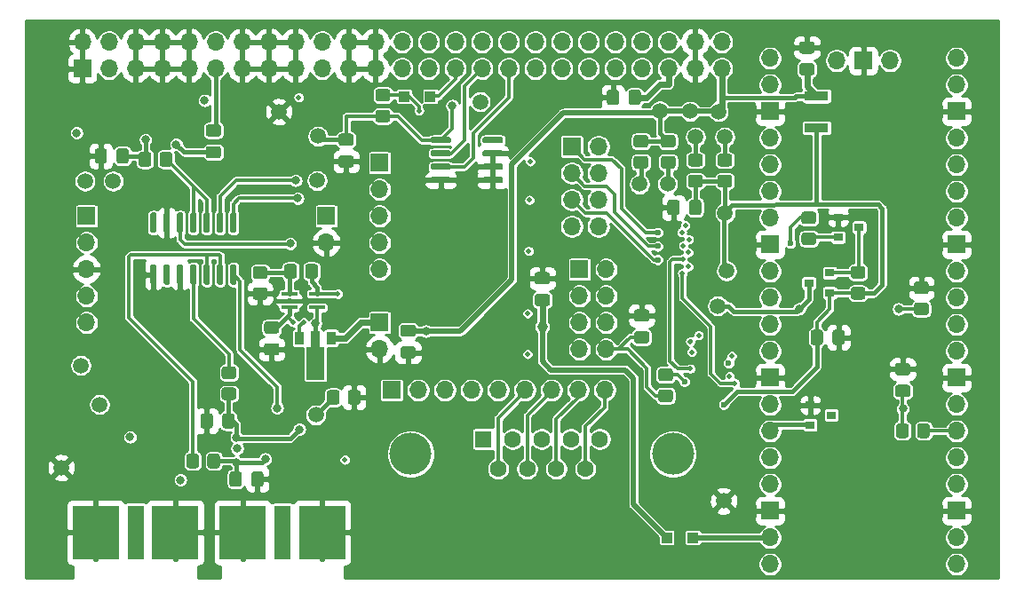
<source format=gbl>
%TF.GenerationSoftware,KiCad,Pcbnew,5.1.12-84ad8e8a86~92~ubuntu20.04.1*%
%TF.CreationDate,2022-05-15T08:31:46-04:00*%
%TF.ProjectId,HL2IOBoard,484c3249-4f42-46f6-9172-642e6b696361,D*%
%TF.SameCoordinates,Original*%
%TF.FileFunction,Copper,L4,Bot*%
%TF.FilePolarity,Positive*%
%FSLAX46Y46*%
G04 Gerber Fmt 4.6, Leading zero omitted, Abs format (unit mm)*
G04 Created by KiCad (PCBNEW 5.1.12-84ad8e8a86~92~ubuntu20.04.1) date 2022-05-15 08:31:46*
%MOMM*%
%LPD*%
G01*
G04 APERTURE LIST*
%TA.AperFunction,ComponentPad*%
%ADD10R,1.600000X5.200000*%
%TD*%
%TA.AperFunction,ComponentPad*%
%ADD11R,4.400000X5.200000*%
%TD*%
%TA.AperFunction,ComponentPad*%
%ADD12O,1.700000X1.700000*%
%TD*%
%TA.AperFunction,ComponentPad*%
%ADD13R,1.700000X1.700000*%
%TD*%
%TA.AperFunction,SMDPad,CuDef*%
%ADD14R,0.900000X0.800000*%
%TD*%
%TA.AperFunction,ComponentPad*%
%ADD15R,1.600000X1.600000*%
%TD*%
%TA.AperFunction,ComponentPad*%
%ADD16C,1.600000*%
%TD*%
%TA.AperFunction,ComponentPad*%
%ADD17C,4.000000*%
%TD*%
%TA.AperFunction,SMDPad,CuDef*%
%ADD18R,2.300000X0.900000*%
%TD*%
%TA.AperFunction,SMDPad,CuDef*%
%ADD19C,0.100000*%
%TD*%
%TA.AperFunction,SMDPad,CuDef*%
%ADD20R,1.000000X1.000000*%
%TD*%
%TA.AperFunction,SMDPad,CuDef*%
%ADD21R,1.500000X0.400000*%
%TD*%
%TA.AperFunction,SMDPad,CuDef*%
%ADD22R,0.900000X1.300000*%
%TD*%
%TA.AperFunction,ComponentPad*%
%ADD23C,1.500000*%
%TD*%
%TA.AperFunction,ViaPad*%
%ADD24C,0.800000*%
%TD*%
%TA.AperFunction,ViaPad*%
%ADD25C,0.500000*%
%TD*%
%TA.AperFunction,ViaPad*%
%ADD26C,1.000000*%
%TD*%
%TA.AperFunction,ViaPad*%
%ADD27C,0.600000*%
%TD*%
%TA.AperFunction,Conductor*%
%ADD28C,0.300000*%
%TD*%
%TA.AperFunction,Conductor*%
%ADD29C,0.500000*%
%TD*%
%TA.AperFunction,Conductor*%
%ADD30C,0.400000*%
%TD*%
%TA.AperFunction,Conductor*%
%ADD31C,0.600000*%
%TD*%
%TA.AperFunction,Conductor*%
%ADD32C,0.350000*%
%TD*%
%TA.AperFunction,Conductor*%
%ADD33C,0.254000*%
%TD*%
%TA.AperFunction,Conductor*%
%ADD34C,0.100000*%
%TD*%
G04 APERTURE END LIST*
%TO.P,B2,1*%
%TO.N,Net-(B2-Pad1)*%
%TA.AperFunction,SMDPad,CuDef*%
G36*
G01*
X119565000Y-91582500D02*
X120515000Y-91582500D01*
G75*
G02*
X120765000Y-91832500I0J-250000D01*
G01*
X120765000Y-92507500D01*
G75*
G02*
X120515000Y-92757500I-250000J0D01*
G01*
X119565000Y-92757500D01*
G75*
G02*
X119315000Y-92507500I0J250000D01*
G01*
X119315000Y-91832500D01*
G75*
G02*
X119565000Y-91582500I250000J0D01*
G01*
G37*
%TD.AperFunction*%
%TO.P,B2,2*%
%TO.N,Net-(B2-Pad2)*%
%TA.AperFunction,SMDPad,CuDef*%
G36*
G01*
X119565000Y-93657500D02*
X120515000Y-93657500D01*
G75*
G02*
X120765000Y-93907500I0J-250000D01*
G01*
X120765000Y-94582500D01*
G75*
G02*
X120515000Y-94832500I-250000J0D01*
G01*
X119565000Y-94832500D01*
G75*
G02*
X119315000Y-94582500I0J250000D01*
G01*
X119315000Y-93907500D01*
G75*
G02*
X119565000Y-93657500I250000J0D01*
G01*
G37*
%TD.AperFunction*%
%TD*%
%TO.P,R8,1*%
%TO.N,Net-(C5-Pad1)*%
%TA.AperFunction,SMDPad,CuDef*%
G36*
G01*
X163600001Y-118075000D02*
X162699999Y-118075000D01*
G75*
G02*
X162450000Y-117825001I0J249999D01*
G01*
X162450000Y-117124999D01*
G75*
G02*
X162699999Y-116875000I249999J0D01*
G01*
X163600001Y-116875000D01*
G75*
G02*
X163850000Y-117124999I0J-249999D01*
G01*
X163850000Y-117825001D01*
G75*
G02*
X163600001Y-118075000I-249999J0D01*
G01*
G37*
%TD.AperFunction*%
%TO.P,R8,2*%
%TO.N,Net-(R8-Pad2)*%
%TA.AperFunction,SMDPad,CuDef*%
G36*
G01*
X163600001Y-116075000D02*
X162699999Y-116075000D01*
G75*
G02*
X162450000Y-115825001I0J249999D01*
G01*
X162450000Y-115124999D01*
G75*
G02*
X162699999Y-114875000I249999J0D01*
G01*
X163600001Y-114875000D01*
G75*
G02*
X163850000Y-115124999I0J-249999D01*
G01*
X163850000Y-115825001D01*
G75*
G02*
X163600001Y-116075000I-249999J0D01*
G01*
G37*
%TD.AperFunction*%
%TD*%
%TO.P,C5,1*%
%TO.N,Net-(C5-Pad1)*%
%TA.AperFunction,SMDPad,CuDef*%
G36*
G01*
X161350000Y-112475000D02*
X160400000Y-112475000D01*
G75*
G02*
X160150000Y-112225000I0J250000D01*
G01*
X160150000Y-111550000D01*
G75*
G02*
X160400000Y-111300000I250000J0D01*
G01*
X161350000Y-111300000D01*
G75*
G02*
X161600000Y-111550000I0J-250000D01*
G01*
X161600000Y-112225000D01*
G75*
G02*
X161350000Y-112475000I-250000J0D01*
G01*
G37*
%TD.AperFunction*%
%TO.P,C5,2*%
%TO.N,GND*%
%TA.AperFunction,SMDPad,CuDef*%
G36*
G01*
X161350000Y-110400000D02*
X160400000Y-110400000D01*
G75*
G02*
X160150000Y-110150000I0J250000D01*
G01*
X160150000Y-109475000D01*
G75*
G02*
X160400000Y-109225000I250000J0D01*
G01*
X161350000Y-109225000D01*
G75*
G02*
X161600000Y-109475000I0J-250000D01*
G01*
X161600000Y-110150000D01*
G75*
G02*
X161350000Y-110400000I-250000J0D01*
G01*
G37*
%TD.AperFunction*%
%TD*%
D10*
%TO.P,J9,1*%
%TO.N,Net-(B5-Pad1)*%
X126620000Y-130510000D03*
D11*
%TO.P,J9,2*%
%TO.N,GND*%
X122820000Y-130510000D03*
X130420000Y-130510000D03*
%TD*%
D10*
%TO.P,J10,1*%
%TO.N,Net-(J10-Pad1)*%
X112620000Y-130510000D03*
D11*
%TO.P,J10,2*%
%TO.N,GND*%
X108820000Y-130510000D03*
X116420000Y-130510000D03*
%TD*%
%TO.P,C4,1*%
%TO.N,GND*%
%TA.AperFunction,SMDPad,CuDef*%
G36*
G01*
X176150000Y-83675000D02*
X177100000Y-83675000D01*
G75*
G02*
X177350000Y-83925000I0J-250000D01*
G01*
X177350000Y-84600000D01*
G75*
G02*
X177100000Y-84850000I-250000J0D01*
G01*
X176150000Y-84850000D01*
G75*
G02*
X175900000Y-84600000I0J250000D01*
G01*
X175900000Y-83925000D01*
G75*
G02*
X176150000Y-83675000I250000J0D01*
G01*
G37*
%TD.AperFunction*%
%TO.P,C4,2*%
%TO.N,VSUP*%
%TA.AperFunction,SMDPad,CuDef*%
G36*
G01*
X176150000Y-85750000D02*
X177100000Y-85750000D01*
G75*
G02*
X177350000Y-86000000I0J-250000D01*
G01*
X177350000Y-86675000D01*
G75*
G02*
X177100000Y-86925000I-250000J0D01*
G01*
X176150000Y-86925000D01*
G75*
G02*
X175900000Y-86675000I0J250000D01*
G01*
X175900000Y-86000000D01*
G75*
G02*
X176150000Y-85750000I250000J0D01*
G01*
G37*
%TD.AperFunction*%
%TD*%
%TO.P,B9,2*%
%TO.N,+5V*%
%TA.AperFunction,SMDPad,CuDef*%
G36*
G01*
X178150000Y-111425000D02*
X178150000Y-112375000D01*
G75*
G02*
X177900000Y-112625000I-250000J0D01*
G01*
X177225000Y-112625000D01*
G75*
G02*
X176975000Y-112375000I0J250000D01*
G01*
X176975000Y-111425000D01*
G75*
G02*
X177225000Y-111175000I250000J0D01*
G01*
X177900000Y-111175000D01*
G75*
G02*
X178150000Y-111425000I0J-250000D01*
G01*
G37*
%TD.AperFunction*%
%TO.P,B9,1*%
%TO.N,GND*%
%TA.AperFunction,SMDPad,CuDef*%
G36*
G01*
X180225000Y-111425000D02*
X180225000Y-112375000D01*
G75*
G02*
X179975000Y-112625000I-250000J0D01*
G01*
X179300000Y-112625000D01*
G75*
G02*
X179050000Y-112375000I0J250000D01*
G01*
X179050000Y-111425000D01*
G75*
G02*
X179300000Y-111175000I250000J0D01*
G01*
X179975000Y-111175000D01*
G75*
G02*
X180225000Y-111425000I0J-250000D01*
G01*
G37*
%TD.AperFunction*%
%TD*%
D12*
%TO.P,J3,2*%
%TO.N,GND*%
X135890000Y-113030000D03*
D13*
%TO.P,J3,1*%
%TO.N,Net-(J3-Pad1)*%
X135890000Y-110490000D03*
%TD*%
D14*
%TO.P,U9,1*%
%TO.N,Net-(U1-Pad35)*%
X176940000Y-120260000D03*
%TO.P,U9,2*%
%TO.N,GND*%
X176940000Y-118360000D03*
%TO.P,U9,3*%
%TO.N,N/C*%
X178940000Y-119310000D03*
%TD*%
%TO.P,B1,1*%
%TO.N,GND*%
%TA.AperFunction,SMDPad,CuDef*%
G36*
G01*
X133165000Y-95715000D02*
X132215000Y-95715000D01*
G75*
G02*
X131965000Y-95465000I0J250000D01*
G01*
X131965000Y-94790000D01*
G75*
G02*
X132215000Y-94540000I250000J0D01*
G01*
X133165000Y-94540000D01*
G75*
G02*
X133415000Y-94790000I0J-250000D01*
G01*
X133415000Y-95465000D01*
G75*
G02*
X133165000Y-95715000I-250000J0D01*
G01*
G37*
%TD.AperFunction*%
%TO.P,B1,2*%
%TO.N,+3V3*%
%TA.AperFunction,SMDPad,CuDef*%
G36*
G01*
X133165000Y-93640000D02*
X132215000Y-93640000D01*
G75*
G02*
X131965000Y-93390000I0J250000D01*
G01*
X131965000Y-92715000D01*
G75*
G02*
X132215000Y-92465000I250000J0D01*
G01*
X133165000Y-92465000D01*
G75*
G02*
X133415000Y-92715000I0J-250000D01*
G01*
X133415000Y-93390000D01*
G75*
G02*
X133165000Y-93640000I-250000J0D01*
G01*
G37*
%TD.AperFunction*%
%TD*%
%TO.P,B10,1*%
%TO.N,+3V3*%
%TA.AperFunction,SMDPad,CuDef*%
G36*
G01*
X160795000Y-88535000D02*
X160795000Y-89485000D01*
G75*
G02*
X160545000Y-89735000I-250000J0D01*
G01*
X159870000Y-89735000D01*
G75*
G02*
X159620000Y-89485000I0J250000D01*
G01*
X159620000Y-88535000D01*
G75*
G02*
X159870000Y-88285000I250000J0D01*
G01*
X160545000Y-88285000D01*
G75*
G02*
X160795000Y-88535000I0J-250000D01*
G01*
G37*
%TD.AperFunction*%
%TO.P,B10,2*%
%TO.N,GND*%
%TA.AperFunction,SMDPad,CuDef*%
G36*
G01*
X158720000Y-88535000D02*
X158720000Y-89485000D01*
G75*
G02*
X158470000Y-89735000I-250000J0D01*
G01*
X157795000Y-89735000D01*
G75*
G02*
X157545000Y-89485000I0J250000D01*
G01*
X157545000Y-88535000D01*
G75*
G02*
X157795000Y-88285000I250000J0D01*
G01*
X158470000Y-88285000D01*
G75*
G02*
X158720000Y-88535000I0J-250000D01*
G01*
G37*
%TD.AperFunction*%
%TD*%
%TO.P,B15,2*%
%TO.N,VSUP*%
%TA.AperFunction,SMDPad,CuDef*%
G36*
G01*
X139075000Y-111850000D02*
X138125000Y-111850000D01*
G75*
G02*
X137875000Y-111600000I0J250000D01*
G01*
X137875000Y-110925000D01*
G75*
G02*
X138125000Y-110675000I250000J0D01*
G01*
X139075000Y-110675000D01*
G75*
G02*
X139325000Y-110925000I0J-250000D01*
G01*
X139325000Y-111600000D01*
G75*
G02*
X139075000Y-111850000I-250000J0D01*
G01*
G37*
%TD.AperFunction*%
%TO.P,B15,1*%
%TO.N,GND*%
%TA.AperFunction,SMDPad,CuDef*%
G36*
G01*
X139075000Y-113925000D02*
X138125000Y-113925000D01*
G75*
G02*
X137875000Y-113675000I0J250000D01*
G01*
X137875000Y-113000000D01*
G75*
G02*
X138125000Y-112750000I250000J0D01*
G01*
X139075000Y-112750000D01*
G75*
G02*
X139325000Y-113000000I0J-250000D01*
G01*
X139325000Y-113675000D01*
G75*
G02*
X139075000Y-113925000I-250000J0D01*
G01*
G37*
%TD.AperFunction*%
%TD*%
%TO.P,R17,2*%
%TO.N,VSUP*%
%TA.AperFunction,SMDPad,CuDef*%
G36*
G01*
X161250001Y-93800000D02*
X160349999Y-93800000D01*
G75*
G02*
X160100000Y-93550001I0J249999D01*
G01*
X160100000Y-92849999D01*
G75*
G02*
X160349999Y-92600000I249999J0D01*
G01*
X161250001Y-92600000D01*
G75*
G02*
X161500000Y-92849999I0J-249999D01*
G01*
X161500000Y-93550001D01*
G75*
G02*
X161250001Y-93800000I-249999J0D01*
G01*
G37*
%TD.AperFunction*%
%TO.P,R17,1*%
%TO.N,Net-(P2-Pad1)*%
%TA.AperFunction,SMDPad,CuDef*%
G36*
G01*
X161250001Y-95800000D02*
X160349999Y-95800000D01*
G75*
G02*
X160100000Y-95550001I0J249999D01*
G01*
X160100000Y-94849999D01*
G75*
G02*
X160349999Y-94600000I249999J0D01*
G01*
X161250001Y-94600000D01*
G75*
G02*
X161500000Y-94849999I0J-249999D01*
G01*
X161500000Y-95550001D01*
G75*
G02*
X161250001Y-95800000I-249999J0D01*
G01*
G37*
%TD.AperFunction*%
%TD*%
%TO.P,R18,1*%
%TO.N,Net-(P1-Pad1)*%
%TA.AperFunction,SMDPad,CuDef*%
G36*
G01*
X163850001Y-95800000D02*
X162949999Y-95800000D01*
G75*
G02*
X162700000Y-95550001I0J249999D01*
G01*
X162700000Y-94849999D01*
G75*
G02*
X162949999Y-94600000I249999J0D01*
G01*
X163850001Y-94600000D01*
G75*
G02*
X164100000Y-94849999I0J-249999D01*
G01*
X164100000Y-95550001D01*
G75*
G02*
X163850001Y-95800000I-249999J0D01*
G01*
G37*
%TD.AperFunction*%
%TO.P,R18,2*%
%TO.N,VSUP*%
%TA.AperFunction,SMDPad,CuDef*%
G36*
G01*
X163850001Y-93800000D02*
X162949999Y-93800000D01*
G75*
G02*
X162700000Y-93550001I0J249999D01*
G01*
X162700000Y-92849999D01*
G75*
G02*
X162949999Y-92600000I249999J0D01*
G01*
X163850001Y-92600000D01*
G75*
G02*
X164100000Y-92849999I0J-249999D01*
G01*
X164100000Y-93550001D01*
G75*
G02*
X163850001Y-93800000I-249999J0D01*
G01*
G37*
%TD.AperFunction*%
%TD*%
D15*
%TO.P,J5,1*%
%TO.N,Net-(J5-Pad1)*%
X145800000Y-121600000D03*
D16*
%TO.P,J5,2*%
%TO.N,Net-(J5-Pad2)*%
X148570000Y-121600000D03*
%TO.P,J5,3*%
%TO.N,Net-(J5-Pad3)*%
X151340000Y-121600000D03*
%TO.P,J5,4*%
%TO.N,Net-(J5-Pad4)*%
X154110000Y-121600000D03*
%TO.P,J5,5*%
%TO.N,Net-(J5-Pad5)*%
X156880000Y-121600000D03*
%TO.P,J5,6*%
%TO.N,Net-(J5-Pad6)*%
X147185000Y-124440000D03*
%TO.P,J5,7*%
%TO.N,Net-(J5-Pad7)*%
X149955000Y-124440000D03*
%TO.P,J5,8*%
%TO.N,Net-(J5-Pad8)*%
X152725000Y-124440000D03*
%TO.P,J5,9*%
%TO.N,Net-(J5-Pad9)*%
X155495000Y-124440000D03*
D17*
%TO.P,J5,0*%
%TO.N,N/C*%
X138840000Y-123020000D03*
X163840000Y-123020000D03*
%TD*%
D18*
%TO.P,U5,1*%
%TO.N,+5V*%
X177550000Y-91900000D03*
%TO.P,U5,3*%
%TO.N,VSUP*%
X177550000Y-88900000D03*
%TA.AperFunction,SMDPad,CuDef*%
D19*
%TO.P,U5,2*%
%TO.N,GND*%
G36*
X183000000Y-91266500D02*
G01*
X178875000Y-91266500D01*
X178875000Y-90850000D01*
X176400000Y-90850000D01*
X176400000Y-89950000D01*
X178875000Y-89950000D01*
X178875000Y-89533500D01*
X183000000Y-89533500D01*
X183000000Y-91266500D01*
G37*
%TD.AperFunction*%
%TD*%
%TO.P,R7,1*%
%TO.N,GPIO13*%
%TA.AperFunction,SMDPad,CuDef*%
G36*
G01*
X135749999Y-88200000D02*
X136650001Y-88200000D01*
G75*
G02*
X136900000Y-88449999I0J-249999D01*
G01*
X136900000Y-89150001D01*
G75*
G02*
X136650001Y-89400000I-249999J0D01*
G01*
X135749999Y-89400000D01*
G75*
G02*
X135500000Y-89150001I0J249999D01*
G01*
X135500000Y-88449999D01*
G75*
G02*
X135749999Y-88200000I249999J0D01*
G01*
G37*
%TD.AperFunction*%
%TO.P,R7,2*%
%TO.N,+3V3*%
%TA.AperFunction,SMDPad,CuDef*%
G36*
G01*
X135749999Y-90200000D02*
X136650001Y-90200000D01*
G75*
G02*
X136900000Y-90449999I0J-249999D01*
G01*
X136900000Y-91150001D01*
G75*
G02*
X136650001Y-91400000I-249999J0D01*
G01*
X135749999Y-91400000D01*
G75*
G02*
X135500000Y-91150001I0J249999D01*
G01*
X135500000Y-90449999D01*
G75*
G02*
X135749999Y-90200000I249999J0D01*
G01*
G37*
%TD.AperFunction*%
%TD*%
D14*
%TO.P,Q3,3*%
%TO.N,Net-(Q3-Pad3)*%
X176800000Y-106700000D03*
%TO.P,Q3,2*%
%TO.N,+5V*%
X178800000Y-107650000D03*
%TO.P,Q3,1*%
%TO.N,Net-(Q3-Pad1)*%
X178800000Y-105750000D03*
%TD*%
%TO.P,Q5,1*%
%TO.N,Net-(Q5-Pad1)*%
X179600000Y-102350000D03*
%TO.P,Q5,2*%
%TO.N,GND*%
X179600000Y-100450000D03*
%TO.P,Q5,3*%
%TO.N,Net-(Q3-Pad1)*%
X181600000Y-101400000D03*
%TD*%
%TO.P,R9,1*%
%TO.N,Net-(Q5-Pad1)*%
%TA.AperFunction,SMDPad,CuDef*%
G36*
G01*
X177250001Y-103100000D02*
X176349999Y-103100000D01*
G75*
G02*
X176100000Y-102850001I0J249999D01*
G01*
X176100000Y-102149999D01*
G75*
G02*
X176349999Y-101900000I249999J0D01*
G01*
X177250001Y-101900000D01*
G75*
G02*
X177500000Y-102149999I0J-249999D01*
G01*
X177500000Y-102850001D01*
G75*
G02*
X177250001Y-103100000I-249999J0D01*
G01*
G37*
%TD.AperFunction*%
%TO.P,R9,2*%
%TO.N,GPIO12*%
%TA.AperFunction,SMDPad,CuDef*%
G36*
G01*
X177250001Y-101100000D02*
X176349999Y-101100000D01*
G75*
G02*
X176100000Y-100850001I0J249999D01*
G01*
X176100000Y-100149999D01*
G75*
G02*
X176349999Y-99900000I249999J0D01*
G01*
X177250001Y-99900000D01*
G75*
G02*
X177500000Y-100149999I0J-249999D01*
G01*
X177500000Y-100850001D01*
G75*
G02*
X177250001Y-101100000I-249999J0D01*
G01*
G37*
%TD.AperFunction*%
%TD*%
%TO.P,R11,2*%
%TO.N,Net-(Q3-Pad1)*%
%TA.AperFunction,SMDPad,CuDef*%
G36*
G01*
X181950001Y-106300000D02*
X181049999Y-106300000D01*
G75*
G02*
X180800000Y-106050001I0J249999D01*
G01*
X180800000Y-105349999D01*
G75*
G02*
X181049999Y-105100000I249999J0D01*
G01*
X181950001Y-105100000D01*
G75*
G02*
X182200000Y-105349999I0J-249999D01*
G01*
X182200000Y-106050001D01*
G75*
G02*
X181950001Y-106300000I-249999J0D01*
G01*
G37*
%TD.AperFunction*%
%TO.P,R11,1*%
%TO.N,+5V*%
%TA.AperFunction,SMDPad,CuDef*%
G36*
G01*
X181950001Y-108300000D02*
X181049999Y-108300000D01*
G75*
G02*
X180800000Y-108050001I0J249999D01*
G01*
X180800000Y-107349999D01*
G75*
G02*
X181049999Y-107100000I249999J0D01*
G01*
X181950001Y-107100000D01*
G75*
G02*
X182200000Y-107349999I0J-249999D01*
G01*
X182200000Y-108050001D01*
G75*
G02*
X181950001Y-108300000I-249999J0D01*
G01*
G37*
%TD.AperFunction*%
%TD*%
D13*
%TO.P,J4,1*%
%TO.N,Net-(J4-Pad1)*%
X154940000Y-105410000D03*
D12*
%TO.P,J4,2*%
%TO.N,Net-(J4-Pad2)*%
X157480000Y-105410000D03*
%TO.P,J4,3*%
%TO.N,Net-(J4-Pad3)*%
X154940000Y-107950000D03*
%TO.P,J4,4*%
%TO.N,Net-(J4-Pad4)*%
X157480000Y-107950000D03*
%TO.P,J4,5*%
%TO.N,Net-(J4-Pad5)*%
X154940000Y-110490000D03*
%TO.P,J4,6*%
%TO.N,Net-(J4-Pad6)*%
X157480000Y-110490000D03*
%TO.P,J4,7*%
%TO.N,Net-(J4-Pad7)*%
X154940000Y-113030000D03*
%TO.P,J4,8*%
%TO.N,Net-(C5-Pad1)*%
X157480000Y-113030000D03*
%TD*%
D13*
%TO.P,J6,1*%
%TO.N,Net-(J6-Pad1)*%
X154200000Y-93700000D03*
D12*
%TO.P,J6,2*%
%TO.N,Net-(J6-Pad2)*%
X156740000Y-93700000D03*
%TO.P,J6,3*%
%TO.N,Net-(J6-Pad3)*%
X154200000Y-96240000D03*
%TO.P,J6,4*%
%TO.N,Net-(J6-Pad4)*%
X156740000Y-96240000D03*
%TO.P,J6,5*%
%TO.N,Net-(J6-Pad5)*%
X154200000Y-98780000D03*
%TO.P,J6,6*%
%TO.N,Net-(J6-Pad6)*%
X156740000Y-98780000D03*
%TO.P,J6,7*%
%TO.N,Net-(J6-Pad7)*%
X154200000Y-101320000D03*
%TO.P,J6,8*%
%TO.N,Net-(J6-Pad8)*%
X156740000Y-101320000D03*
%TD*%
D20*
%TO.P,D6,1*%
%TO.N,Net-(D6-Pad1)*%
X165750000Y-131000000D03*
%TO.P,D6,2*%
%TO.N,+3V3*%
X163250000Y-131000000D03*
%TD*%
D13*
%TO.P,J8,1*%
%TO.N,Net-(J8-Pad1)*%
X135890000Y-95250000D03*
D12*
%TO.P,J8,2*%
%TO.N,Net-(J8-Pad2)*%
X135890000Y-97790000D03*
%TO.P,J8,3*%
%TO.N,Net-(J8-Pad3)*%
X135890000Y-100330000D03*
%TO.P,J8,4*%
%TO.N,Net-(J8-Pad4)*%
X135890000Y-102870000D03*
%TO.P,J8,5*%
%TO.N,Net-(J8-Pad5)*%
X135890000Y-105410000D03*
%TD*%
%TO.P,B12,1*%
%TO.N,GND*%
%TA.AperFunction,SMDPad,CuDef*%
G36*
G01*
X150925000Y-105675000D02*
X151875000Y-105675000D01*
G75*
G02*
X152125000Y-105925000I0J-250000D01*
G01*
X152125000Y-106600000D01*
G75*
G02*
X151875000Y-106850000I-250000J0D01*
G01*
X150925000Y-106850000D01*
G75*
G02*
X150675000Y-106600000I0J250000D01*
G01*
X150675000Y-105925000D01*
G75*
G02*
X150925000Y-105675000I250000J0D01*
G01*
G37*
%TD.AperFunction*%
%TO.P,B12,2*%
%TO.N,+3V3*%
%TA.AperFunction,SMDPad,CuDef*%
G36*
G01*
X150925000Y-107750000D02*
X151875000Y-107750000D01*
G75*
G02*
X152125000Y-108000000I0J-250000D01*
G01*
X152125000Y-108675000D01*
G75*
G02*
X151875000Y-108925000I-250000J0D01*
G01*
X150925000Y-108925000D01*
G75*
G02*
X150675000Y-108675000I0J250000D01*
G01*
X150675000Y-108000000D01*
G75*
G02*
X150925000Y-107750000I250000J0D01*
G01*
G37*
%TD.AperFunction*%
%TD*%
%TO.P,R30,1*%
%TO.N,Net-(P3-Pad1)*%
%TA.AperFunction,SMDPad,CuDef*%
G36*
G01*
X165549999Y-94400000D02*
X166450001Y-94400000D01*
G75*
G02*
X166700000Y-94649999I0J-249999D01*
G01*
X166700000Y-95350001D01*
G75*
G02*
X166450001Y-95600000I-249999J0D01*
G01*
X165549999Y-95600000D01*
G75*
G02*
X165300000Y-95350001I0J249999D01*
G01*
X165300000Y-94649999D01*
G75*
G02*
X165549999Y-94400000I249999J0D01*
G01*
G37*
%TD.AperFunction*%
%TO.P,R30,2*%
%TO.N,+5V*%
%TA.AperFunction,SMDPad,CuDef*%
G36*
G01*
X165549999Y-96400000D02*
X166450001Y-96400000D01*
G75*
G02*
X166700000Y-96649999I0J-249999D01*
G01*
X166700000Y-97350001D01*
G75*
G02*
X166450001Y-97600000I-249999J0D01*
G01*
X165549999Y-97600000D01*
G75*
G02*
X165300000Y-97350001I0J249999D01*
G01*
X165300000Y-96649999D01*
G75*
G02*
X165549999Y-96400000I249999J0D01*
G01*
G37*
%TD.AperFunction*%
%TD*%
%TO.P,R31,2*%
%TO.N,+5V*%
%TA.AperFunction,SMDPad,CuDef*%
G36*
G01*
X168349999Y-96400000D02*
X169250001Y-96400000D01*
G75*
G02*
X169500000Y-96649999I0J-249999D01*
G01*
X169500000Y-97350001D01*
G75*
G02*
X169250001Y-97600000I-249999J0D01*
G01*
X168349999Y-97600000D01*
G75*
G02*
X168100000Y-97350001I0J249999D01*
G01*
X168100000Y-96649999D01*
G75*
G02*
X168349999Y-96400000I249999J0D01*
G01*
G37*
%TD.AperFunction*%
%TO.P,R31,1*%
%TO.N,Net-(P4-Pad1)*%
%TA.AperFunction,SMDPad,CuDef*%
G36*
G01*
X168349999Y-94400000D02*
X169250001Y-94400000D01*
G75*
G02*
X169500000Y-94649999I0J-249999D01*
G01*
X169500000Y-95350001D01*
G75*
G02*
X169250001Y-95600000I-249999J0D01*
G01*
X168349999Y-95600000D01*
G75*
G02*
X168100000Y-95350001I0J249999D01*
G01*
X168100000Y-94649999D01*
G75*
G02*
X168349999Y-94400000I249999J0D01*
G01*
G37*
%TD.AperFunction*%
%TD*%
%TO.P,U11,1*%
%TO.N,Net-(U11-Pad1)*%
%TA.AperFunction,SMDPad,CuDef*%
G36*
G01*
X147650000Y-92945000D02*
X147650000Y-93245000D01*
G75*
G02*
X147500000Y-93395000I-150000J0D01*
G01*
X145850000Y-93395000D01*
G75*
G02*
X145700000Y-93245000I0J150000D01*
G01*
X145700000Y-92945000D01*
G75*
G02*
X145850000Y-92795000I150000J0D01*
G01*
X147500000Y-92795000D01*
G75*
G02*
X147650000Y-92945000I0J-150000D01*
G01*
G37*
%TD.AperFunction*%
%TO.P,U11,2*%
%TO.N,GND*%
%TA.AperFunction,SMDPad,CuDef*%
G36*
G01*
X147650000Y-94215000D02*
X147650000Y-94515000D01*
G75*
G02*
X147500000Y-94665000I-150000J0D01*
G01*
X145850000Y-94665000D01*
G75*
G02*
X145700000Y-94515000I0J150000D01*
G01*
X145700000Y-94215000D01*
G75*
G02*
X145850000Y-94065000I150000J0D01*
G01*
X147500000Y-94065000D01*
G75*
G02*
X147650000Y-94215000I0J-150000D01*
G01*
G37*
%TD.AperFunction*%
%TO.P,U11,3*%
%TA.AperFunction,SMDPad,CuDef*%
G36*
G01*
X147650000Y-95485000D02*
X147650000Y-95785000D01*
G75*
G02*
X147500000Y-95935000I-150000J0D01*
G01*
X145850000Y-95935000D01*
G75*
G02*
X145700000Y-95785000I0J150000D01*
G01*
X145700000Y-95485000D01*
G75*
G02*
X145850000Y-95335000I150000J0D01*
G01*
X147500000Y-95335000D01*
G75*
G02*
X147650000Y-95485000I0J-150000D01*
G01*
G37*
%TD.AperFunction*%
%TO.P,U11,4*%
%TA.AperFunction,SMDPad,CuDef*%
G36*
G01*
X147650000Y-96755000D02*
X147650000Y-97055000D01*
G75*
G02*
X147500000Y-97205000I-150000J0D01*
G01*
X145850000Y-97205000D01*
G75*
G02*
X145700000Y-97055000I0J150000D01*
G01*
X145700000Y-96755000D01*
G75*
G02*
X145850000Y-96605000I150000J0D01*
G01*
X147500000Y-96605000D01*
G75*
G02*
X147650000Y-96755000I0J-150000D01*
G01*
G37*
%TD.AperFunction*%
%TO.P,U11,5*%
%TA.AperFunction,SMDPad,CuDef*%
G36*
G01*
X142700000Y-96755000D02*
X142700000Y-97055000D01*
G75*
G02*
X142550000Y-97205000I-150000J0D01*
G01*
X140900000Y-97205000D01*
G75*
G02*
X140750000Y-97055000I0J150000D01*
G01*
X140750000Y-96755000D01*
G75*
G02*
X140900000Y-96605000I150000J0D01*
G01*
X142550000Y-96605000D01*
G75*
G02*
X142700000Y-96755000I0J-150000D01*
G01*
G37*
%TD.AperFunction*%
%TO.P,U11,6*%
%TO.N,SCL*%
%TA.AperFunction,SMDPad,CuDef*%
G36*
G01*
X142700000Y-95485000D02*
X142700000Y-95785000D01*
G75*
G02*
X142550000Y-95935000I-150000J0D01*
G01*
X140900000Y-95935000D01*
G75*
G02*
X140750000Y-95785000I0J150000D01*
G01*
X140750000Y-95485000D01*
G75*
G02*
X140900000Y-95335000I150000J0D01*
G01*
X142550000Y-95335000D01*
G75*
G02*
X142700000Y-95485000I0J-150000D01*
G01*
G37*
%TD.AperFunction*%
%TO.P,U11,7*%
%TO.N,SDA*%
%TA.AperFunction,SMDPad,CuDef*%
G36*
G01*
X142700000Y-94215000D02*
X142700000Y-94515000D01*
G75*
G02*
X142550000Y-94665000I-150000J0D01*
G01*
X140900000Y-94665000D01*
G75*
G02*
X140750000Y-94515000I0J150000D01*
G01*
X140750000Y-94215000D01*
G75*
G02*
X140900000Y-94065000I150000J0D01*
G01*
X142550000Y-94065000D01*
G75*
G02*
X142700000Y-94215000I0J-150000D01*
G01*
G37*
%TD.AperFunction*%
%TO.P,U11,8*%
%TO.N,+3V3*%
%TA.AperFunction,SMDPad,CuDef*%
G36*
G01*
X142700000Y-92945000D02*
X142700000Y-93245000D01*
G75*
G02*
X142550000Y-93395000I-150000J0D01*
G01*
X140900000Y-93395000D01*
G75*
G02*
X140750000Y-93245000I0J150000D01*
G01*
X140750000Y-92945000D01*
G75*
G02*
X140900000Y-92795000I150000J0D01*
G01*
X142550000Y-92795000D01*
G75*
G02*
X142700000Y-92945000I0J-150000D01*
G01*
G37*
%TD.AperFunction*%
%TD*%
%TO.P,J12,2*%
%TO.N,GND*%
X130810000Y-102870000D03*
D13*
%TO.P,J12,1*%
%TO.N,Net-(J12-Pad1)*%
X130810000Y-100330000D03*
%TD*%
D12*
%TO.P,U1,43*%
%TO.N,Net-(U1-Pad43)*%
X179460000Y-85500000D03*
D13*
%TO.P,U1,42*%
%TO.N,GND*%
X182000000Y-85500000D03*
D12*
%TO.P,U1,41*%
%TO.N,Net-(U1-Pad41)*%
X184540000Y-85500000D03*
%TO.P,U1,40*%
%TO.N,Net-(U1-Pad40)*%
X173110000Y-133530000D03*
%TO.P,U1,39*%
%TO.N,Net-(D6-Pad1)*%
X173110000Y-130990000D03*
D13*
%TO.P,U1,38*%
%TO.N,GND*%
X173110000Y-128450000D03*
D12*
%TO.P,U1,37*%
%TO.N,Net-(U1-Pad37)*%
X173110000Y-125910000D03*
%TO.P,U1,36*%
%TO.N,Net-(U1-Pad36)*%
X173110000Y-123370000D03*
%TO.P,U1,35*%
%TO.N,Net-(U1-Pad35)*%
X173110000Y-120830000D03*
%TO.P,U1,34*%
%TO.N,Net-(U1-Pad34)*%
X173110000Y-118290000D03*
D13*
%TO.P,U1,33*%
%TO.N,GND*%
X173110000Y-115750000D03*
D12*
%TO.P,U1,32*%
%TO.N,Net-(U1-Pad32)*%
X173110000Y-113210000D03*
%TO.P,U1,31*%
%TO.N,Net-(U1-Pad31)*%
X173110000Y-110670000D03*
%TO.P,U1,30*%
%TO.N,Net-(U1-Pad30)*%
X173110000Y-108130000D03*
%TO.P,U1,29*%
%TO.N,Out6*%
X173110000Y-105590000D03*
D13*
%TO.P,U1,28*%
%TO.N,GND*%
X173110000Y-103050000D03*
D12*
%TO.P,U1,27*%
%TO.N,In3*%
X173110000Y-100510000D03*
%TO.P,U1,26*%
%TO.N,Out3*%
X173110000Y-97970000D03*
%TO.P,U1,25*%
%TO.N,Out2*%
X173110000Y-95430000D03*
%TO.P,U1,24*%
%TO.N,In2*%
X173110000Y-92890000D03*
D13*
%TO.P,U1,23*%
%TO.N,GND*%
X173110000Y-90350000D03*
D12*
%TO.P,U1,22*%
%TO.N,In1*%
X173110000Y-87810000D03*
%TO.P,U1,21*%
%TO.N,Out1*%
X173110000Y-85270000D03*
%TO.P,U1,20*%
%TO.N,SCL*%
X190890000Y-85270000D03*
%TO.P,U1,19*%
%TO.N,SDA*%
X190890000Y-87810000D03*
D13*
%TO.P,U1,18*%
%TO.N,GND*%
X190890000Y-90350000D03*
D12*
%TO.P,U1,17*%
%TO.N,GPIO13*%
X190890000Y-92890000D03*
%TO.P,U1,16*%
%TO.N,GPIO12*%
X190890000Y-95430000D03*
%TO.P,U1,15*%
%TO.N,Out4*%
X190890000Y-97970000D03*
%TO.P,U1,14*%
%TO.N,Out5*%
X190890000Y-100510000D03*
D13*
%TO.P,U1,13*%
%TO.N,GND*%
X190890000Y-103050000D03*
D12*
%TO.P,U1,12*%
%TO.N,Out7*%
X190890000Y-105590000D03*
%TO.P,U1,11*%
%TO.N,Out8*%
X190890000Y-108130000D03*
%TO.P,U1,10*%
%TO.N,In4*%
X190890000Y-110670000D03*
%TO.P,U1,9*%
%TO.N,In5*%
X190890000Y-113210000D03*
D13*
%TO.P,U1,8*%
%TO.N,GND*%
X190890000Y-115750000D03*
D12*
%TO.P,U1,7*%
%TO.N,Net-(U1-Pad7)*%
X190890000Y-118290000D03*
%TO.P,U1,6*%
%TO.N,GPIO4*%
X190890000Y-120830000D03*
%TO.P,U1,5*%
%TO.N,GPIO3*%
X190890000Y-123370000D03*
%TO.P,U1,4*%
%TO.N,RF3*%
X190890000Y-125910000D03*
D13*
%TO.P,U1,3*%
%TO.N,GND*%
X190890000Y-128450000D03*
D12*
%TO.P,U1,2*%
%TO.N,GPIO1*%
X190890000Y-130990000D03*
%TO.P,U1,1*%
%TO.N,HPF*%
X190890000Y-133530000D03*
%TD*%
D13*
%TO.P,J1,1*%
%TO.N,GND*%
X107540000Y-86260000D03*
D12*
%TO.P,J1,2*%
X107540000Y-83720000D03*
%TO.P,J1,3*%
%TO.N,Net-(J1-Pad3)*%
X110080000Y-86260000D03*
%TO.P,J1,4*%
X110080000Y-83720000D03*
%TO.P,J1,5*%
%TO.N,GND*%
X112620000Y-86260000D03*
%TO.P,J1,6*%
X112620000Y-83720000D03*
%TO.P,J1,7*%
X115160000Y-86260000D03*
%TO.P,J1,8*%
X115160000Y-83720000D03*
%TO.P,J1,9*%
X117700000Y-86260000D03*
%TO.P,J1,10*%
X117700000Y-83720000D03*
%TO.P,J1,11*%
%TO.N,Net-(B2-Pad1)*%
X120240000Y-86260000D03*
%TO.P,J1,12*%
X120240000Y-83720000D03*
%TO.P,J1,13*%
%TO.N,GND*%
X122780000Y-86260000D03*
%TO.P,J1,14*%
X122780000Y-83720000D03*
%TO.P,J1,15*%
X125320000Y-86260000D03*
%TO.P,J1,16*%
X125320000Y-83720000D03*
%TO.P,J1,17*%
X127860000Y-86260000D03*
%TO.P,J1,18*%
X127860000Y-83720000D03*
%TO.P,J1,19*%
%TO.N,Net-(J1-Pad19)*%
X130400000Y-86260000D03*
%TO.P,J1,20*%
X130400000Y-83720000D03*
%TO.P,J1,21*%
%TO.N,GND*%
X132940000Y-86260000D03*
%TO.P,J1,22*%
X132940000Y-83720000D03*
%TO.P,J1,23*%
X135480000Y-86260000D03*
%TO.P,J1,24*%
X135480000Y-83720000D03*
%TO.P,J1,25*%
%TO.N,Net-(J1-Pad25)*%
X138020000Y-86260000D03*
%TO.P,J1,26*%
X138020000Y-83720000D03*
%TO.P,J1,27*%
%TO.N,Net-(J1-Pad27)*%
X140560000Y-86260000D03*
%TO.P,J1,28*%
X140560000Y-83720000D03*
%TO.P,J1,29*%
%TO.N,Net-(D1-Pad1)*%
X143100000Y-86260000D03*
%TO.P,J1,30*%
X143100000Y-83720000D03*
%TO.P,J1,31*%
%TO.N,SDA*%
X145640000Y-86260000D03*
%TO.P,J1,32*%
X145640000Y-83720000D03*
%TO.P,J1,33*%
%TO.N,SCL*%
X148180000Y-86260000D03*
%TO.P,J1,34*%
X148180000Y-83720000D03*
%TO.P,J1,35*%
%TO.N,Net-(J1-Pad35)*%
X150720000Y-86260000D03*
%TO.P,J1,36*%
X150720000Y-83720000D03*
%TO.P,J1,37*%
%TO.N,Net-(J1-Pad37)*%
X153260000Y-86260000D03*
%TO.P,J1,38*%
X153260000Y-83720000D03*
%TO.P,J1,39*%
%TO.N,Net-(J1-Pad39)*%
X155800000Y-86260000D03*
%TO.P,J1,40*%
X155800000Y-83720000D03*
%TO.P,J1,41*%
%TO.N,Net-(J1-Pad41)*%
X158340000Y-86260000D03*
%TO.P,J1,42*%
%TO.N,Net-(J1-Pad42)*%
X158340000Y-83720000D03*
%TO.P,J1,43*%
%TO.N,Net-(J1-Pad43)*%
X160880000Y-86260000D03*
%TO.P,J1,44*%
%TO.N,Net-(J1-Pad44)*%
X160880000Y-83720000D03*
%TO.P,J1,45*%
%TO.N,+3V3*%
X163420000Y-86260000D03*
%TO.P,J1,46*%
X163420000Y-83720000D03*
%TO.P,J1,47*%
%TO.N,GND*%
X165960000Y-86260000D03*
%TO.P,J1,48*%
X165960000Y-83720000D03*
%TO.P,J1,49*%
%TO.N,VSUP*%
X168500000Y-86260000D03*
%TO.P,J1,50*%
X168500000Y-83720000D03*
%TD*%
%TO.P,R32,2*%
%TO.N,GND*%
%TA.AperFunction,SMDPad,CuDef*%
G36*
G01*
X132870000Y-118070001D02*
X132870000Y-117169999D01*
G75*
G02*
X133119999Y-116920000I249999J0D01*
G01*
X133820001Y-116920000D01*
G75*
G02*
X134070000Y-117169999I0J-249999D01*
G01*
X134070000Y-118070001D01*
G75*
G02*
X133820001Y-118320000I-249999J0D01*
G01*
X133119999Y-118320000D01*
G75*
G02*
X132870000Y-118070001I0J249999D01*
G01*
G37*
%TD.AperFunction*%
%TO.P,R32,1*%
%TO.N,Net-(Q2-Pad3)*%
%TA.AperFunction,SMDPad,CuDef*%
G36*
G01*
X130870000Y-118070001D02*
X130870000Y-117169999D01*
G75*
G02*
X131119999Y-116920000I249999J0D01*
G01*
X131820001Y-116920000D01*
G75*
G02*
X132070000Y-117169999I0J-249999D01*
G01*
X132070000Y-118070001D01*
G75*
G02*
X131820001Y-118320000I-249999J0D01*
G01*
X131119999Y-118320000D01*
G75*
G02*
X130870000Y-118070001I0J249999D01*
G01*
G37*
%TD.AperFunction*%
%TD*%
%TO.P,R33,1*%
%TO.N,Net-(Q3-Pad3)*%
%TA.AperFunction,SMDPad,CuDef*%
G36*
G01*
X187990001Y-109780000D02*
X187089999Y-109780000D01*
G75*
G02*
X186840000Y-109530001I0J249999D01*
G01*
X186840000Y-108829999D01*
G75*
G02*
X187089999Y-108580000I249999J0D01*
G01*
X187990001Y-108580000D01*
G75*
G02*
X188240000Y-108829999I0J-249999D01*
G01*
X188240000Y-109530001D01*
G75*
G02*
X187990001Y-109780000I-249999J0D01*
G01*
G37*
%TD.AperFunction*%
%TO.P,R33,2*%
%TO.N,GND*%
%TA.AperFunction,SMDPad,CuDef*%
G36*
G01*
X187990001Y-107780000D02*
X187089999Y-107780000D01*
G75*
G02*
X186840000Y-107530001I0J249999D01*
G01*
X186840000Y-106829999D01*
G75*
G02*
X187089999Y-106580000I249999J0D01*
G01*
X187990001Y-106580000D01*
G75*
G02*
X188240000Y-106829999I0J-249999D01*
G01*
X188240000Y-107530001D01*
G75*
G02*
X187990001Y-107780000I-249999J0D01*
G01*
G37*
%TD.AperFunction*%
%TD*%
D21*
%TO.P,U13,1*%
%TO.N,Net-(B11-Pad1)*%
X127270000Y-109050000D03*
%TO.P,U13,2*%
%TO.N,GND*%
X127270000Y-108400000D03*
%TO.P,U13,3*%
%TO.N,Net-(R28-Pad1)*%
X127270000Y-107750000D03*
%TO.P,U13,4*%
%TO.N,Net-(Q6-Pad1)*%
X129930000Y-107750000D03*
%TO.P,U13,5*%
%TO.N,VSUP*%
X129930000Y-109050000D03*
%TD*%
D22*
%TO.P,Q6,1*%
%TO.N,Net-(Q6-Pad1)*%
X128270000Y-111970000D03*
%TO.P,Q6,3*%
%TO.N,Net-(J3-Pad1)*%
X131270000Y-111970000D03*
%TA.AperFunction,SMDPad,CuDef*%
D19*
%TO.P,Q6,2*%
%TO.N,VSUP*%
G36*
X128903500Y-115920000D02*
G01*
X128903500Y-112795000D01*
X129320000Y-112795000D01*
X129320000Y-111320000D01*
X130220000Y-111320000D01*
X130220000Y-112795000D01*
X130636500Y-112795000D01*
X130636500Y-115920000D01*
X128903500Y-115920000D01*
G37*
%TD.AperFunction*%
%TD*%
%TO.P,B11,2*%
%TO.N,GND*%
%TA.AperFunction,SMDPad,CuDef*%
G36*
G01*
X186235000Y-115520000D02*
X185285000Y-115520000D01*
G75*
G02*
X185035000Y-115270000I0J250000D01*
G01*
X185035000Y-114595000D01*
G75*
G02*
X185285000Y-114345000I250000J0D01*
G01*
X186235000Y-114345000D01*
G75*
G02*
X186485000Y-114595000I0J-250000D01*
G01*
X186485000Y-115270000D01*
G75*
G02*
X186235000Y-115520000I-250000J0D01*
G01*
G37*
%TD.AperFunction*%
%TO.P,B11,1*%
%TO.N,Net-(B11-Pad1)*%
%TA.AperFunction,SMDPad,CuDef*%
G36*
G01*
X186235000Y-117595000D02*
X185285000Y-117595000D01*
G75*
G02*
X185035000Y-117345000I0J250000D01*
G01*
X185035000Y-116670000D01*
G75*
G02*
X185285000Y-116420000I250000J0D01*
G01*
X186235000Y-116420000D01*
G75*
G02*
X186485000Y-116670000I0J-250000D01*
G01*
X186485000Y-117345000D01*
G75*
G02*
X186235000Y-117595000I-250000J0D01*
G01*
G37*
%TD.AperFunction*%
%TD*%
%TO.P,R1,2*%
%TO.N,Net-(B11-Pad1)*%
%TA.AperFunction,SMDPad,CuDef*%
G36*
G01*
X186330000Y-120359999D02*
X186330000Y-121260001D01*
G75*
G02*
X186080001Y-121510000I-249999J0D01*
G01*
X185379999Y-121510000D01*
G75*
G02*
X185130000Y-121260001I0J249999D01*
G01*
X185130000Y-120359999D01*
G75*
G02*
X185379999Y-120110000I249999J0D01*
G01*
X186080001Y-120110000D01*
G75*
G02*
X186330000Y-120359999I0J-249999D01*
G01*
G37*
%TD.AperFunction*%
%TO.P,R1,1*%
%TO.N,GPIO4*%
%TA.AperFunction,SMDPad,CuDef*%
G36*
G01*
X188330000Y-120359999D02*
X188330000Y-121260001D01*
G75*
G02*
X188080001Y-121510000I-249999J0D01*
G01*
X187379999Y-121510000D01*
G75*
G02*
X187130000Y-121260001I0J249999D01*
G01*
X187130000Y-120359999D01*
G75*
G02*
X187379999Y-120110000I249999J0D01*
G01*
X188080001Y-120110000D01*
G75*
G02*
X188330000Y-120359999I0J-249999D01*
G01*
G37*
%TD.AperFunction*%
%TD*%
%TO.P,R28,2*%
%TO.N,GND*%
%TA.AperFunction,SMDPad,CuDef*%
G36*
G01*
X124039999Y-107130000D02*
X124940001Y-107130000D01*
G75*
G02*
X125190000Y-107379999I0J-249999D01*
G01*
X125190000Y-108080001D01*
G75*
G02*
X124940001Y-108330000I-249999J0D01*
G01*
X124039999Y-108330000D01*
G75*
G02*
X123790000Y-108080001I0J249999D01*
G01*
X123790000Y-107379999D01*
G75*
G02*
X124039999Y-107130000I249999J0D01*
G01*
G37*
%TD.AperFunction*%
%TO.P,R28,1*%
%TO.N,Net-(R28-Pad1)*%
%TA.AperFunction,SMDPad,CuDef*%
G36*
G01*
X124039999Y-105130000D02*
X124940001Y-105130000D01*
G75*
G02*
X125190000Y-105379999I0J-249999D01*
G01*
X125190000Y-106080001D01*
G75*
G02*
X124940001Y-106330000I-249999J0D01*
G01*
X124039999Y-106330000D01*
G75*
G02*
X123790000Y-106080001I0J249999D01*
G01*
X123790000Y-105379999D01*
G75*
G02*
X124039999Y-105130000I249999J0D01*
G01*
G37*
%TD.AperFunction*%
%TD*%
%TO.P,R29,1*%
%TO.N,Net-(Q6-Pad1)*%
%TA.AperFunction,SMDPad,CuDef*%
G36*
G01*
X130000000Y-105149999D02*
X130000000Y-106050001D01*
G75*
G02*
X129750001Y-106300000I-249999J0D01*
G01*
X129049999Y-106300000D01*
G75*
G02*
X128800000Y-106050001I0J249999D01*
G01*
X128800000Y-105149999D01*
G75*
G02*
X129049999Y-104900000I249999J0D01*
G01*
X129750001Y-104900000D01*
G75*
G02*
X130000000Y-105149999I0J-249999D01*
G01*
G37*
%TD.AperFunction*%
%TO.P,R29,2*%
%TO.N,Net-(R28-Pad1)*%
%TA.AperFunction,SMDPad,CuDef*%
G36*
G01*
X128000000Y-105149999D02*
X128000000Y-106050001D01*
G75*
G02*
X127750001Y-106300000I-249999J0D01*
G01*
X127049999Y-106300000D01*
G75*
G02*
X126800000Y-106050001I0J249999D01*
G01*
X126800000Y-105149999D01*
G75*
G02*
X127049999Y-104900000I249999J0D01*
G01*
X127750001Y-104900000D01*
G75*
G02*
X128000000Y-105149999I0J-249999D01*
G01*
G37*
%TD.AperFunction*%
%TD*%
%TO.P,B14,1*%
%TO.N,Net-(B11-Pad1)*%
%TA.AperFunction,SMDPad,CuDef*%
G36*
G01*
X125125000Y-110375000D02*
X126075000Y-110375000D01*
G75*
G02*
X126325000Y-110625000I0J-250000D01*
G01*
X126325000Y-111300000D01*
G75*
G02*
X126075000Y-111550000I-250000J0D01*
G01*
X125125000Y-111550000D01*
G75*
G02*
X124875000Y-111300000I0J250000D01*
G01*
X124875000Y-110625000D01*
G75*
G02*
X125125000Y-110375000I250000J0D01*
G01*
G37*
%TD.AperFunction*%
%TO.P,B14,2*%
%TO.N,GND*%
%TA.AperFunction,SMDPad,CuDef*%
G36*
G01*
X125125000Y-112450000D02*
X126075000Y-112450000D01*
G75*
G02*
X126325000Y-112700000I0J-250000D01*
G01*
X126325000Y-113375000D01*
G75*
G02*
X126075000Y-113625000I-250000J0D01*
G01*
X125125000Y-113625000D01*
G75*
G02*
X124875000Y-113375000I0J250000D01*
G01*
X124875000Y-112700000D01*
G75*
G02*
X125125000Y-112450000I250000J0D01*
G01*
G37*
%TD.AperFunction*%
%TD*%
D13*
%TO.P,J2,1*%
%TO.N,Net-(J2-Pad1)*%
X107950000Y-100330000D03*
D12*
%TO.P,J2,2*%
%TO.N,Net-(J2-Pad2)*%
X107950000Y-102870000D03*
%TO.P,J2,3*%
%TO.N,GND*%
X107950000Y-105410000D03*
%TO.P,J2,4*%
%TO.N,Net-(J2-Pad4)*%
X107950000Y-107950000D03*
%TO.P,J2,5*%
%TO.N,Net-(J2-Pad5)*%
X107950000Y-110490000D03*
%TD*%
%TO.P,B18,2*%
%TO.N,GND*%
%TA.AperFunction,SMDPad,CuDef*%
G36*
G01*
X123650000Y-125895000D02*
X123650000Y-124945000D01*
G75*
G02*
X123900000Y-124695000I250000J0D01*
G01*
X124575000Y-124695000D01*
G75*
G02*
X124825000Y-124945000I0J-250000D01*
G01*
X124825000Y-125895000D01*
G75*
G02*
X124575000Y-126145000I-250000J0D01*
G01*
X123900000Y-126145000D01*
G75*
G02*
X123650000Y-125895000I0J250000D01*
G01*
G37*
%TD.AperFunction*%
%TO.P,B18,1*%
%TO.N,Net-(B18-Pad1)*%
%TA.AperFunction,SMDPad,CuDef*%
G36*
G01*
X121575000Y-125895000D02*
X121575000Y-124945000D01*
G75*
G02*
X121825000Y-124695000I250000J0D01*
G01*
X122500000Y-124695000D01*
G75*
G02*
X122750000Y-124945000I0J-250000D01*
G01*
X122750000Y-125895000D01*
G75*
G02*
X122500000Y-126145000I-250000J0D01*
G01*
X121825000Y-126145000D01*
G75*
G02*
X121575000Y-125895000I0J250000D01*
G01*
G37*
%TD.AperFunction*%
%TD*%
%TO.P,B19,1*%
%TO.N,Net-(B19-Pad1)*%
%TA.AperFunction,SMDPad,CuDef*%
G36*
G01*
X122065000Y-119395000D02*
X122065000Y-120345000D01*
G75*
G02*
X121815000Y-120595000I-250000J0D01*
G01*
X121140000Y-120595000D01*
G75*
G02*
X120890000Y-120345000I0J250000D01*
G01*
X120890000Y-119395000D01*
G75*
G02*
X121140000Y-119145000I250000J0D01*
G01*
X121815000Y-119145000D01*
G75*
G02*
X122065000Y-119395000I0J-250000D01*
G01*
G37*
%TD.AperFunction*%
%TO.P,B19,2*%
%TO.N,GND*%
%TA.AperFunction,SMDPad,CuDef*%
G36*
G01*
X119990000Y-119395000D02*
X119990000Y-120345000D01*
G75*
G02*
X119740000Y-120595000I-250000J0D01*
G01*
X119065000Y-120595000D01*
G75*
G02*
X118815000Y-120345000I0J250000D01*
G01*
X118815000Y-119395000D01*
G75*
G02*
X119065000Y-119145000I250000J0D01*
G01*
X119740000Y-119145000D01*
G75*
G02*
X119990000Y-119395000I0J-250000D01*
G01*
G37*
%TD.AperFunction*%
%TD*%
%TO.P,B21,1*%
%TO.N,Net-(B21-Pad1)*%
%TA.AperFunction,SMDPad,CuDef*%
G36*
G01*
X111975000Y-94125000D02*
X111975000Y-95075000D01*
G75*
G02*
X111725000Y-95325000I-250000J0D01*
G01*
X111050000Y-95325000D01*
G75*
G02*
X110800000Y-95075000I0J250000D01*
G01*
X110800000Y-94125000D01*
G75*
G02*
X111050000Y-93875000I250000J0D01*
G01*
X111725000Y-93875000D01*
G75*
G02*
X111975000Y-94125000I0J-250000D01*
G01*
G37*
%TD.AperFunction*%
%TO.P,B21,2*%
%TO.N,GND*%
%TA.AperFunction,SMDPad,CuDef*%
G36*
G01*
X109900000Y-94125000D02*
X109900000Y-95075000D01*
G75*
G02*
X109650000Y-95325000I-250000J0D01*
G01*
X108975000Y-95325000D01*
G75*
G02*
X108725000Y-95075000I0J250000D01*
G01*
X108725000Y-94125000D01*
G75*
G02*
X108975000Y-93875000I250000J0D01*
G01*
X109650000Y-93875000D01*
G75*
G02*
X109900000Y-94125000I0J-250000D01*
G01*
G37*
%TD.AperFunction*%
%TD*%
D20*
%TO.P,D1,1*%
%TO.N,Net-(D1-Pad1)*%
X140720000Y-88920000D03*
%TO.P,D1,2*%
%TO.N,GPIO13*%
X138220000Y-88920000D03*
%TD*%
%TO.P,R4,2*%
%TO.N,Net-(R4-Pad2)*%
%TA.AperFunction,SMDPad,CuDef*%
G36*
G01*
X118670000Y-123239999D02*
X118670000Y-124140001D01*
G75*
G02*
X118420001Y-124390000I-249999J0D01*
G01*
X117719999Y-124390000D01*
G75*
G02*
X117470000Y-124140001I0J249999D01*
G01*
X117470000Y-123239999D01*
G75*
G02*
X117719999Y-122990000I249999J0D01*
G01*
X118420001Y-122990000D01*
G75*
G02*
X118670000Y-123239999I0J-249999D01*
G01*
G37*
%TD.AperFunction*%
%TO.P,R4,1*%
%TO.N,Net-(B18-Pad1)*%
%TA.AperFunction,SMDPad,CuDef*%
G36*
G01*
X120670000Y-123239999D02*
X120670000Y-124140001D01*
G75*
G02*
X120420001Y-124390000I-249999J0D01*
G01*
X119719999Y-124390000D01*
G75*
G02*
X119470000Y-124140001I0J249999D01*
G01*
X119470000Y-123239999D01*
G75*
G02*
X119719999Y-122990000I249999J0D01*
G01*
X120420001Y-122990000D01*
G75*
G02*
X120670000Y-123239999I0J-249999D01*
G01*
G37*
%TD.AperFunction*%
%TD*%
%TO.P,R34,1*%
%TO.N,Net-(R34-Pad1)*%
%TA.AperFunction,SMDPad,CuDef*%
G36*
G01*
X121069999Y-114680000D02*
X121970001Y-114680000D01*
G75*
G02*
X122220000Y-114929999I0J-249999D01*
G01*
X122220000Y-115630001D01*
G75*
G02*
X121970001Y-115880000I-249999J0D01*
G01*
X121069999Y-115880000D01*
G75*
G02*
X120820000Y-115630001I0J249999D01*
G01*
X120820000Y-114929999D01*
G75*
G02*
X121069999Y-114680000I249999J0D01*
G01*
G37*
%TD.AperFunction*%
%TO.P,R34,2*%
%TO.N,Net-(B19-Pad1)*%
%TA.AperFunction,SMDPad,CuDef*%
G36*
G01*
X121069999Y-116680000D02*
X121970001Y-116680000D01*
G75*
G02*
X122220000Y-116929999I0J-249999D01*
G01*
X122220000Y-117630001D01*
G75*
G02*
X121970001Y-117880000I-249999J0D01*
G01*
X121069999Y-117880000D01*
G75*
G02*
X120820000Y-117630001I0J249999D01*
G01*
X120820000Y-116929999D01*
G75*
G02*
X121069999Y-116680000I249999J0D01*
G01*
G37*
%TD.AperFunction*%
%TD*%
%TO.P,R35,1*%
%TO.N,Net-(R35-Pad1)*%
%TA.AperFunction,SMDPad,CuDef*%
G36*
G01*
X116120000Y-94469999D02*
X116120000Y-95370001D01*
G75*
G02*
X115870001Y-95620000I-249999J0D01*
G01*
X115169999Y-95620000D01*
G75*
G02*
X114920000Y-95370001I0J249999D01*
G01*
X114920000Y-94469999D01*
G75*
G02*
X115169999Y-94220000I249999J0D01*
G01*
X115870001Y-94220000D01*
G75*
G02*
X116120000Y-94469999I0J-249999D01*
G01*
G37*
%TD.AperFunction*%
%TO.P,R35,2*%
%TO.N,Net-(B21-Pad1)*%
%TA.AperFunction,SMDPad,CuDef*%
G36*
G01*
X114120000Y-94469999D02*
X114120000Y-95370001D01*
G75*
G02*
X113870001Y-95620000I-249999J0D01*
G01*
X113169999Y-95620000D01*
G75*
G02*
X112920000Y-95370001I0J249999D01*
G01*
X112920000Y-94469999D01*
G75*
G02*
X113169999Y-94220000I249999J0D01*
G01*
X113870001Y-94220000D01*
G75*
G02*
X114120000Y-94469999I0J-249999D01*
G01*
G37*
%TD.AperFunction*%
%TD*%
%TO.P,U6,1*%
%TO.N,HPF*%
%TA.AperFunction,SMDPad,CuDef*%
G36*
G01*
X122090000Y-106890000D02*
X121790000Y-106890000D01*
G75*
G02*
X121640000Y-106740000I0J150000D01*
G01*
X121640000Y-105090000D01*
G75*
G02*
X121790000Y-104940000I150000J0D01*
G01*
X122090000Y-104940000D01*
G75*
G02*
X122240000Y-105090000I0J-150000D01*
G01*
X122240000Y-106740000D01*
G75*
G02*
X122090000Y-106890000I-150000J0D01*
G01*
G37*
%TD.AperFunction*%
%TO.P,U6,2*%
%TO.N,Net-(R4-Pad2)*%
%TA.AperFunction,SMDPad,CuDef*%
G36*
G01*
X120820000Y-106890000D02*
X120520000Y-106890000D01*
G75*
G02*
X120370000Y-106740000I0J150000D01*
G01*
X120370000Y-105090000D01*
G75*
G02*
X120520000Y-104940000I150000J0D01*
G01*
X120820000Y-104940000D01*
G75*
G02*
X120970000Y-105090000I0J-150000D01*
G01*
X120970000Y-106740000D01*
G75*
G02*
X120820000Y-106890000I-150000J0D01*
G01*
G37*
%TD.AperFunction*%
%TO.P,U6,3*%
%TA.AperFunction,SMDPad,CuDef*%
G36*
G01*
X119550000Y-106890000D02*
X119250000Y-106890000D01*
G75*
G02*
X119100000Y-106740000I0J150000D01*
G01*
X119100000Y-105090000D01*
G75*
G02*
X119250000Y-104940000I150000J0D01*
G01*
X119550000Y-104940000D01*
G75*
G02*
X119700000Y-105090000I0J-150000D01*
G01*
X119700000Y-106740000D01*
G75*
G02*
X119550000Y-106890000I-150000J0D01*
G01*
G37*
%TD.AperFunction*%
%TO.P,U6,4*%
%TO.N,Net-(R34-Pad1)*%
%TA.AperFunction,SMDPad,CuDef*%
G36*
G01*
X118280000Y-106890000D02*
X117980000Y-106890000D01*
G75*
G02*
X117830000Y-106740000I0J150000D01*
G01*
X117830000Y-105090000D01*
G75*
G02*
X117980000Y-104940000I150000J0D01*
G01*
X118280000Y-104940000D01*
G75*
G02*
X118430000Y-105090000I0J-150000D01*
G01*
X118430000Y-106740000D01*
G75*
G02*
X118280000Y-106890000I-150000J0D01*
G01*
G37*
%TD.AperFunction*%
%TO.P,U6,5*%
%TO.N,GND*%
%TA.AperFunction,SMDPad,CuDef*%
G36*
G01*
X117010000Y-106890000D02*
X116710000Y-106890000D01*
G75*
G02*
X116560000Y-106740000I0J150000D01*
G01*
X116560000Y-105090000D01*
G75*
G02*
X116710000Y-104940000I150000J0D01*
G01*
X117010000Y-104940000D01*
G75*
G02*
X117160000Y-105090000I0J-150000D01*
G01*
X117160000Y-106740000D01*
G75*
G02*
X117010000Y-106890000I-150000J0D01*
G01*
G37*
%TD.AperFunction*%
%TO.P,U6,6*%
%TO.N,Net-(U6-Pad6)*%
%TA.AperFunction,SMDPad,CuDef*%
G36*
G01*
X115740000Y-106890000D02*
X115440000Y-106890000D01*
G75*
G02*
X115290000Y-106740000I0J150000D01*
G01*
X115290000Y-105090000D01*
G75*
G02*
X115440000Y-104940000I150000J0D01*
G01*
X115740000Y-104940000D01*
G75*
G02*
X115890000Y-105090000I0J-150000D01*
G01*
X115890000Y-106740000D01*
G75*
G02*
X115740000Y-106890000I-150000J0D01*
G01*
G37*
%TD.AperFunction*%
%TO.P,U6,7*%
%TO.N,GND*%
%TA.AperFunction,SMDPad,CuDef*%
G36*
G01*
X114470000Y-106890000D02*
X114170000Y-106890000D01*
G75*
G02*
X114020000Y-106740000I0J150000D01*
G01*
X114020000Y-105090000D01*
G75*
G02*
X114170000Y-104940000I150000J0D01*
G01*
X114470000Y-104940000D01*
G75*
G02*
X114620000Y-105090000I0J-150000D01*
G01*
X114620000Y-106740000D01*
G75*
G02*
X114470000Y-106890000I-150000J0D01*
G01*
G37*
%TD.AperFunction*%
%TO.P,U6,8*%
%TO.N,Net-(U6-Pad8)*%
%TA.AperFunction,SMDPad,CuDef*%
G36*
G01*
X114470000Y-101940000D02*
X114170000Y-101940000D01*
G75*
G02*
X114020000Y-101790000I0J150000D01*
G01*
X114020000Y-100140000D01*
G75*
G02*
X114170000Y-99990000I150000J0D01*
G01*
X114470000Y-99990000D01*
G75*
G02*
X114620000Y-100140000I0J-150000D01*
G01*
X114620000Y-101790000D01*
G75*
G02*
X114470000Y-101940000I-150000J0D01*
G01*
G37*
%TD.AperFunction*%
%TO.P,U6,9*%
%TO.N,GND*%
%TA.AperFunction,SMDPad,CuDef*%
G36*
G01*
X115740000Y-101940000D02*
X115440000Y-101940000D01*
G75*
G02*
X115290000Y-101790000I0J150000D01*
G01*
X115290000Y-100140000D01*
G75*
G02*
X115440000Y-99990000I150000J0D01*
G01*
X115740000Y-99990000D01*
G75*
G02*
X115890000Y-100140000I0J-150000D01*
G01*
X115890000Y-101790000D01*
G75*
G02*
X115740000Y-101940000I-150000J0D01*
G01*
G37*
%TD.AperFunction*%
%TO.P,U6,10*%
%TO.N,Net-(R36-Pad1)*%
%TA.AperFunction,SMDPad,CuDef*%
G36*
G01*
X117010000Y-101940000D02*
X116710000Y-101940000D01*
G75*
G02*
X116560000Y-101790000I0J150000D01*
G01*
X116560000Y-100140000D01*
G75*
G02*
X116710000Y-99990000I150000J0D01*
G01*
X117010000Y-99990000D01*
G75*
G02*
X117160000Y-100140000I0J-150000D01*
G01*
X117160000Y-101790000D01*
G75*
G02*
X117010000Y-101940000I-150000J0D01*
G01*
G37*
%TD.AperFunction*%
%TO.P,U6,11*%
%TO.N,Net-(R35-Pad1)*%
%TA.AperFunction,SMDPad,CuDef*%
G36*
G01*
X118280000Y-101940000D02*
X117980000Y-101940000D01*
G75*
G02*
X117830000Y-101790000I0J150000D01*
G01*
X117830000Y-100140000D01*
G75*
G02*
X117980000Y-99990000I150000J0D01*
G01*
X118280000Y-99990000D01*
G75*
G02*
X118430000Y-100140000I0J-150000D01*
G01*
X118430000Y-101790000D01*
G75*
G02*
X118280000Y-101940000I-150000J0D01*
G01*
G37*
%TD.AperFunction*%
%TO.P,U6,12*%
%TA.AperFunction,SMDPad,CuDef*%
G36*
G01*
X119550000Y-101940000D02*
X119250000Y-101940000D01*
G75*
G02*
X119100000Y-101790000I0J150000D01*
G01*
X119100000Y-100140000D01*
G75*
G02*
X119250000Y-99990000I150000J0D01*
G01*
X119550000Y-99990000D01*
G75*
G02*
X119700000Y-100140000I0J-150000D01*
G01*
X119700000Y-101790000D01*
G75*
G02*
X119550000Y-101940000I-150000J0D01*
G01*
G37*
%TD.AperFunction*%
%TO.P,U6,13*%
%TO.N,RF3*%
%TA.AperFunction,SMDPad,CuDef*%
G36*
G01*
X120820000Y-101940000D02*
X120520000Y-101940000D01*
G75*
G02*
X120370000Y-101790000I0J150000D01*
G01*
X120370000Y-100140000D01*
G75*
G02*
X120520000Y-99990000I150000J0D01*
G01*
X120820000Y-99990000D01*
G75*
G02*
X120970000Y-100140000I0J-150000D01*
G01*
X120970000Y-101790000D01*
G75*
G02*
X120820000Y-101940000I-150000J0D01*
G01*
G37*
%TD.AperFunction*%
%TO.P,U6,14*%
%TO.N,+5V*%
%TA.AperFunction,SMDPad,CuDef*%
G36*
G01*
X122090000Y-101940000D02*
X121790000Y-101940000D01*
G75*
G02*
X121640000Y-101790000I0J150000D01*
G01*
X121640000Y-100140000D01*
G75*
G02*
X121790000Y-99990000I150000J0D01*
G01*
X122090000Y-99990000D01*
G75*
G02*
X122240000Y-100140000I0J-150000D01*
G01*
X122240000Y-101790000D01*
G75*
G02*
X122090000Y-101940000I-150000J0D01*
G01*
G37*
%TD.AperFunction*%
%TD*%
D23*
%TO.P,G1,1*%
%TO.N,GND*%
X168690000Y-127500000D03*
%TD*%
%TO.P,G2,1*%
%TO.N,GND*%
X126280000Y-90380000D03*
%TD*%
%TO.P,G3,1*%
%TO.N,GND*%
X105540000Y-124330000D03*
%TD*%
D13*
%TO.P,J7,1*%
%TO.N,Net-(J5-Pad1)*%
X137020000Y-116930000D03*
D12*
%TO.P,J7,2*%
%TO.N,Net-(J5-Pad2)*%
X139560000Y-116930000D03*
%TO.P,J7,3*%
%TO.N,Net-(J5-Pad3)*%
X142100000Y-116930000D03*
%TO.P,J7,4*%
%TO.N,Net-(J5-Pad4)*%
X144640000Y-116930000D03*
%TO.P,J7,5*%
%TO.N,Net-(J5-Pad5)*%
X147180000Y-116930000D03*
%TO.P,J7,6*%
%TO.N,Net-(J5-Pad6)*%
X149720000Y-116930000D03*
%TO.P,J7,7*%
%TO.N,Net-(J5-Pad7)*%
X152260000Y-116930000D03*
%TO.P,J7,8*%
%TO.N,Net-(J5-Pad8)*%
X154800000Y-116930000D03*
%TO.P,J7,9*%
%TO.N,Net-(J5-Pad9)*%
X157340000Y-116930000D03*
%TD*%
D23*
%TO.P,Sw5,1*%
%TO.N,Net-(Q3-Pad3)*%
X168100000Y-108900000D03*
%TD*%
%TO.P,Sw12,1*%
%TO.N,Net-(Q2-Pad3)*%
X129800000Y-119300000D03*
%TD*%
%TO.P,T1,1*%
%TO.N,Net-(J2-Pad5)*%
X107420000Y-114570000D03*
%TD*%
%TO.P,T2,1*%
%TO.N,Net-(J2-Pad1)*%
X107800000Y-97000000D03*
%TD*%
%TO.P,T4,1*%
%TO.N,Net-(J12-Pad1)*%
X129930000Y-96950000D03*
%TD*%
%TO.P,T5,1*%
%TO.N,Net-(J2-Pad4)*%
X109190000Y-118300000D03*
%TD*%
%TO.P,T6,1*%
%TO.N,Net-(J2-Pad2)*%
X110490000Y-97000000D03*
%TD*%
%TO.P,12V1,1*%
%TO.N,VSUP*%
X168170000Y-90360000D03*
%TD*%
%TO.P,12V2,1*%
%TO.N,VSUP*%
X165500000Y-90340000D03*
%TD*%
%TO.P,12V3,1*%
%TO.N,VSUP*%
X162620000Y-90320000D03*
%TD*%
%TO.P,3V1,1*%
%TO.N,+3V3*%
X130000000Y-92720000D03*
%TD*%
%TO.P,3V2,1*%
%TO.N,+3V3*%
X145470000Y-89420000D03*
%TD*%
%TO.P,5V1,1*%
%TO.N,+5V*%
X168830000Y-100050000D03*
%TD*%
%TO.P,5V3,1*%
%TO.N,+5V*%
X168950000Y-105570000D03*
%TD*%
%TO.P,B17,1*%
%TO.N,GND*%
%TA.AperFunction,SMDPad,CuDef*%
G36*
G01*
X163315000Y-99985000D02*
X163315000Y-99035000D01*
G75*
G02*
X163565000Y-98785000I250000J0D01*
G01*
X164240000Y-98785000D01*
G75*
G02*
X164490000Y-99035000I0J-250000D01*
G01*
X164490000Y-99985000D01*
G75*
G02*
X164240000Y-100235000I-250000J0D01*
G01*
X163565000Y-100235000D01*
G75*
G02*
X163315000Y-99985000I0J250000D01*
G01*
G37*
%TD.AperFunction*%
%TO.P,B17,2*%
%TO.N,+5V*%
%TA.AperFunction,SMDPad,CuDef*%
G36*
G01*
X165390000Y-99985000D02*
X165390000Y-99035000D01*
G75*
G02*
X165640000Y-98785000I250000J0D01*
G01*
X166315000Y-98785000D01*
G75*
G02*
X166565000Y-99035000I0J-250000D01*
G01*
X166565000Y-99985000D01*
G75*
G02*
X166315000Y-100235000I-250000J0D01*
G01*
X165640000Y-100235000D01*
G75*
G02*
X165390000Y-99985000I0J250000D01*
G01*
G37*
%TD.AperFunction*%
%TD*%
%TO.P,P1,1*%
%TO.N,Net-(P1-Pad1)*%
X163330000Y-97290000D03*
%TD*%
%TO.P,P2,1*%
%TO.N,Net-(P2-Pad1)*%
X160660000Y-97290000D03*
%TD*%
%TO.P,P3,1*%
%TO.N,Net-(P3-Pad1)*%
X166000000Y-92800000D03*
%TD*%
%TO.P,P4,1*%
%TO.N,Net-(P4-Pad1)*%
X168800000Y-92800000D03*
%TD*%
D24*
%TO.N,VSUP*%
X140300000Y-111300000D03*
X129770000Y-110570000D03*
%TO.N,GND*%
X116300000Y-120300000D03*
X125940000Y-114760000D03*
X114130000Y-121870000D03*
D25*
X162600000Y-100800000D03*
D24*
X128875000Y-124975000D03*
X134125000Y-129950000D03*
X119650000Y-129650000D03*
X140060000Y-102250000D03*
X139040000Y-106780000D03*
X139760000Y-97470000D03*
X152630000Y-104310000D03*
D26*
X143200000Y-123970000D03*
X158250000Y-123770000D03*
D27*
X164720000Y-109510000D03*
D24*
X105310000Y-129750000D03*
D26*
%TO.N,+3V3*%
X151400000Y-110900000D03*
D24*
X142800000Y-89800000D03*
D27*
%TO.N,+5V*%
X168700000Y-118300000D03*
D24*
X128080000Y-98640000D03*
%TO.N,Net-(B7-Pad1)*%
X122300000Y-122500000D03*
X116900000Y-125500000D03*
%TO.N,Net-(B7-Pad2)*%
X112100000Y-121400000D03*
X119200000Y-89300000D03*
D27*
%TO.N,Net-(R8-Pad2)*%
X164950000Y-116125000D03*
%TO.N,Net-(J6-Pad1)*%
X162400000Y-101900000D03*
%TO.N,Net-(J6-Pad3)*%
X162400000Y-103200000D03*
%TO.N,Net-(J6-Pad5)*%
X162400000Y-104500000D03*
D25*
%TO.N,In5*%
X150000000Y-113500000D03*
%TO.N,In4*%
X150000000Y-109625000D03*
%TO.N,In3*%
X150100000Y-103650000D03*
%TO.N,In2*%
X150175000Y-98800000D03*
%TO.N,In1*%
X150250000Y-95125000D03*
%TO.N,Out1*%
X164700000Y-101875000D03*
X165500000Y-112300000D03*
%TO.N,Out2*%
X165025000Y-101225000D03*
X166300000Y-111700000D03*
%TO.N,Out3*%
X164850000Y-103150000D03*
X169475000Y-113675000D03*
%TO.N,Out4*%
X165648872Y-113297402D03*
X165375000Y-102550000D03*
%TO.N,Out6*%
X165325000Y-103800000D03*
D27*
X169160706Y-114355971D03*
D25*
%TO.N,Out5*%
X164775000Y-104450000D03*
X165500000Y-114900000D03*
%TO.N,Out8*%
X165325000Y-105150000D03*
X169250000Y-115625000D03*
%TO.N,Out7*%
X164750000Y-105775000D03*
X169750000Y-116275000D03*
D24*
%TO.N,Net-(B2-Pad2)*%
X116500000Y-93500000D03*
D25*
%TO.N,GPIO13*%
X139650000Y-90275000D03*
%TO.N,GPIO3*%
X128175000Y-89000000D03*
%TO.N,GPIO1*%
X132575000Y-123575000D03*
D27*
%TO.N,GPIO12*%
X175050000Y-102925000D03*
D24*
%TO.N,RF3*%
X127890000Y-96930000D03*
%TO.N,HPF*%
X126110000Y-118640000D03*
D25*
%TO.N,Net-(Q6-Pad1)*%
X128650000Y-110450000D03*
X131900000Y-107750000D03*
D24*
%TO.N,Net-(B11-Pad1)*%
X185780000Y-118710000D03*
D25*
X127600000Y-110450000D03*
D24*
%TO.N,Net-(B18-Pad1)*%
X125000000Y-123500000D03*
X122200000Y-123800000D03*
%TO.N,Net-(B19-Pad1)*%
X122230000Y-121440000D03*
X128240000Y-120670000D03*
%TO.N,Net-(B21-Pad1)*%
X113570000Y-93040000D03*
%TO.N,Net-(J10-Pad1)*%
X107000000Y-92400000D03*
%TO.N,Net-(R36-Pad1)*%
X127350000Y-102960000D03*
%TO.N,Net-(Q3-Pad3)*%
X185380000Y-109190000D03*
X175900000Y-109180000D03*
%TD*%
D28*
%TO.N,Net-(J1-Pad39)*%
X155803600Y-86060200D02*
X155860200Y-86060200D01*
D29*
%TO.N,VSUP*%
X139325000Y-111262500D02*
X139362500Y-111300000D01*
X138600000Y-111262500D02*
X139325000Y-111262500D01*
X143600000Y-111300000D02*
X148500000Y-106400000D01*
X148500000Y-106400000D02*
X148500000Y-95400000D01*
X148500000Y-95400000D02*
X153400001Y-90499999D01*
X139362500Y-111300000D02*
X140300000Y-111300000D01*
X140300000Y-111300000D02*
X143600000Y-111300000D01*
D30*
X160800000Y-93200000D02*
X163400000Y-93200000D01*
D31*
X176625000Y-87975000D02*
X177550000Y-88900000D01*
X176625000Y-86337500D02*
X176625000Y-87975000D01*
D30*
X129770000Y-112057500D02*
X129770000Y-110570000D01*
D28*
X129930000Y-110410000D02*
X129770000Y-110570000D01*
X129930000Y-109050000D02*
X129930000Y-110410000D01*
D29*
X162440001Y-90499999D02*
X162620000Y-90320000D01*
X153400001Y-90499999D02*
X162440001Y-90499999D01*
X165480000Y-90320000D02*
X165500000Y-90340000D01*
X162620000Y-90320000D02*
X165480000Y-90320000D01*
X168150000Y-90340000D02*
X168170000Y-90360000D01*
X165500000Y-90340000D02*
X168150000Y-90340000D01*
D30*
X175439999Y-89060001D02*
X175600000Y-88900000D01*
X175600000Y-88900000D02*
X177550000Y-88900000D01*
X162620000Y-92420000D02*
X163400000Y-93200000D01*
X162620000Y-90320000D02*
X162620000Y-92420000D01*
X168569999Y-89060001D02*
X175439999Y-89060001D01*
D31*
X168500000Y-90030000D02*
X168170000Y-90360000D01*
X168500000Y-86260000D02*
X168500000Y-90030000D01*
%TO.N,+3V3*%
X151400000Y-108337500D02*
X151400000Y-110900000D01*
D29*
X160100000Y-115800000D02*
X160100000Y-127850000D01*
X160100000Y-127850000D02*
X163250000Y-131000000D01*
X152200000Y-115000000D02*
X159300000Y-115000000D01*
X151400000Y-114200000D02*
X152200000Y-115000000D01*
X151400000Y-110900000D02*
X151400000Y-114200000D01*
X159300000Y-115000000D02*
X160100000Y-115800000D01*
D31*
X163420000Y-86260000D02*
X163420000Y-87770000D01*
X160207500Y-89010000D02*
X161330000Y-89010000D01*
X162570000Y-87770000D02*
X163420000Y-87770000D01*
X161330000Y-89010000D02*
X162570000Y-87770000D01*
D32*
X132690000Y-90830000D02*
X132720000Y-90800000D01*
X132690000Y-93052500D02*
X132690000Y-90830000D01*
X136200000Y-90800000D02*
X132720000Y-90800000D01*
X142800000Y-92020000D02*
X141725000Y-93095000D01*
X142800000Y-89800000D02*
X142800000Y-89800000D01*
X136200000Y-90800000D02*
X137590000Y-90800000D01*
X139885000Y-93095000D02*
X141725000Y-93095000D01*
X137590000Y-90800000D02*
X139885000Y-93095000D01*
X142800000Y-89800000D02*
X142800000Y-92020000D01*
D30*
X130332500Y-93052500D02*
X130000000Y-92720000D01*
X132690000Y-93052500D02*
X130332500Y-93052500D01*
D32*
%TO.N,+5V*%
X178850000Y-107700000D02*
X178800000Y-107650000D01*
X181500000Y-107700000D02*
X178850000Y-107700000D01*
X177562500Y-111900000D02*
X177562500Y-110437500D01*
X178800000Y-109200000D02*
X178800000Y-107650000D01*
X177562500Y-110437500D02*
X178800000Y-109200000D01*
D30*
X183000000Y-107700000D02*
X181500000Y-107700000D01*
X183800000Y-106900000D02*
X183000000Y-107700000D01*
X183420001Y-99220001D02*
X183800000Y-99600000D01*
X183800000Y-99600000D02*
X183800000Y-106900000D01*
X177562500Y-114717498D02*
X177562500Y-111900000D01*
X175239999Y-117039999D02*
X177562500Y-114717498D01*
X169960001Y-117039999D02*
X175239999Y-117039999D01*
X168700000Y-118300000D02*
X169960001Y-117039999D01*
X177550000Y-99190002D02*
X177579999Y-99220001D01*
X177550000Y-91900000D02*
X177550000Y-99190002D01*
X177579999Y-99220001D02*
X183420001Y-99220001D01*
X166000000Y-97000000D02*
X168800000Y-97000000D01*
D32*
X121940000Y-100965000D02*
X121940000Y-99160000D01*
X121940000Y-99160000D02*
X122460000Y-98640000D01*
X122460000Y-98640000D02*
X128080000Y-98640000D01*
D30*
X168800000Y-99890000D02*
X168700000Y-99990000D01*
X168800000Y-97000000D02*
X168800000Y-99890000D01*
X168700000Y-105320000D02*
X168950000Y-105570000D01*
X168700000Y-99990000D02*
X168700000Y-105320000D01*
X166000000Y-99487500D02*
X165977500Y-99510000D01*
X166000000Y-97000000D02*
X166000000Y-99487500D01*
X169430000Y-99250000D02*
X169430000Y-99260000D01*
X169430000Y-99260000D02*
X168700000Y-99990000D01*
X177579999Y-99220001D02*
X169430000Y-99250000D01*
%TO.N,Net-(U1-Pad35)*%
X176910000Y-120230000D02*
X176940000Y-120260000D01*
X173360000Y-120230000D02*
X176910000Y-120230000D01*
D32*
%TO.N,Net-(J5-Pad6)*%
X147185000Y-124440000D02*
X147185000Y-119615000D01*
X149700000Y-117100000D02*
X149700000Y-117000000D01*
X147185000Y-119615000D02*
X149700000Y-117100000D01*
%TO.N,Net-(J5-Pad7)*%
X149955000Y-124440000D02*
X149955000Y-119345000D01*
X152240000Y-117060000D02*
X152240000Y-117000000D01*
X149955000Y-119345000D02*
X152240000Y-117060000D01*
%TO.N,Net-(J5-Pad8)*%
X152725000Y-124440000D02*
X152725000Y-119675000D01*
X154780000Y-117620000D02*
X154780000Y-117000000D01*
X152725000Y-119675000D02*
X154780000Y-117620000D01*
%TO.N,Net-(J5-Pad9)*%
X155495000Y-124440000D02*
X155495000Y-120405000D01*
X157320000Y-118580000D02*
X157320000Y-117000000D01*
X155495000Y-120405000D02*
X157320000Y-118580000D01*
%TO.N,Net-(R8-Pad2)*%
X164300000Y-115475000D02*
X164950000Y-116125000D01*
X163150000Y-115475000D02*
X164300000Y-115475000D01*
%TO.N,Net-(Q3-Pad1)*%
X181600000Y-105600000D02*
X181500000Y-105700000D01*
X181600000Y-101400000D02*
X181600000Y-105600000D01*
X181450000Y-105750000D02*
X181500000Y-105700000D01*
X178800000Y-105750000D02*
X181450000Y-105750000D01*
%TO.N,Net-(Q5-Pad1)*%
X176950000Y-102350000D02*
X176800000Y-102500000D01*
X179600000Y-102350000D02*
X176950000Y-102350000D01*
D28*
%TO.N,Net-(J6-Pad1)*%
X162400000Y-101900000D02*
X161250000Y-101900000D01*
X161250000Y-101900000D02*
X158950000Y-99600000D01*
X158950000Y-99600000D02*
X158950000Y-95850000D01*
X158950000Y-95850000D02*
X158025000Y-94925000D01*
X155425000Y-94925000D02*
X154200000Y-93700000D01*
X158025000Y-94925000D02*
X155425000Y-94925000D01*
%TO.N,Net-(J6-Pad3)*%
X154200000Y-96400000D02*
X154200000Y-96240000D01*
X162400000Y-103200000D02*
X161500000Y-103200000D01*
X161500000Y-103200000D02*
X158275000Y-99975000D01*
X158275000Y-99975000D02*
X158275000Y-98250000D01*
X158275000Y-98250000D02*
X157500000Y-97475000D01*
X155435000Y-97475000D02*
X154200000Y-96240000D01*
X157500000Y-97475000D02*
X155435000Y-97475000D01*
%TO.N,Net-(J6-Pad5)*%
X162400000Y-104500000D02*
X162000000Y-104500000D01*
X162000000Y-104500000D02*
X157550000Y-100050000D01*
X155470000Y-100050000D02*
X154200000Y-98780000D01*
X157550000Y-100050000D02*
X155470000Y-100050000D01*
D30*
%TO.N,Net-(B2-Pad1)*%
X120240000Y-91970000D02*
X120040000Y-92170000D01*
X120240000Y-86260000D02*
X120240000Y-91970000D01*
D29*
%TO.N,Net-(D6-Pad1)*%
X173100000Y-131000000D02*
X173110000Y-130990000D01*
X165750000Y-131000000D02*
X173100000Y-131000000D01*
D32*
%TO.N,Net-(D1-Pad1)*%
X141500000Y-88900000D02*
X140850000Y-88900000D01*
X143103600Y-87296400D02*
X141500000Y-88900000D01*
D28*
X143103600Y-86263600D02*
X143100000Y-86260000D01*
X143103600Y-87296400D02*
X143103600Y-86263600D01*
D32*
%TO.N,SDA*%
X144000000Y-87900000D02*
X145640000Y-86260000D01*
X144000000Y-93065000D02*
X144000000Y-87900000D01*
X142700000Y-94365000D02*
X144000000Y-93065000D01*
X141725000Y-94365000D02*
X142700000Y-94365000D01*
%TO.N,SCL*%
X141725000Y-95635000D02*
X143965000Y-95635000D01*
X143965000Y-95635000D02*
X144800000Y-94800000D01*
X144800000Y-94800000D02*
X144800000Y-92400000D01*
X144800000Y-92400000D02*
X148183600Y-89016400D01*
X148183600Y-86263600D02*
X148180000Y-86260000D01*
X148183600Y-89016400D02*
X148183600Y-86263600D01*
D30*
%TO.N,Net-(P1-Pad1)*%
X163400000Y-95200000D02*
X163400000Y-97400000D01*
%TO.N,Net-(P2-Pad1)*%
X160800000Y-97200000D02*
X160600000Y-97400000D01*
X160800000Y-95200000D02*
X160800000Y-97200000D01*
%TO.N,Net-(P3-Pad1)*%
X166000000Y-92800000D02*
X166000000Y-95000000D01*
%TO.N,Net-(P4-Pad1)*%
X168800000Y-92800000D02*
X168800000Y-95000000D01*
D28*
%TO.N,In3*%
X173120000Y-100500000D02*
X173110000Y-100510000D01*
%TO.N,Out1*%
X165574999Y-112225001D02*
X165500000Y-112300000D01*
%TO.N,Out5*%
X164775000Y-104450000D02*
X163825000Y-104450000D01*
X163825000Y-104450000D02*
X163575000Y-104700000D01*
X163575000Y-104700000D02*
X163575000Y-114150000D01*
X164325000Y-114900000D02*
X165500000Y-114900000D01*
X163575000Y-114150000D02*
X164325000Y-114900000D01*
%TO.N,Out7*%
X164750000Y-105775000D02*
X164750000Y-108150000D01*
X164750000Y-108150000D02*
X167475000Y-110875000D01*
X167475000Y-110875000D02*
X167475000Y-115375000D01*
X168375000Y-116275000D02*
X169750000Y-116275000D01*
X167475000Y-115375000D02*
X168375000Y-116275000D01*
D30*
%TO.N,Net-(B2-Pad2)*%
X120040000Y-94245000D02*
X119707500Y-94245000D01*
X117245000Y-94245000D02*
X116500000Y-93500000D01*
X120040000Y-94245000D02*
X117245000Y-94245000D01*
D32*
%TO.N,Net-(C5-Pad1)*%
X160875000Y-111887500D02*
X159787500Y-111887500D01*
X158645000Y-113030000D02*
X157480000Y-113030000D01*
X159787500Y-111887500D02*
X158645000Y-113030000D01*
X163150000Y-117475000D02*
X162225000Y-117475000D01*
X162225000Y-117475000D02*
X161375000Y-116625000D01*
X161375000Y-116625000D02*
X161375000Y-114850000D01*
X159555000Y-113030000D02*
X157480000Y-113030000D01*
X161375000Y-114850000D02*
X159555000Y-113030000D01*
%TO.N,GPIO13*%
X138250000Y-88800000D02*
X138350000Y-88900000D01*
X136200000Y-88800000D02*
X138250000Y-88800000D01*
D28*
X138350000Y-88900000D02*
X138675000Y-88900000D01*
X139650000Y-89875000D02*
X139650000Y-90275000D01*
X138675000Y-88900000D02*
X139650000Y-89875000D01*
%TO.N,GPIO4*%
X187750000Y-120830000D02*
X187730000Y-120810000D01*
X190890000Y-120830000D02*
X187750000Y-120830000D01*
%TO.N,GPIO12*%
X176800000Y-100500000D02*
X175975000Y-100500000D01*
X175050000Y-101425000D02*
X175050000Y-102925000D01*
X175975000Y-100500000D02*
X175050000Y-101425000D01*
D32*
%TO.N,RF3*%
X120670000Y-100965000D02*
X120670000Y-98440000D01*
X122180000Y-96930000D02*
X127890000Y-96930000D01*
X120670000Y-98440000D02*
X122180000Y-96930000D01*
%TO.N,HPF*%
X122595010Y-106570010D02*
X122595010Y-113095010D01*
X121940000Y-105915000D02*
X122595010Y-106570010D01*
X126110000Y-116610000D02*
X126110000Y-118640000D01*
X122595010Y-113095010D02*
X126110000Y-116610000D01*
D30*
%TO.N,Net-(J3-Pad1)*%
X135890000Y-110490000D02*
X136010000Y-110490000D01*
D31*
X131270000Y-111970000D02*
X132630000Y-111970000D01*
X134110000Y-110490000D02*
X135890000Y-110490000D01*
X132630000Y-111970000D02*
X134110000Y-110490000D01*
D30*
%TO.N,Net-(Q6-Pad1)*%
X129930000Y-107750000D02*
X129930000Y-107130000D01*
X129400000Y-106600000D02*
X129400000Y-105600000D01*
X129930000Y-107130000D02*
X129400000Y-106600000D01*
D28*
X128270000Y-110830000D02*
X128650000Y-110450000D01*
X128270000Y-111970000D02*
X128270000Y-110830000D01*
X129930000Y-107750000D02*
X131900000Y-107750000D01*
%TO.N,Net-(B11-Pad1)*%
X185760000Y-118690000D02*
X185780000Y-118710000D01*
X185760000Y-117007500D02*
X185760000Y-118690000D01*
X185730000Y-118760000D02*
X185780000Y-118710000D01*
X185730000Y-120810000D02*
X185730000Y-118760000D01*
D30*
X127270000Y-109050000D02*
X127270000Y-109730000D01*
X126037500Y-110962500D02*
X125600000Y-110962500D01*
D28*
X127175000Y-110025000D02*
X126975000Y-110025000D01*
X127600000Y-110450000D02*
X127175000Y-110025000D01*
D30*
X126975000Y-110025000D02*
X126037500Y-110962500D01*
X127270000Y-109730000D02*
X126975000Y-110025000D01*
%TO.N,Net-(R28-Pad1)*%
X127270000Y-107750000D02*
X127270000Y-105730000D01*
X127270000Y-105730000D02*
X127400000Y-105600000D01*
X124490000Y-105730000D02*
X127270000Y-105730000D01*
%TO.N,Net-(B18-Pad1)*%
X124700000Y-123800000D02*
X125000000Y-123500000D01*
X122200000Y-123800000D02*
X124700000Y-123800000D01*
X122200000Y-125382500D02*
X122162500Y-125420000D01*
X122200000Y-123800000D02*
X122200000Y-125382500D01*
X122090000Y-123690000D02*
X122200000Y-123800000D01*
X120070000Y-123690000D02*
X122090000Y-123690000D01*
%TO.N,Net-(B19-Pad1)*%
X128240000Y-120670000D02*
X127360000Y-121550000D01*
X122340000Y-121550000D02*
X122230000Y-121440000D01*
X127360000Y-121550000D02*
X122340000Y-121550000D01*
X121477500Y-119870000D02*
X121910000Y-119870000D01*
X122230000Y-120190000D02*
X122230000Y-121440000D01*
X121910000Y-119870000D02*
X122230000Y-120190000D01*
X121477500Y-117322500D02*
X121520000Y-117280000D01*
X121477500Y-119870000D02*
X121477500Y-117322500D01*
%TO.N,Net-(B21-Pad1)*%
X113200000Y-94600000D02*
X113520000Y-94920000D01*
X111387500Y-94600000D02*
X113200000Y-94600000D01*
X113570000Y-94870000D02*
X113520000Y-94920000D01*
X113570000Y-93040000D02*
X113570000Y-94870000D01*
D32*
%TO.N,Net-(R4-Pad2)*%
X118070000Y-123690000D02*
X118070000Y-116100000D01*
X118070000Y-116100000D02*
X111970000Y-110000000D01*
X120670000Y-105915000D02*
X120670000Y-104080000D01*
X120670000Y-104080000D02*
X120620000Y-104030000D01*
X111970000Y-104230000D02*
X111970000Y-110000000D01*
X112170000Y-104030000D02*
X111970000Y-104230000D01*
X119400000Y-104060000D02*
X119370000Y-104030000D01*
X119400000Y-105915000D02*
X119400000Y-104060000D01*
X119370000Y-104030000D02*
X112170000Y-104030000D01*
X120620000Y-104030000D02*
X119370000Y-104030000D01*
%TO.N,Net-(R34-Pad1)*%
X118130000Y-105915000D02*
X118130000Y-110100000D01*
X121520000Y-113490000D02*
X121520000Y-115280000D01*
X118130000Y-110100000D02*
X121520000Y-113490000D01*
%TO.N,Net-(R35-Pad1)*%
X118130000Y-97530000D02*
X115520000Y-94920000D01*
X118130000Y-100965000D02*
X118130000Y-97530000D01*
X119400000Y-98800000D02*
X118130000Y-97530000D01*
X119400000Y-100965000D02*
X119400000Y-98800000D01*
%TO.N,Net-(R36-Pad1)*%
X117290000Y-102980000D02*
X116860000Y-102550000D01*
X127300000Y-102980000D02*
X117290000Y-102980000D01*
X127350000Y-102960000D02*
X127300000Y-102980000D01*
X116860000Y-102550000D02*
X116860000Y-100965000D01*
D30*
%TO.N,Net-(Q2-Pad3)*%
X131470000Y-117630000D02*
X129800000Y-119300000D01*
X131470000Y-117620000D02*
X131470000Y-117630000D01*
D28*
%TO.N,Net-(Q3-Pad3)*%
X185390000Y-109180000D02*
X185380000Y-109190000D01*
X187540000Y-109180000D02*
X185390000Y-109180000D01*
D30*
X176800000Y-108280000D02*
X175900000Y-109180000D01*
X176800000Y-106700000D02*
X176800000Y-108280000D01*
X169649999Y-109419999D02*
X175660001Y-109419999D01*
X175660001Y-109419999D02*
X175900000Y-109180000D01*
X169130000Y-108900000D02*
X169649999Y-109419999D01*
X168100000Y-108900000D02*
X169130000Y-108900000D01*
%TD*%
D33*
%TO.N,GND*%
X194848001Y-134808000D02*
X132572000Y-134808000D01*
X132572000Y-133747995D01*
X132620000Y-133748072D01*
X132744482Y-133735812D01*
X132864180Y-133699502D01*
X132974494Y-133640537D01*
X133071185Y-133561185D01*
X133150537Y-133464494D01*
X133177486Y-133414076D01*
X171933000Y-133414076D01*
X171933000Y-133645924D01*
X171978231Y-133873318D01*
X172066956Y-134087519D01*
X172195764Y-134280294D01*
X172359706Y-134444236D01*
X172552481Y-134573044D01*
X172766682Y-134661769D01*
X172994076Y-134707000D01*
X173225924Y-134707000D01*
X173453318Y-134661769D01*
X173667519Y-134573044D01*
X173860294Y-134444236D01*
X174024236Y-134280294D01*
X174153044Y-134087519D01*
X174241769Y-133873318D01*
X174287000Y-133645924D01*
X174287000Y-133414076D01*
X189713000Y-133414076D01*
X189713000Y-133645924D01*
X189758231Y-133873318D01*
X189846956Y-134087519D01*
X189975764Y-134280294D01*
X190139706Y-134444236D01*
X190332481Y-134573044D01*
X190546682Y-134661769D01*
X190774076Y-134707000D01*
X191005924Y-134707000D01*
X191233318Y-134661769D01*
X191447519Y-134573044D01*
X191640294Y-134444236D01*
X191804236Y-134280294D01*
X191933044Y-134087519D01*
X192021769Y-133873318D01*
X192067000Y-133645924D01*
X192067000Y-133414076D01*
X192021769Y-133186682D01*
X191933044Y-132972481D01*
X191804236Y-132779706D01*
X191640294Y-132615764D01*
X191447519Y-132486956D01*
X191233318Y-132398231D01*
X191005924Y-132353000D01*
X190774076Y-132353000D01*
X190546682Y-132398231D01*
X190332481Y-132486956D01*
X190139706Y-132615764D01*
X189975764Y-132779706D01*
X189846956Y-132972481D01*
X189758231Y-133186682D01*
X189713000Y-133414076D01*
X174287000Y-133414076D01*
X174241769Y-133186682D01*
X174153044Y-132972481D01*
X174024236Y-132779706D01*
X173860294Y-132615764D01*
X173667519Y-132486956D01*
X173453318Y-132398231D01*
X173225924Y-132353000D01*
X172994076Y-132353000D01*
X172766682Y-132398231D01*
X172552481Y-132486956D01*
X172359706Y-132615764D01*
X172195764Y-132779706D01*
X172066956Y-132972481D01*
X171978231Y-133186682D01*
X171933000Y-133414076D01*
X133177486Y-133414076D01*
X133209502Y-133354180D01*
X133245812Y-133234482D01*
X133258072Y-133110000D01*
X133255000Y-130795750D01*
X133096250Y-130637000D01*
X130547000Y-130637000D01*
X130547000Y-133158000D01*
X130293000Y-133158000D01*
X130293000Y-130637000D01*
X130273000Y-130637000D01*
X130273000Y-130383000D01*
X130293000Y-130383000D01*
X130293000Y-127433750D01*
X130547000Y-127433750D01*
X130547000Y-130383000D01*
X133096250Y-130383000D01*
X133255000Y-130224250D01*
X133258072Y-127910000D01*
X133245812Y-127785518D01*
X133209502Y-127665820D01*
X133150537Y-127555506D01*
X133071185Y-127458815D01*
X132974494Y-127379463D01*
X132864180Y-127320498D01*
X132744482Y-127284188D01*
X132620000Y-127271928D01*
X130705750Y-127275000D01*
X130547000Y-127433750D01*
X130293000Y-127433750D01*
X130134250Y-127275000D01*
X128220000Y-127271928D01*
X128095518Y-127284188D01*
X127975820Y-127320498D01*
X127865506Y-127379463D01*
X127768815Y-127458815D01*
X127689463Y-127555506D01*
X127632761Y-127661587D01*
X127602550Y-127636794D01*
X127545743Y-127606430D01*
X127484103Y-127587732D01*
X127420000Y-127581418D01*
X125820000Y-127581418D01*
X125755897Y-127587732D01*
X125694257Y-127606430D01*
X125637450Y-127636794D01*
X125607239Y-127661587D01*
X125550537Y-127555506D01*
X125471185Y-127458815D01*
X125374494Y-127379463D01*
X125264180Y-127320498D01*
X125144482Y-127284188D01*
X125020000Y-127271928D01*
X123105750Y-127275000D01*
X122947000Y-127433750D01*
X122947000Y-130383000D01*
X122967000Y-130383000D01*
X122967000Y-130637000D01*
X122947000Y-130637000D01*
X122947000Y-133158000D01*
X122693000Y-133158000D01*
X122693000Y-130637000D01*
X120143750Y-130637000D01*
X119985000Y-130795750D01*
X119981928Y-133110000D01*
X119994188Y-133234482D01*
X120030498Y-133354180D01*
X120089463Y-133464494D01*
X120168815Y-133561185D01*
X120265506Y-133640537D01*
X120375820Y-133699502D01*
X120495518Y-133735812D01*
X120620000Y-133748072D01*
X120668000Y-133747995D01*
X120668001Y-134808000D01*
X118562000Y-134808000D01*
X118562000Y-133747979D01*
X118620000Y-133748072D01*
X118744482Y-133735812D01*
X118864180Y-133699502D01*
X118974494Y-133640537D01*
X119071185Y-133561185D01*
X119150537Y-133464494D01*
X119209502Y-133354180D01*
X119245812Y-133234482D01*
X119258072Y-133110000D01*
X119255000Y-130795750D01*
X119096250Y-130637000D01*
X116547000Y-130637000D01*
X116547000Y-133158000D01*
X116293000Y-133158000D01*
X116293000Y-130637000D01*
X116273000Y-130637000D01*
X116273000Y-130383000D01*
X116293000Y-130383000D01*
X116293000Y-127433750D01*
X116547000Y-127433750D01*
X116547000Y-130383000D01*
X119096250Y-130383000D01*
X119255000Y-130224250D01*
X119258072Y-127910000D01*
X119981928Y-127910000D01*
X119985000Y-130224250D01*
X120143750Y-130383000D01*
X122693000Y-130383000D01*
X122693000Y-127433750D01*
X122534250Y-127275000D01*
X120620000Y-127271928D01*
X120495518Y-127284188D01*
X120375820Y-127320498D01*
X120265506Y-127379463D01*
X120168815Y-127458815D01*
X120089463Y-127555506D01*
X120030498Y-127665820D01*
X119994188Y-127785518D01*
X119981928Y-127910000D01*
X119258072Y-127910000D01*
X119245812Y-127785518D01*
X119209502Y-127665820D01*
X119150537Y-127555506D01*
X119071185Y-127458815D01*
X118974494Y-127379463D01*
X118864180Y-127320498D01*
X118744482Y-127284188D01*
X118620000Y-127271928D01*
X116705750Y-127275000D01*
X116547000Y-127433750D01*
X116293000Y-127433750D01*
X116134250Y-127275000D01*
X114220000Y-127271928D01*
X114095518Y-127284188D01*
X113975820Y-127320498D01*
X113865506Y-127379463D01*
X113768815Y-127458815D01*
X113689463Y-127555506D01*
X113632761Y-127661587D01*
X113602550Y-127636794D01*
X113545743Y-127606430D01*
X113484103Y-127587732D01*
X113420000Y-127581418D01*
X111820000Y-127581418D01*
X111755897Y-127587732D01*
X111694257Y-127606430D01*
X111637450Y-127636794D01*
X111607239Y-127661587D01*
X111550537Y-127555506D01*
X111471185Y-127458815D01*
X111374494Y-127379463D01*
X111264180Y-127320498D01*
X111144482Y-127284188D01*
X111020000Y-127271928D01*
X109105750Y-127275000D01*
X108947000Y-127433750D01*
X108947000Y-130383000D01*
X108967000Y-130383000D01*
X108967000Y-130637000D01*
X108947000Y-130637000D01*
X108947000Y-133158000D01*
X108693000Y-133158000D01*
X108693000Y-130637000D01*
X106143750Y-130637000D01*
X105985000Y-130795750D01*
X105981928Y-133110000D01*
X105994188Y-133234482D01*
X106030498Y-133354180D01*
X106089463Y-133464494D01*
X106168815Y-133561185D01*
X106265506Y-133640537D01*
X106375820Y-133699502D01*
X106495518Y-133735812D01*
X106620000Y-133748072D01*
X106658000Y-133748011D01*
X106658001Y-134808000D01*
X102152000Y-134808000D01*
X102152000Y-127910000D01*
X105981928Y-127910000D01*
X105985000Y-130224250D01*
X106143750Y-130383000D01*
X108693000Y-130383000D01*
X108693000Y-127433750D01*
X108534250Y-127275000D01*
X106620000Y-127271928D01*
X106495518Y-127284188D01*
X106375820Y-127320498D01*
X106265506Y-127379463D01*
X106168815Y-127458815D01*
X106089463Y-127555506D01*
X106030498Y-127665820D01*
X105994188Y-127785518D01*
X105981928Y-127910000D01*
X102152000Y-127910000D01*
X102152000Y-125286993D01*
X104762612Y-125286993D01*
X104828137Y-125525860D01*
X105075116Y-125641760D01*
X105339960Y-125707250D01*
X105612492Y-125719812D01*
X105882238Y-125678965D01*
X106138832Y-125586277D01*
X106251863Y-125525860D01*
X106278598Y-125428397D01*
X116173000Y-125428397D01*
X116173000Y-125571603D01*
X116200938Y-125712058D01*
X116255741Y-125844364D01*
X116335302Y-125963436D01*
X116436564Y-126064698D01*
X116555636Y-126144259D01*
X116687942Y-126199062D01*
X116828397Y-126227000D01*
X116971603Y-126227000D01*
X117112058Y-126199062D01*
X117244364Y-126144259D01*
X117363436Y-126064698D01*
X117464698Y-125963436D01*
X117544259Y-125844364D01*
X117599062Y-125712058D01*
X117627000Y-125571603D01*
X117627000Y-125428397D01*
X117599062Y-125287942D01*
X117544259Y-125155636D01*
X117464698Y-125036564D01*
X117363436Y-124935302D01*
X117244364Y-124855741D01*
X117112058Y-124800938D01*
X116971603Y-124773000D01*
X116828397Y-124773000D01*
X116687942Y-124800938D01*
X116555636Y-124855741D01*
X116436564Y-124935302D01*
X116335302Y-125036564D01*
X116255741Y-125155636D01*
X116200938Y-125287942D01*
X116173000Y-125428397D01*
X106278598Y-125428397D01*
X106317388Y-125286993D01*
X105540000Y-124509605D01*
X104762612Y-125286993D01*
X102152000Y-125286993D01*
X102152000Y-124402492D01*
X104150188Y-124402492D01*
X104191035Y-124672238D01*
X104283723Y-124928832D01*
X104344140Y-125041863D01*
X104583007Y-125107388D01*
X105360395Y-124330000D01*
X105719605Y-124330000D01*
X106496993Y-125107388D01*
X106735860Y-125041863D01*
X106851760Y-124794884D01*
X106917250Y-124530040D01*
X106929812Y-124257508D01*
X106888965Y-123987762D01*
X106796277Y-123731168D01*
X106735860Y-123618137D01*
X106496993Y-123552612D01*
X105719605Y-124330000D01*
X105360395Y-124330000D01*
X104583007Y-123552612D01*
X104344140Y-123618137D01*
X104228240Y-123865116D01*
X104162750Y-124129960D01*
X104150188Y-124402492D01*
X102152000Y-124402492D01*
X102152000Y-123373007D01*
X104762612Y-123373007D01*
X105540000Y-124150395D01*
X106317388Y-123373007D01*
X106251863Y-123134140D01*
X106004884Y-123018240D01*
X105740040Y-122952750D01*
X105467508Y-122940188D01*
X105197762Y-122981035D01*
X104941168Y-123073723D01*
X104828137Y-123134140D01*
X104762612Y-123373007D01*
X102152000Y-123373007D01*
X102152000Y-121328397D01*
X111373000Y-121328397D01*
X111373000Y-121471603D01*
X111400938Y-121612058D01*
X111455741Y-121744364D01*
X111535302Y-121863436D01*
X111636564Y-121964698D01*
X111755636Y-122044259D01*
X111887942Y-122099062D01*
X112028397Y-122127000D01*
X112171603Y-122127000D01*
X112312058Y-122099062D01*
X112444364Y-122044259D01*
X112563436Y-121964698D01*
X112664698Y-121863436D01*
X112744259Y-121744364D01*
X112799062Y-121612058D01*
X112827000Y-121471603D01*
X112827000Y-121328397D01*
X112799062Y-121187942D01*
X112744259Y-121055636D01*
X112664698Y-120936564D01*
X112563436Y-120835302D01*
X112444364Y-120755741D01*
X112312058Y-120700938D01*
X112171603Y-120673000D01*
X112028397Y-120673000D01*
X111887942Y-120700938D01*
X111755636Y-120755741D01*
X111636564Y-120835302D01*
X111535302Y-120936564D01*
X111455741Y-121055636D01*
X111400938Y-121187942D01*
X111373000Y-121328397D01*
X102152000Y-121328397D01*
X102152000Y-118193925D01*
X108113000Y-118193925D01*
X108113000Y-118406075D01*
X108154389Y-118614149D01*
X108235575Y-118810151D01*
X108353440Y-118986547D01*
X108503453Y-119136560D01*
X108679849Y-119254425D01*
X108875851Y-119335611D01*
X109083925Y-119377000D01*
X109296075Y-119377000D01*
X109504149Y-119335611D01*
X109700151Y-119254425D01*
X109876547Y-119136560D01*
X110026560Y-118986547D01*
X110144425Y-118810151D01*
X110225611Y-118614149D01*
X110267000Y-118406075D01*
X110267000Y-118193925D01*
X110225611Y-117985851D01*
X110144425Y-117789849D01*
X110026560Y-117613453D01*
X109876547Y-117463440D01*
X109700151Y-117345575D01*
X109504149Y-117264389D01*
X109296075Y-117223000D01*
X109083925Y-117223000D01*
X108875851Y-117264389D01*
X108679849Y-117345575D01*
X108503453Y-117463440D01*
X108353440Y-117613453D01*
X108235575Y-117789849D01*
X108154389Y-117985851D01*
X108113000Y-118193925D01*
X102152000Y-118193925D01*
X102152000Y-114463925D01*
X106343000Y-114463925D01*
X106343000Y-114676075D01*
X106384389Y-114884149D01*
X106465575Y-115080151D01*
X106583440Y-115256547D01*
X106733453Y-115406560D01*
X106909849Y-115524425D01*
X107105851Y-115605611D01*
X107313925Y-115647000D01*
X107526075Y-115647000D01*
X107734149Y-115605611D01*
X107930151Y-115524425D01*
X108106547Y-115406560D01*
X108256560Y-115256547D01*
X108374425Y-115080151D01*
X108455611Y-114884149D01*
X108497000Y-114676075D01*
X108497000Y-114463925D01*
X108455611Y-114255851D01*
X108374425Y-114059849D01*
X108256560Y-113883453D01*
X108106547Y-113733440D01*
X107930151Y-113615575D01*
X107734149Y-113534389D01*
X107526075Y-113493000D01*
X107313925Y-113493000D01*
X107105851Y-113534389D01*
X106909849Y-113615575D01*
X106733453Y-113733440D01*
X106583440Y-113883453D01*
X106465575Y-114059849D01*
X106384389Y-114255851D01*
X106343000Y-114463925D01*
X102152000Y-114463925D01*
X102152000Y-110374076D01*
X106773000Y-110374076D01*
X106773000Y-110605924D01*
X106818231Y-110833318D01*
X106906956Y-111047519D01*
X107035764Y-111240294D01*
X107199706Y-111404236D01*
X107392481Y-111533044D01*
X107606682Y-111621769D01*
X107834076Y-111667000D01*
X108065924Y-111667000D01*
X108293318Y-111621769D01*
X108507519Y-111533044D01*
X108700294Y-111404236D01*
X108864236Y-111240294D01*
X108993044Y-111047519D01*
X109081769Y-110833318D01*
X109127000Y-110605924D01*
X109127000Y-110374076D01*
X109081769Y-110146682D01*
X108993044Y-109932481D01*
X108864236Y-109739706D01*
X108700294Y-109575764D01*
X108507519Y-109446956D01*
X108293318Y-109358231D01*
X108065924Y-109313000D01*
X107834076Y-109313000D01*
X107606682Y-109358231D01*
X107392481Y-109446956D01*
X107199706Y-109575764D01*
X107035764Y-109739706D01*
X106906956Y-109932481D01*
X106818231Y-110146682D01*
X106773000Y-110374076D01*
X102152000Y-110374076D01*
X102152000Y-105766890D01*
X106508524Y-105766890D01*
X106553175Y-105914099D01*
X106678359Y-106176920D01*
X106852412Y-106410269D01*
X107068645Y-106605178D01*
X107318748Y-106754157D01*
X107557179Y-106838736D01*
X107392481Y-106906956D01*
X107199706Y-107035764D01*
X107035764Y-107199706D01*
X106906956Y-107392481D01*
X106818231Y-107606682D01*
X106773000Y-107834076D01*
X106773000Y-108065924D01*
X106818231Y-108293318D01*
X106906956Y-108507519D01*
X107035764Y-108700294D01*
X107199706Y-108864236D01*
X107392481Y-108993044D01*
X107606682Y-109081769D01*
X107834076Y-109127000D01*
X108065924Y-109127000D01*
X108293318Y-109081769D01*
X108507519Y-108993044D01*
X108700294Y-108864236D01*
X108864236Y-108700294D01*
X108993044Y-108507519D01*
X109081769Y-108293318D01*
X109127000Y-108065924D01*
X109127000Y-107834076D01*
X109081769Y-107606682D01*
X108993044Y-107392481D01*
X108864236Y-107199706D01*
X108700294Y-107035764D01*
X108507519Y-106906956D01*
X108342821Y-106838736D01*
X108581252Y-106754157D01*
X108831355Y-106605178D01*
X109047588Y-106410269D01*
X109221641Y-106176920D01*
X109346825Y-105914099D01*
X109391476Y-105766890D01*
X109270155Y-105537000D01*
X108077000Y-105537000D01*
X108077000Y-105557000D01*
X107823000Y-105557000D01*
X107823000Y-105537000D01*
X106629845Y-105537000D01*
X106508524Y-105766890D01*
X102152000Y-105766890D01*
X102152000Y-105053110D01*
X106508524Y-105053110D01*
X106629845Y-105283000D01*
X107823000Y-105283000D01*
X107823000Y-105263000D01*
X108077000Y-105263000D01*
X108077000Y-105283000D01*
X109270155Y-105283000D01*
X109391476Y-105053110D01*
X109346825Y-104905901D01*
X109221641Y-104643080D01*
X109047588Y-104409731D01*
X108848194Y-104230000D01*
X111465573Y-104230000D01*
X111468000Y-104254643D01*
X111468001Y-109975347D01*
X111465573Y-110000000D01*
X111475265Y-110098409D01*
X111503970Y-110193036D01*
X111550584Y-110280245D01*
X111597601Y-110337535D01*
X111597604Y-110337538D01*
X111613317Y-110356684D01*
X111632463Y-110372397D01*
X117568001Y-116307937D01*
X117568000Y-122684403D01*
X117498586Y-122705460D01*
X117398557Y-122758926D01*
X117310880Y-122830880D01*
X117238926Y-122918557D01*
X117185460Y-123018586D01*
X117152535Y-123127123D01*
X117141418Y-123239999D01*
X117141418Y-124140001D01*
X117152535Y-124252877D01*
X117185460Y-124361414D01*
X117238926Y-124461443D01*
X117310880Y-124549120D01*
X117398557Y-124621074D01*
X117498586Y-124674540D01*
X117607123Y-124707465D01*
X117719999Y-124718582D01*
X118420001Y-124718582D01*
X118532877Y-124707465D01*
X118641414Y-124674540D01*
X118741443Y-124621074D01*
X118829120Y-124549120D01*
X118901074Y-124461443D01*
X118954540Y-124361414D01*
X118987465Y-124252877D01*
X118998582Y-124140001D01*
X118998582Y-123239999D01*
X119141418Y-123239999D01*
X119141418Y-124140001D01*
X119152535Y-124252877D01*
X119185460Y-124361414D01*
X119238926Y-124461443D01*
X119310880Y-124549120D01*
X119398557Y-124621074D01*
X119498586Y-124674540D01*
X119607123Y-124707465D01*
X119719999Y-124718582D01*
X120420001Y-124718582D01*
X120532877Y-124707465D01*
X120641414Y-124674540D01*
X120741443Y-124621074D01*
X120829120Y-124549120D01*
X120901074Y-124461443D01*
X120954540Y-124361414D01*
X120987465Y-124252877D01*
X120990998Y-124217000D01*
X121604275Y-124217000D01*
X121635302Y-124263436D01*
X121673000Y-124301134D01*
X121673000Y-124389403D01*
X121603586Y-124410460D01*
X121503557Y-124463927D01*
X121415881Y-124535881D01*
X121343927Y-124623557D01*
X121290460Y-124723586D01*
X121257535Y-124832124D01*
X121246418Y-124945000D01*
X121246418Y-125895000D01*
X121257535Y-126007876D01*
X121290460Y-126116414D01*
X121343927Y-126216443D01*
X121415881Y-126304119D01*
X121503557Y-126376073D01*
X121603586Y-126429540D01*
X121712124Y-126462465D01*
X121825000Y-126473582D01*
X122500000Y-126473582D01*
X122612876Y-126462465D01*
X122721414Y-126429540D01*
X122821443Y-126376073D01*
X122909119Y-126304119D01*
X122981073Y-126216443D01*
X123013069Y-126156583D01*
X123024188Y-126269482D01*
X123060498Y-126389180D01*
X123119463Y-126499494D01*
X123198815Y-126596185D01*
X123295506Y-126675537D01*
X123405820Y-126734502D01*
X123525518Y-126770812D01*
X123650000Y-126783072D01*
X123951750Y-126780000D01*
X124110500Y-126621250D01*
X124110500Y-125547000D01*
X124364500Y-125547000D01*
X124364500Y-126621250D01*
X124523250Y-126780000D01*
X124825000Y-126783072D01*
X124949482Y-126770812D01*
X125069180Y-126734502D01*
X125179494Y-126675537D01*
X125276185Y-126596185D01*
X125355537Y-126499494D01*
X125414502Y-126389180D01*
X125450812Y-126269482D01*
X125463072Y-126145000D01*
X125460000Y-125705750D01*
X125301250Y-125547000D01*
X124364500Y-125547000D01*
X124110500Y-125547000D01*
X124090500Y-125547000D01*
X124090500Y-125293000D01*
X124110500Y-125293000D01*
X124110500Y-125273000D01*
X124364500Y-125273000D01*
X124364500Y-125293000D01*
X125301250Y-125293000D01*
X125460000Y-125134250D01*
X125463072Y-124695000D01*
X125450812Y-124570518D01*
X125414502Y-124450820D01*
X125355537Y-124340506D01*
X125276185Y-124243815D01*
X125218435Y-124196421D01*
X125344364Y-124144259D01*
X125463436Y-124064698D01*
X125564698Y-123963436D01*
X125644259Y-123844364D01*
X125699062Y-123712058D01*
X125727000Y-123571603D01*
X125727000Y-123518170D01*
X131998000Y-123518170D01*
X131998000Y-123631830D01*
X132020174Y-123743305D01*
X132063669Y-123848312D01*
X132126815Y-123942816D01*
X132207184Y-124023185D01*
X132301688Y-124086331D01*
X132406695Y-124129826D01*
X132518170Y-124152000D01*
X132631830Y-124152000D01*
X132743305Y-124129826D01*
X132848312Y-124086331D01*
X132942816Y-124023185D01*
X133023185Y-123942816D01*
X133086331Y-123848312D01*
X133129826Y-123743305D01*
X133152000Y-123631830D01*
X133152000Y-123518170D01*
X133129826Y-123406695D01*
X133086331Y-123301688D01*
X133023185Y-123207184D01*
X132942816Y-123126815D01*
X132848312Y-123063669D01*
X132743305Y-123020174D01*
X132631830Y-122998000D01*
X132518170Y-122998000D01*
X132406695Y-123020174D01*
X132301688Y-123063669D01*
X132207184Y-123126815D01*
X132126815Y-123207184D01*
X132063669Y-123301688D01*
X132020174Y-123406695D01*
X131998000Y-123518170D01*
X125727000Y-123518170D01*
X125727000Y-123428397D01*
X125699062Y-123287942D01*
X125644259Y-123155636D01*
X125564698Y-123036564D01*
X125463436Y-122935302D01*
X125344364Y-122855741D01*
X125212058Y-122800938D01*
X125161146Y-122790811D01*
X136513000Y-122790811D01*
X136513000Y-123249189D01*
X136602426Y-123698761D01*
X136777840Y-124122248D01*
X137032501Y-124503376D01*
X137356624Y-124827499D01*
X137737752Y-125082160D01*
X138161239Y-125257574D01*
X138610811Y-125347000D01*
X139069189Y-125347000D01*
X139518761Y-125257574D01*
X139942248Y-125082160D01*
X140323376Y-124827499D01*
X140647499Y-124503376D01*
X140902160Y-124122248D01*
X141077574Y-123698761D01*
X141167000Y-123249189D01*
X141167000Y-122790811D01*
X141077574Y-122341239D01*
X140902160Y-121917752D01*
X140647499Y-121536624D01*
X140323376Y-121212501D01*
X139942248Y-120957840D01*
X139561189Y-120800000D01*
X144671418Y-120800000D01*
X144671418Y-122400000D01*
X144677732Y-122464103D01*
X144696430Y-122525743D01*
X144726794Y-122582550D01*
X144767657Y-122632343D01*
X144817450Y-122673206D01*
X144874257Y-122703570D01*
X144935897Y-122722268D01*
X145000000Y-122728582D01*
X146600000Y-122728582D01*
X146664103Y-122722268D01*
X146683000Y-122716536D01*
X146683000Y-123428079D01*
X146651165Y-123441266D01*
X146466579Y-123564602D01*
X146309602Y-123721579D01*
X146186266Y-123906165D01*
X146101310Y-124111266D01*
X146058000Y-124329000D01*
X146058000Y-124551000D01*
X146101310Y-124768734D01*
X146186266Y-124973835D01*
X146309602Y-125158421D01*
X146466579Y-125315398D01*
X146651165Y-125438734D01*
X146856266Y-125523690D01*
X147074000Y-125567000D01*
X147296000Y-125567000D01*
X147513734Y-125523690D01*
X147718835Y-125438734D01*
X147903421Y-125315398D01*
X148060398Y-125158421D01*
X148183734Y-124973835D01*
X148268690Y-124768734D01*
X148312000Y-124551000D01*
X148312000Y-124329000D01*
X148268690Y-124111266D01*
X148183734Y-123906165D01*
X148060398Y-123721579D01*
X147903421Y-123564602D01*
X147718835Y-123441266D01*
X147687000Y-123428079D01*
X147687000Y-122307044D01*
X147694602Y-122318421D01*
X147851579Y-122475398D01*
X148036165Y-122598734D01*
X148241266Y-122683690D01*
X148459000Y-122727000D01*
X148681000Y-122727000D01*
X148898734Y-122683690D01*
X149103835Y-122598734D01*
X149288421Y-122475398D01*
X149445398Y-122318421D01*
X149453000Y-122307043D01*
X149453000Y-123428079D01*
X149421165Y-123441266D01*
X149236579Y-123564602D01*
X149079602Y-123721579D01*
X148956266Y-123906165D01*
X148871310Y-124111266D01*
X148828000Y-124329000D01*
X148828000Y-124551000D01*
X148871310Y-124768734D01*
X148956266Y-124973835D01*
X149079602Y-125158421D01*
X149236579Y-125315398D01*
X149421165Y-125438734D01*
X149626266Y-125523690D01*
X149844000Y-125567000D01*
X150066000Y-125567000D01*
X150283734Y-125523690D01*
X150488835Y-125438734D01*
X150673421Y-125315398D01*
X150830398Y-125158421D01*
X150953734Y-124973835D01*
X151038690Y-124768734D01*
X151082000Y-124551000D01*
X151082000Y-124329000D01*
X151038690Y-124111266D01*
X150953734Y-123906165D01*
X150830398Y-123721579D01*
X150673421Y-123564602D01*
X150488835Y-123441266D01*
X150457000Y-123428079D01*
X150457000Y-122307044D01*
X150464602Y-122318421D01*
X150621579Y-122475398D01*
X150806165Y-122598734D01*
X151011266Y-122683690D01*
X151229000Y-122727000D01*
X151451000Y-122727000D01*
X151668734Y-122683690D01*
X151873835Y-122598734D01*
X152058421Y-122475398D01*
X152215398Y-122318421D01*
X152223000Y-122307043D01*
X152223000Y-123428079D01*
X152191165Y-123441266D01*
X152006579Y-123564602D01*
X151849602Y-123721579D01*
X151726266Y-123906165D01*
X151641310Y-124111266D01*
X151598000Y-124329000D01*
X151598000Y-124551000D01*
X151641310Y-124768734D01*
X151726266Y-124973835D01*
X151849602Y-125158421D01*
X152006579Y-125315398D01*
X152191165Y-125438734D01*
X152396266Y-125523690D01*
X152614000Y-125567000D01*
X152836000Y-125567000D01*
X153053734Y-125523690D01*
X153258835Y-125438734D01*
X153443421Y-125315398D01*
X153600398Y-125158421D01*
X153723734Y-124973835D01*
X153808690Y-124768734D01*
X153852000Y-124551000D01*
X153852000Y-124329000D01*
X153808690Y-124111266D01*
X153723734Y-123906165D01*
X153600398Y-123721579D01*
X153443421Y-123564602D01*
X153258835Y-123441266D01*
X153227000Y-123428079D01*
X153227000Y-122307044D01*
X153234602Y-122318421D01*
X153391579Y-122475398D01*
X153576165Y-122598734D01*
X153781266Y-122683690D01*
X153999000Y-122727000D01*
X154221000Y-122727000D01*
X154438734Y-122683690D01*
X154643835Y-122598734D01*
X154828421Y-122475398D01*
X154985398Y-122318421D01*
X154993001Y-122307043D01*
X154993000Y-123428079D01*
X154961165Y-123441266D01*
X154776579Y-123564602D01*
X154619602Y-123721579D01*
X154496266Y-123906165D01*
X154411310Y-124111266D01*
X154368000Y-124329000D01*
X154368000Y-124551000D01*
X154411310Y-124768734D01*
X154496266Y-124973835D01*
X154619602Y-125158421D01*
X154776579Y-125315398D01*
X154961165Y-125438734D01*
X155166266Y-125523690D01*
X155384000Y-125567000D01*
X155606000Y-125567000D01*
X155823734Y-125523690D01*
X156028835Y-125438734D01*
X156213421Y-125315398D01*
X156370398Y-125158421D01*
X156493734Y-124973835D01*
X156578690Y-124768734D01*
X156622000Y-124551000D01*
X156622000Y-124329000D01*
X156578690Y-124111266D01*
X156493734Y-123906165D01*
X156370398Y-123721579D01*
X156213421Y-123564602D01*
X156028835Y-123441266D01*
X155997000Y-123428079D01*
X155997000Y-122307044D01*
X156004602Y-122318421D01*
X156161579Y-122475398D01*
X156346165Y-122598734D01*
X156551266Y-122683690D01*
X156769000Y-122727000D01*
X156991000Y-122727000D01*
X157208734Y-122683690D01*
X157413835Y-122598734D01*
X157598421Y-122475398D01*
X157755398Y-122318421D01*
X157878734Y-122133835D01*
X157963690Y-121928734D01*
X158007000Y-121711000D01*
X158007000Y-121489000D01*
X157963690Y-121271266D01*
X157878734Y-121066165D01*
X157755398Y-120881579D01*
X157598421Y-120724602D01*
X157413835Y-120601266D01*
X157208734Y-120516310D01*
X156991000Y-120473000D01*
X156769000Y-120473000D01*
X156551266Y-120516310D01*
X156346165Y-120601266D01*
X156161579Y-120724602D01*
X156004602Y-120881579D01*
X155997000Y-120892956D01*
X155997000Y-120612934D01*
X157657543Y-118952393D01*
X157676684Y-118936684D01*
X157692392Y-118917544D01*
X157692400Y-118917536D01*
X157739417Y-118860246D01*
X157780033Y-118784257D01*
X157786031Y-118773036D01*
X157814736Y-118678409D01*
X157822000Y-118604653D01*
X157822000Y-118604643D01*
X157824427Y-118580000D01*
X157822000Y-118555357D01*
X157822000Y-118004325D01*
X157897519Y-117973044D01*
X158090294Y-117844236D01*
X158254236Y-117680294D01*
X158383044Y-117487519D01*
X158471769Y-117273318D01*
X158517000Y-117045924D01*
X158517000Y-116814076D01*
X158471769Y-116586682D01*
X158383044Y-116372481D01*
X158254236Y-116179706D01*
X158090294Y-116015764D01*
X157897519Y-115886956D01*
X157683318Y-115798231D01*
X157455924Y-115753000D01*
X157224076Y-115753000D01*
X156996682Y-115798231D01*
X156782481Y-115886956D01*
X156589706Y-116015764D01*
X156425764Y-116179706D01*
X156296956Y-116372481D01*
X156208231Y-116586682D01*
X156163000Y-116814076D01*
X156163000Y-117045924D01*
X156208231Y-117273318D01*
X156296956Y-117487519D01*
X156425764Y-117680294D01*
X156589706Y-117844236D01*
X156782481Y-117973044D01*
X156818000Y-117987757D01*
X156818000Y-118372064D01*
X155157463Y-120032603D01*
X155138317Y-120048316D01*
X155122604Y-120067462D01*
X155122601Y-120067465D01*
X155075584Y-120124755D01*
X155028970Y-120211964D01*
X155000265Y-120306591D01*
X154990573Y-120405000D01*
X154993001Y-120429653D01*
X154993001Y-120892958D01*
X154985398Y-120881579D01*
X154828421Y-120724602D01*
X154643835Y-120601266D01*
X154438734Y-120516310D01*
X154221000Y-120473000D01*
X153999000Y-120473000D01*
X153781266Y-120516310D01*
X153576165Y-120601266D01*
X153391579Y-120724602D01*
X153234602Y-120881579D01*
X153227000Y-120892956D01*
X153227000Y-119882934D01*
X155024540Y-118085395D01*
X155143318Y-118061769D01*
X155357519Y-117973044D01*
X155550294Y-117844236D01*
X155714236Y-117680294D01*
X155843044Y-117487519D01*
X155931769Y-117273318D01*
X155977000Y-117045924D01*
X155977000Y-116814076D01*
X155931769Y-116586682D01*
X155843044Y-116372481D01*
X155714236Y-116179706D01*
X155550294Y-116015764D01*
X155357519Y-115886956D01*
X155143318Y-115798231D01*
X154915924Y-115753000D01*
X154684076Y-115753000D01*
X154456682Y-115798231D01*
X154242481Y-115886956D01*
X154049706Y-116015764D01*
X153885764Y-116179706D01*
X153756956Y-116372481D01*
X153668231Y-116586682D01*
X153623000Y-116814076D01*
X153623000Y-117045924D01*
X153668231Y-117273318D01*
X153756956Y-117487519D01*
X153885764Y-117680294D01*
X153947768Y-117742298D01*
X152387463Y-119302603D01*
X152368317Y-119318316D01*
X152352604Y-119337462D01*
X152352601Y-119337465D01*
X152305584Y-119394755D01*
X152258970Y-119481964D01*
X152230265Y-119576591D01*
X152220573Y-119675000D01*
X152223001Y-119699653D01*
X152223001Y-120892957D01*
X152215398Y-120881579D01*
X152058421Y-120724602D01*
X151873835Y-120601266D01*
X151668734Y-120516310D01*
X151451000Y-120473000D01*
X151229000Y-120473000D01*
X151011266Y-120516310D01*
X150806165Y-120601266D01*
X150621579Y-120724602D01*
X150464602Y-120881579D01*
X150457000Y-120892956D01*
X150457000Y-119552934D01*
X151942942Y-118066992D01*
X152144076Y-118107000D01*
X152375924Y-118107000D01*
X152603318Y-118061769D01*
X152817519Y-117973044D01*
X153010294Y-117844236D01*
X153174236Y-117680294D01*
X153303044Y-117487519D01*
X153391769Y-117273318D01*
X153437000Y-117045924D01*
X153437000Y-116814076D01*
X153391769Y-116586682D01*
X153303044Y-116372481D01*
X153174236Y-116179706D01*
X153010294Y-116015764D01*
X152817519Y-115886956D01*
X152603318Y-115798231D01*
X152375924Y-115753000D01*
X152144076Y-115753000D01*
X151916682Y-115798231D01*
X151702481Y-115886956D01*
X151509706Y-116015764D01*
X151345764Y-116179706D01*
X151216956Y-116372481D01*
X151128231Y-116586682D01*
X151083000Y-116814076D01*
X151083000Y-117045924D01*
X151128231Y-117273318D01*
X151183446Y-117406619D01*
X149617463Y-118972603D01*
X149598317Y-118988316D01*
X149582604Y-119007462D01*
X149582601Y-119007465D01*
X149535584Y-119064755D01*
X149488970Y-119151964D01*
X149460265Y-119246591D01*
X149450573Y-119345000D01*
X149453001Y-119369653D01*
X149453001Y-120892957D01*
X149445398Y-120881579D01*
X149288421Y-120724602D01*
X149103835Y-120601266D01*
X148898734Y-120516310D01*
X148681000Y-120473000D01*
X148459000Y-120473000D01*
X148241266Y-120516310D01*
X148036165Y-120601266D01*
X147851579Y-120724602D01*
X147694602Y-120881579D01*
X147687000Y-120892956D01*
X147687000Y-119822934D01*
X149436306Y-118073629D01*
X149604076Y-118107000D01*
X149835924Y-118107000D01*
X150063318Y-118061769D01*
X150277519Y-117973044D01*
X150470294Y-117844236D01*
X150634236Y-117680294D01*
X150763044Y-117487519D01*
X150851769Y-117273318D01*
X150897000Y-117045924D01*
X150897000Y-116814076D01*
X150851769Y-116586682D01*
X150763044Y-116372481D01*
X150634236Y-116179706D01*
X150470294Y-116015764D01*
X150277519Y-115886956D01*
X150063318Y-115798231D01*
X149835924Y-115753000D01*
X149604076Y-115753000D01*
X149376682Y-115798231D01*
X149162481Y-115886956D01*
X148969706Y-116015764D01*
X148805764Y-116179706D01*
X148676956Y-116372481D01*
X148588231Y-116586682D01*
X148543000Y-116814076D01*
X148543000Y-117045924D01*
X148588231Y-117273318D01*
X148655162Y-117434903D01*
X146847463Y-119242603D01*
X146828317Y-119258316D01*
X146812604Y-119277462D01*
X146812601Y-119277465D01*
X146765584Y-119334755D01*
X146718970Y-119421964D01*
X146690265Y-119516591D01*
X146680573Y-119615000D01*
X146683001Y-119639653D01*
X146683001Y-120483465D01*
X146664103Y-120477732D01*
X146600000Y-120471418D01*
X145000000Y-120471418D01*
X144935897Y-120477732D01*
X144874257Y-120496430D01*
X144817450Y-120526794D01*
X144767657Y-120567657D01*
X144726794Y-120617450D01*
X144696430Y-120674257D01*
X144677732Y-120735897D01*
X144671418Y-120800000D01*
X139561189Y-120800000D01*
X139518761Y-120782426D01*
X139069189Y-120693000D01*
X138610811Y-120693000D01*
X138161239Y-120782426D01*
X137737752Y-120957840D01*
X137356624Y-121212501D01*
X137032501Y-121536624D01*
X136777840Y-121917752D01*
X136602426Y-122341239D01*
X136513000Y-122790811D01*
X125161146Y-122790811D01*
X125071603Y-122773000D01*
X124928397Y-122773000D01*
X124787942Y-122800938D01*
X124655636Y-122855741D01*
X124536564Y-122935302D01*
X124435302Y-123036564D01*
X124355741Y-123155636D01*
X124307127Y-123273000D01*
X122701134Y-123273000D01*
X122663436Y-123235302D01*
X122572024Y-123174223D01*
X122644364Y-123144259D01*
X122763436Y-123064698D01*
X122864698Y-122963436D01*
X122944259Y-122844364D01*
X122999062Y-122712058D01*
X123027000Y-122571603D01*
X123027000Y-122428397D01*
X122999062Y-122287942D01*
X122944259Y-122155636D01*
X122891716Y-122077000D01*
X127334119Y-122077000D01*
X127360000Y-122079549D01*
X127385881Y-122077000D01*
X127463310Y-122069374D01*
X127562650Y-122039239D01*
X127654202Y-121990304D01*
X127734448Y-121924448D01*
X127750955Y-121904334D01*
X128258290Y-121397000D01*
X128311603Y-121397000D01*
X128452058Y-121369062D01*
X128584364Y-121314259D01*
X128703436Y-121234698D01*
X128804698Y-121133436D01*
X128884259Y-121014364D01*
X128939062Y-120882058D01*
X128967000Y-120741603D01*
X128967000Y-120598397D01*
X128939062Y-120457942D01*
X128884259Y-120325636D01*
X128804698Y-120206564D01*
X128703436Y-120105302D01*
X128584364Y-120025741D01*
X128452058Y-119970938D01*
X128311603Y-119943000D01*
X128168397Y-119943000D01*
X128027942Y-119970938D01*
X127895636Y-120025741D01*
X127776564Y-120105302D01*
X127675302Y-120206564D01*
X127595741Y-120325636D01*
X127540938Y-120457942D01*
X127513000Y-120598397D01*
X127513000Y-120651710D01*
X127141711Y-121023000D01*
X122825725Y-121023000D01*
X122794698Y-120976564D01*
X122757000Y-120938866D01*
X122757000Y-120215877D01*
X122759549Y-120189999D01*
X122756268Y-120156690D01*
X122749374Y-120086690D01*
X122719239Y-119987350D01*
X122670304Y-119895798D01*
X122604448Y-119815552D01*
X122584334Y-119799045D01*
X122393582Y-119608293D01*
X122393582Y-119395000D01*
X122382465Y-119282124D01*
X122349540Y-119173586D01*
X122296073Y-119073557D01*
X122224119Y-118985881D01*
X122136443Y-118913927D01*
X122036414Y-118860460D01*
X122004500Y-118850779D01*
X122004500Y-118205184D01*
X122082877Y-118197465D01*
X122191414Y-118164540D01*
X122291443Y-118111074D01*
X122379120Y-118039120D01*
X122451074Y-117951443D01*
X122504540Y-117851414D01*
X122537465Y-117742877D01*
X122548582Y-117630001D01*
X122548582Y-116929999D01*
X122537465Y-116817123D01*
X122504540Y-116708586D01*
X122451074Y-116608557D01*
X122379120Y-116520880D01*
X122291443Y-116448926D01*
X122191414Y-116395460D01*
X122082877Y-116362535D01*
X121970001Y-116351418D01*
X121069999Y-116351418D01*
X120957123Y-116362535D01*
X120848586Y-116395460D01*
X120748557Y-116448926D01*
X120660880Y-116520880D01*
X120588926Y-116608557D01*
X120535460Y-116708586D01*
X120502535Y-116817123D01*
X120491418Y-116929999D01*
X120491418Y-117630001D01*
X120502535Y-117742877D01*
X120535460Y-117851414D01*
X120588926Y-117951443D01*
X120660880Y-118039120D01*
X120748557Y-118111074D01*
X120848586Y-118164540D01*
X120950501Y-118195456D01*
X120950500Y-118850779D01*
X120918586Y-118860460D01*
X120818557Y-118913927D01*
X120730881Y-118985881D01*
X120658927Y-119073557D01*
X120626931Y-119133417D01*
X120615812Y-119020518D01*
X120579502Y-118900820D01*
X120520537Y-118790506D01*
X120441185Y-118693815D01*
X120344494Y-118614463D01*
X120234180Y-118555498D01*
X120114482Y-118519188D01*
X119990000Y-118506928D01*
X119688250Y-118510000D01*
X119529500Y-118668750D01*
X119529500Y-119743000D01*
X119549500Y-119743000D01*
X119549500Y-119997000D01*
X119529500Y-119997000D01*
X119529500Y-121071250D01*
X119688250Y-121230000D01*
X119990000Y-121233072D01*
X120114482Y-121220812D01*
X120234180Y-121184502D01*
X120344494Y-121125537D01*
X120441185Y-121046185D01*
X120520537Y-120949494D01*
X120579502Y-120839180D01*
X120615812Y-120719482D01*
X120626931Y-120606583D01*
X120658927Y-120666443D01*
X120730881Y-120754119D01*
X120818557Y-120826073D01*
X120918586Y-120879540D01*
X121027124Y-120912465D01*
X121140000Y-120923582D01*
X121703001Y-120923582D01*
X121703001Y-120938865D01*
X121665302Y-120976564D01*
X121585741Y-121095636D01*
X121530938Y-121227942D01*
X121503000Y-121368397D01*
X121503000Y-121511603D01*
X121530938Y-121652058D01*
X121585741Y-121784364D01*
X121665302Y-121903436D01*
X121766564Y-122004698D01*
X121766926Y-122004940D01*
X121735302Y-122036564D01*
X121655741Y-122155636D01*
X121600938Y-122287942D01*
X121573000Y-122428397D01*
X121573000Y-122571603D01*
X121600938Y-122712058D01*
X121655741Y-122844364D01*
X121735302Y-122963436D01*
X121836564Y-123064698D01*
X121927976Y-123125777D01*
X121855636Y-123155741D01*
X121844772Y-123163000D01*
X120990998Y-123163000D01*
X120987465Y-123127123D01*
X120954540Y-123018586D01*
X120901074Y-122918557D01*
X120829120Y-122830880D01*
X120741443Y-122758926D01*
X120641414Y-122705460D01*
X120532877Y-122672535D01*
X120420001Y-122661418D01*
X119719999Y-122661418D01*
X119607123Y-122672535D01*
X119498586Y-122705460D01*
X119398557Y-122758926D01*
X119310880Y-122830880D01*
X119238926Y-122918557D01*
X119185460Y-123018586D01*
X119152535Y-123127123D01*
X119141418Y-123239999D01*
X118998582Y-123239999D01*
X118987465Y-123127123D01*
X118954540Y-123018586D01*
X118901074Y-122918557D01*
X118829120Y-122830880D01*
X118741443Y-122758926D01*
X118641414Y-122705460D01*
X118572000Y-122684403D01*
X118572000Y-121184860D01*
X118690518Y-121220812D01*
X118815000Y-121233072D01*
X119116750Y-121230000D01*
X119275500Y-121071250D01*
X119275500Y-119997000D01*
X119255500Y-119997000D01*
X119255500Y-119743000D01*
X119275500Y-119743000D01*
X119275500Y-118668750D01*
X119116750Y-118510000D01*
X118815000Y-118506928D01*
X118690518Y-118519188D01*
X118572000Y-118555140D01*
X118572000Y-116124643D01*
X118574427Y-116100000D01*
X118572000Y-116075357D01*
X118572000Y-116075347D01*
X118564736Y-116001591D01*
X118536031Y-115906964D01*
X118502779Y-115844754D01*
X118489417Y-115819754D01*
X118442400Y-115762464D01*
X118442392Y-115762456D01*
X118426684Y-115743316D01*
X118407544Y-115727608D01*
X112472000Y-109792066D01*
X112472000Y-106890000D01*
X113381928Y-106890000D01*
X113394188Y-107014482D01*
X113430498Y-107134180D01*
X113489463Y-107244494D01*
X113568815Y-107341185D01*
X113665506Y-107420537D01*
X113775820Y-107479502D01*
X113895518Y-107515812D01*
X114020000Y-107528072D01*
X114034250Y-107525000D01*
X114193000Y-107366250D01*
X114193000Y-106042000D01*
X113543750Y-106042000D01*
X113385000Y-106200750D01*
X113381928Y-106890000D01*
X112472000Y-106890000D01*
X112472000Y-104532000D01*
X113533374Y-104532000D01*
X113489463Y-104585506D01*
X113430498Y-104695820D01*
X113394188Y-104815518D01*
X113381928Y-104940000D01*
X113385000Y-105629250D01*
X113543750Y-105788000D01*
X114193000Y-105788000D01*
X114193000Y-105768000D01*
X114447000Y-105768000D01*
X114447000Y-105788000D01*
X114467000Y-105788000D01*
X114467000Y-106042000D01*
X114447000Y-106042000D01*
X114447000Y-107366250D01*
X114605750Y-107525000D01*
X114620000Y-107528072D01*
X114744482Y-107515812D01*
X114864180Y-107479502D01*
X114974494Y-107420537D01*
X115071185Y-107341185D01*
X115150537Y-107244494D01*
X115200081Y-107151806D01*
X115256855Y-107182152D01*
X115346633Y-107209386D01*
X115440000Y-107218582D01*
X115740000Y-107218582D01*
X115833367Y-107209386D01*
X115923145Y-107182152D01*
X115979919Y-107151806D01*
X116029463Y-107244494D01*
X116108815Y-107341185D01*
X116205506Y-107420537D01*
X116315820Y-107479502D01*
X116435518Y-107515812D01*
X116560000Y-107528072D01*
X116574250Y-107525000D01*
X116733000Y-107366250D01*
X116733000Y-106042000D01*
X116713000Y-106042000D01*
X116713000Y-105788000D01*
X116733000Y-105788000D01*
X116733000Y-105768000D01*
X116987000Y-105768000D01*
X116987000Y-105788000D01*
X117007000Y-105788000D01*
X117007000Y-106042000D01*
X116987000Y-106042000D01*
X116987000Y-107366250D01*
X117145750Y-107525000D01*
X117160000Y-107528072D01*
X117284482Y-107515812D01*
X117404180Y-107479502D01*
X117514494Y-107420537D01*
X117611185Y-107341185D01*
X117628000Y-107320695D01*
X117628001Y-110075347D01*
X117625573Y-110100000D01*
X117635265Y-110198409D01*
X117663970Y-110293036D01*
X117710584Y-110380245D01*
X117757601Y-110437535D01*
X117757604Y-110437538D01*
X117773317Y-110456684D01*
X117792463Y-110472397D01*
X121018000Y-113697935D01*
X121018000Y-114356539D01*
X120957123Y-114362535D01*
X120848586Y-114395460D01*
X120748557Y-114448926D01*
X120660880Y-114520880D01*
X120588926Y-114608557D01*
X120535460Y-114708586D01*
X120502535Y-114817123D01*
X120491418Y-114929999D01*
X120491418Y-115630001D01*
X120502535Y-115742877D01*
X120535460Y-115851414D01*
X120588926Y-115951443D01*
X120660880Y-116039120D01*
X120748557Y-116111074D01*
X120848586Y-116164540D01*
X120957123Y-116197465D01*
X121069999Y-116208582D01*
X121970001Y-116208582D01*
X122082877Y-116197465D01*
X122191414Y-116164540D01*
X122291443Y-116111074D01*
X122379120Y-116039120D01*
X122451074Y-115951443D01*
X122504540Y-115851414D01*
X122537465Y-115742877D01*
X122548582Y-115630001D01*
X122548582Y-114929999D01*
X122537465Y-114817123D01*
X122504540Y-114708586D01*
X122451074Y-114608557D01*
X122379120Y-114520880D01*
X122291443Y-114448926D01*
X122191414Y-114395460D01*
X122082877Y-114362535D01*
X122022000Y-114356539D01*
X122022000Y-113514643D01*
X122024427Y-113490000D01*
X122022000Y-113465357D01*
X122022000Y-113465347D01*
X122014736Y-113391591D01*
X121986031Y-113296964D01*
X121939417Y-113209755D01*
X121901595Y-113163669D01*
X121892399Y-113152464D01*
X121892397Y-113152462D01*
X121876684Y-113133316D01*
X121857538Y-113117603D01*
X118632000Y-109892066D01*
X118632000Y-107061848D01*
X118677926Y-107005886D01*
X118722152Y-106923145D01*
X118749386Y-106833367D01*
X118758582Y-106740000D01*
X118758582Y-105090000D01*
X118749386Y-104996633D01*
X118722152Y-104906855D01*
X118677926Y-104824114D01*
X118618409Y-104751591D01*
X118545886Y-104692074D01*
X118463145Y-104647848D01*
X118373367Y-104620614D01*
X118280000Y-104611418D01*
X117980000Y-104611418D01*
X117886633Y-104620614D01*
X117796855Y-104647848D01*
X117740081Y-104678194D01*
X117690537Y-104585506D01*
X117646626Y-104532000D01*
X118898001Y-104532000D01*
X118898001Y-104768151D01*
X118852074Y-104824114D01*
X118807848Y-104906855D01*
X118780614Y-104996633D01*
X118771418Y-105090000D01*
X118771418Y-106740000D01*
X118780614Y-106833367D01*
X118807848Y-106923145D01*
X118852074Y-107005886D01*
X118911591Y-107078409D01*
X118984114Y-107137926D01*
X119066855Y-107182152D01*
X119156633Y-107209386D01*
X119250000Y-107218582D01*
X119550000Y-107218582D01*
X119643367Y-107209386D01*
X119733145Y-107182152D01*
X119815886Y-107137926D01*
X119888409Y-107078409D01*
X119947926Y-107005886D01*
X119992152Y-106923145D01*
X120019386Y-106833367D01*
X120028582Y-106740000D01*
X120028582Y-105090000D01*
X120019386Y-104996633D01*
X119992152Y-104906855D01*
X119947926Y-104824114D01*
X119902000Y-104768152D01*
X119902000Y-104532000D01*
X120168001Y-104532000D01*
X120168001Y-104768151D01*
X120122074Y-104824114D01*
X120077848Y-104906855D01*
X120050614Y-104996633D01*
X120041418Y-105090000D01*
X120041418Y-106740000D01*
X120050614Y-106833367D01*
X120077848Y-106923145D01*
X120122074Y-107005886D01*
X120181591Y-107078409D01*
X120254114Y-107137926D01*
X120336855Y-107182152D01*
X120426633Y-107209386D01*
X120520000Y-107218582D01*
X120820000Y-107218582D01*
X120913367Y-107209386D01*
X121003145Y-107182152D01*
X121085886Y-107137926D01*
X121158409Y-107078409D01*
X121217926Y-107005886D01*
X121262152Y-106923145D01*
X121289386Y-106833367D01*
X121298582Y-106740000D01*
X121298582Y-105090000D01*
X121311418Y-105090000D01*
X121311418Y-106740000D01*
X121320614Y-106833367D01*
X121347848Y-106923145D01*
X121392074Y-107005886D01*
X121451591Y-107078409D01*
X121524114Y-107137926D01*
X121606855Y-107182152D01*
X121696633Y-107209386D01*
X121790000Y-107218582D01*
X122090000Y-107218582D01*
X122093010Y-107218286D01*
X122093011Y-113070357D01*
X122090583Y-113095010D01*
X122100275Y-113193419D01*
X122128980Y-113288046D01*
X122175594Y-113375255D01*
X122222611Y-113432545D01*
X122222614Y-113432548D01*
X122238327Y-113451694D01*
X122257473Y-113467407D01*
X125608000Y-116817935D01*
X125608001Y-118113865D01*
X125545302Y-118176564D01*
X125465741Y-118295636D01*
X125410938Y-118427942D01*
X125383000Y-118568397D01*
X125383000Y-118711603D01*
X125410938Y-118852058D01*
X125465741Y-118984364D01*
X125545302Y-119103436D01*
X125646564Y-119204698D01*
X125765636Y-119284259D01*
X125897942Y-119339062D01*
X126038397Y-119367000D01*
X126181603Y-119367000D01*
X126322058Y-119339062D01*
X126454364Y-119284259D01*
X126573436Y-119204698D01*
X126584209Y-119193925D01*
X128723000Y-119193925D01*
X128723000Y-119406075D01*
X128764389Y-119614149D01*
X128845575Y-119810151D01*
X128963440Y-119986547D01*
X129113453Y-120136560D01*
X129289849Y-120254425D01*
X129485851Y-120335611D01*
X129693925Y-120377000D01*
X129906075Y-120377000D01*
X130114149Y-120335611D01*
X130310151Y-120254425D01*
X130486547Y-120136560D01*
X130636560Y-119986547D01*
X130754425Y-119810151D01*
X130835611Y-119614149D01*
X130877000Y-119406075D01*
X130877000Y-119193925D01*
X130839564Y-119005725D01*
X131196708Y-118648582D01*
X131820001Y-118648582D01*
X131932877Y-118637465D01*
X132041414Y-118604540D01*
X132141443Y-118551074D01*
X132229120Y-118479120D01*
X132247793Y-118456367D01*
X132280498Y-118564180D01*
X132339463Y-118674494D01*
X132418815Y-118771185D01*
X132515506Y-118850537D01*
X132625820Y-118909502D01*
X132745518Y-118945812D01*
X132870000Y-118958072D01*
X133184250Y-118955000D01*
X133343000Y-118796250D01*
X133343000Y-117747000D01*
X133597000Y-117747000D01*
X133597000Y-118796250D01*
X133755750Y-118955000D01*
X134070000Y-118958072D01*
X134194482Y-118945812D01*
X134314180Y-118909502D01*
X134424494Y-118850537D01*
X134521185Y-118771185D01*
X134600537Y-118674494D01*
X134659502Y-118564180D01*
X134695812Y-118444482D01*
X134708072Y-118320000D01*
X134705000Y-117905750D01*
X134546250Y-117747000D01*
X133597000Y-117747000D01*
X133343000Y-117747000D01*
X133323000Y-117747000D01*
X133323000Y-117493000D01*
X133343000Y-117493000D01*
X133343000Y-116443750D01*
X133597000Y-116443750D01*
X133597000Y-117493000D01*
X134546250Y-117493000D01*
X134705000Y-117334250D01*
X134708072Y-116920000D01*
X134695812Y-116795518D01*
X134659502Y-116675820D01*
X134600537Y-116565506D01*
X134521185Y-116468815D01*
X134424494Y-116389463D01*
X134314180Y-116330498D01*
X134194482Y-116294188D01*
X134070000Y-116281928D01*
X133755750Y-116285000D01*
X133597000Y-116443750D01*
X133343000Y-116443750D01*
X133184250Y-116285000D01*
X132870000Y-116281928D01*
X132745518Y-116294188D01*
X132625820Y-116330498D01*
X132515506Y-116389463D01*
X132418815Y-116468815D01*
X132339463Y-116565506D01*
X132280498Y-116675820D01*
X132247793Y-116783633D01*
X132229120Y-116760880D01*
X132141443Y-116688926D01*
X132041414Y-116635460D01*
X131932877Y-116602535D01*
X131820001Y-116591418D01*
X131119999Y-116591418D01*
X131007123Y-116602535D01*
X130898586Y-116635460D01*
X130798557Y-116688926D01*
X130710880Y-116760880D01*
X130638926Y-116848557D01*
X130585460Y-116948586D01*
X130552535Y-117057123D01*
X130541418Y-117169999D01*
X130541418Y-117813292D01*
X130094275Y-118260436D01*
X129906075Y-118223000D01*
X129693925Y-118223000D01*
X129485851Y-118264389D01*
X129289849Y-118345575D01*
X129113453Y-118463440D01*
X128963440Y-118613453D01*
X128845575Y-118789849D01*
X128764389Y-118985851D01*
X128723000Y-119193925D01*
X126584209Y-119193925D01*
X126674698Y-119103436D01*
X126754259Y-118984364D01*
X126809062Y-118852058D01*
X126837000Y-118711603D01*
X126837000Y-118568397D01*
X126809062Y-118427942D01*
X126754259Y-118295636D01*
X126674698Y-118176564D01*
X126612000Y-118113866D01*
X126612000Y-116634645D01*
X126614427Y-116610000D01*
X126612000Y-116585354D01*
X126612000Y-116585347D01*
X126604736Y-116511591D01*
X126595664Y-116481684D01*
X126576031Y-116416963D01*
X126529417Y-116329754D01*
X126482400Y-116272465D01*
X126482397Y-116272462D01*
X126466684Y-116253316D01*
X126447538Y-116237603D01*
X123834935Y-113625000D01*
X124236928Y-113625000D01*
X124249188Y-113749482D01*
X124285498Y-113869180D01*
X124344463Y-113979494D01*
X124423815Y-114076185D01*
X124520506Y-114155537D01*
X124630820Y-114214502D01*
X124750518Y-114250812D01*
X124875000Y-114263072D01*
X125314250Y-114260000D01*
X125473000Y-114101250D01*
X125473000Y-113164500D01*
X125727000Y-113164500D01*
X125727000Y-114101250D01*
X125885750Y-114260000D01*
X126325000Y-114263072D01*
X126449482Y-114250812D01*
X126569180Y-114214502D01*
X126679494Y-114155537D01*
X126776185Y-114076185D01*
X126855537Y-113979494D01*
X126914502Y-113869180D01*
X126950812Y-113749482D01*
X126963072Y-113625000D01*
X126960000Y-113323250D01*
X126801250Y-113164500D01*
X125727000Y-113164500D01*
X125473000Y-113164500D01*
X124398750Y-113164500D01*
X124240000Y-113323250D01*
X124236928Y-113625000D01*
X123834935Y-113625000D01*
X123097010Y-112887076D01*
X123097010Y-112450000D01*
X124236928Y-112450000D01*
X124240000Y-112751750D01*
X124398750Y-112910500D01*
X125473000Y-112910500D01*
X125473000Y-112890500D01*
X125727000Y-112890500D01*
X125727000Y-112910500D01*
X126801250Y-112910500D01*
X126960000Y-112751750D01*
X126963072Y-112450000D01*
X126950812Y-112325518D01*
X126914502Y-112205820D01*
X126855537Y-112095506D01*
X126776185Y-111998815D01*
X126679494Y-111919463D01*
X126569180Y-111860498D01*
X126449482Y-111824188D01*
X126336583Y-111813069D01*
X126396443Y-111781073D01*
X126484119Y-111709119D01*
X126556073Y-111621443D01*
X126609540Y-111521414D01*
X126642465Y-111412876D01*
X126653582Y-111300000D01*
X126653582Y-111091707D01*
X127069136Y-110676154D01*
X127088669Y-110723312D01*
X127151815Y-110817816D01*
X127232184Y-110898185D01*
X127326688Y-110961331D01*
X127431695Y-111004826D01*
X127543170Y-111027000D01*
X127656830Y-111027000D01*
X127684945Y-111021408D01*
X127637450Y-111046794D01*
X127587657Y-111087657D01*
X127546794Y-111137450D01*
X127516430Y-111194257D01*
X127497732Y-111255897D01*
X127491418Y-111320000D01*
X127491418Y-112620000D01*
X127497732Y-112684103D01*
X127516430Y-112745743D01*
X127546794Y-112802550D01*
X127587657Y-112852343D01*
X127637450Y-112893206D01*
X127694257Y-112923570D01*
X127755897Y-112942268D01*
X127820000Y-112948582D01*
X128574918Y-112948582D01*
X128574918Y-115920000D01*
X128581232Y-115984103D01*
X128599930Y-116045743D01*
X128630294Y-116102550D01*
X128671157Y-116152343D01*
X128720950Y-116193206D01*
X128777757Y-116223570D01*
X128839397Y-116242268D01*
X128903500Y-116248582D01*
X130636500Y-116248582D01*
X130700603Y-116242268D01*
X130762243Y-116223570D01*
X130819050Y-116193206D01*
X130868843Y-116152343D01*
X130909706Y-116102550D01*
X130921759Y-116080000D01*
X135841418Y-116080000D01*
X135841418Y-117780000D01*
X135847732Y-117844103D01*
X135866430Y-117905743D01*
X135896794Y-117962550D01*
X135937657Y-118012343D01*
X135987450Y-118053206D01*
X136044257Y-118083570D01*
X136105897Y-118102268D01*
X136170000Y-118108582D01*
X137870000Y-118108582D01*
X137934103Y-118102268D01*
X137995743Y-118083570D01*
X138052550Y-118053206D01*
X138102343Y-118012343D01*
X138143206Y-117962550D01*
X138173570Y-117905743D01*
X138192268Y-117844103D01*
X138198582Y-117780000D01*
X138198582Y-116814076D01*
X138383000Y-116814076D01*
X138383000Y-117045924D01*
X138428231Y-117273318D01*
X138516956Y-117487519D01*
X138645764Y-117680294D01*
X138809706Y-117844236D01*
X139002481Y-117973044D01*
X139216682Y-118061769D01*
X139444076Y-118107000D01*
X139675924Y-118107000D01*
X139903318Y-118061769D01*
X140117519Y-117973044D01*
X140310294Y-117844236D01*
X140474236Y-117680294D01*
X140603044Y-117487519D01*
X140691769Y-117273318D01*
X140737000Y-117045924D01*
X140737000Y-116814076D01*
X140923000Y-116814076D01*
X140923000Y-117045924D01*
X140968231Y-117273318D01*
X141056956Y-117487519D01*
X141185764Y-117680294D01*
X141349706Y-117844236D01*
X141542481Y-117973044D01*
X141756682Y-118061769D01*
X141984076Y-118107000D01*
X142215924Y-118107000D01*
X142443318Y-118061769D01*
X142657519Y-117973044D01*
X142850294Y-117844236D01*
X143014236Y-117680294D01*
X143143044Y-117487519D01*
X143231769Y-117273318D01*
X143277000Y-117045924D01*
X143277000Y-116814076D01*
X143463000Y-116814076D01*
X143463000Y-117045924D01*
X143508231Y-117273318D01*
X143596956Y-117487519D01*
X143725764Y-117680294D01*
X143889706Y-117844236D01*
X144082481Y-117973044D01*
X144296682Y-118061769D01*
X144524076Y-118107000D01*
X144755924Y-118107000D01*
X144983318Y-118061769D01*
X145197519Y-117973044D01*
X145390294Y-117844236D01*
X145554236Y-117680294D01*
X145683044Y-117487519D01*
X145771769Y-117273318D01*
X145817000Y-117045924D01*
X145817000Y-116814076D01*
X146003000Y-116814076D01*
X146003000Y-117045924D01*
X146048231Y-117273318D01*
X146136956Y-117487519D01*
X146265764Y-117680294D01*
X146429706Y-117844236D01*
X146622481Y-117973044D01*
X146836682Y-118061769D01*
X147064076Y-118107000D01*
X147295924Y-118107000D01*
X147523318Y-118061769D01*
X147737519Y-117973044D01*
X147930294Y-117844236D01*
X148094236Y-117680294D01*
X148223044Y-117487519D01*
X148311769Y-117273318D01*
X148357000Y-117045924D01*
X148357000Y-116814076D01*
X148311769Y-116586682D01*
X148223044Y-116372481D01*
X148094236Y-116179706D01*
X147930294Y-116015764D01*
X147737519Y-115886956D01*
X147523318Y-115798231D01*
X147295924Y-115753000D01*
X147064076Y-115753000D01*
X146836682Y-115798231D01*
X146622481Y-115886956D01*
X146429706Y-116015764D01*
X146265764Y-116179706D01*
X146136956Y-116372481D01*
X146048231Y-116586682D01*
X146003000Y-116814076D01*
X145817000Y-116814076D01*
X145771769Y-116586682D01*
X145683044Y-116372481D01*
X145554236Y-116179706D01*
X145390294Y-116015764D01*
X145197519Y-115886956D01*
X144983318Y-115798231D01*
X144755924Y-115753000D01*
X144524076Y-115753000D01*
X144296682Y-115798231D01*
X144082481Y-115886956D01*
X143889706Y-116015764D01*
X143725764Y-116179706D01*
X143596956Y-116372481D01*
X143508231Y-116586682D01*
X143463000Y-116814076D01*
X143277000Y-116814076D01*
X143231769Y-116586682D01*
X143143044Y-116372481D01*
X143014236Y-116179706D01*
X142850294Y-116015764D01*
X142657519Y-115886956D01*
X142443318Y-115798231D01*
X142215924Y-115753000D01*
X141984076Y-115753000D01*
X141756682Y-115798231D01*
X141542481Y-115886956D01*
X141349706Y-116015764D01*
X141185764Y-116179706D01*
X141056956Y-116372481D01*
X140968231Y-116586682D01*
X140923000Y-116814076D01*
X140737000Y-116814076D01*
X140691769Y-116586682D01*
X140603044Y-116372481D01*
X140474236Y-116179706D01*
X140310294Y-116015764D01*
X140117519Y-115886956D01*
X139903318Y-115798231D01*
X139675924Y-115753000D01*
X139444076Y-115753000D01*
X139216682Y-115798231D01*
X139002481Y-115886956D01*
X138809706Y-116015764D01*
X138645764Y-116179706D01*
X138516956Y-116372481D01*
X138428231Y-116586682D01*
X138383000Y-116814076D01*
X138198582Y-116814076D01*
X138198582Y-116080000D01*
X138192268Y-116015897D01*
X138173570Y-115954257D01*
X138143206Y-115897450D01*
X138102343Y-115847657D01*
X138052550Y-115806794D01*
X137995743Y-115776430D01*
X137934103Y-115757732D01*
X137870000Y-115751418D01*
X136170000Y-115751418D01*
X136105897Y-115757732D01*
X136044257Y-115776430D01*
X135987450Y-115806794D01*
X135937657Y-115847657D01*
X135896794Y-115897450D01*
X135866430Y-115954257D01*
X135847732Y-116015897D01*
X135841418Y-116080000D01*
X130921759Y-116080000D01*
X130940070Y-116045743D01*
X130958768Y-115984103D01*
X130965082Y-115920000D01*
X130965082Y-113386890D01*
X134448524Y-113386890D01*
X134493175Y-113534099D01*
X134618359Y-113796920D01*
X134792412Y-114030269D01*
X135008645Y-114225178D01*
X135258748Y-114374157D01*
X135533109Y-114471481D01*
X135763000Y-114350814D01*
X135763000Y-113157000D01*
X134569845Y-113157000D01*
X134448524Y-113386890D01*
X130965082Y-113386890D01*
X130965082Y-112948582D01*
X131720000Y-112948582D01*
X131784103Y-112942268D01*
X131845743Y-112923570D01*
X131902550Y-112893206D01*
X131952343Y-112852343D01*
X131993206Y-112802550D01*
X132023570Y-112745743D01*
X132042268Y-112684103D01*
X132048582Y-112620000D01*
X132048582Y-112597000D01*
X132599206Y-112597000D01*
X132630000Y-112600033D01*
X132660794Y-112597000D01*
X132752913Y-112587927D01*
X132871103Y-112552075D01*
X132980028Y-112493853D01*
X133075501Y-112415501D01*
X133095138Y-112391573D01*
X134369712Y-111117000D01*
X134711418Y-111117000D01*
X134711418Y-111340000D01*
X134717732Y-111404103D01*
X134736430Y-111465743D01*
X134766794Y-111522550D01*
X134807657Y-111572343D01*
X134857450Y-111613206D01*
X134914257Y-111643570D01*
X134975897Y-111662268D01*
X135040000Y-111668582D01*
X135307408Y-111668582D01*
X135258748Y-111685843D01*
X135008645Y-111834822D01*
X134792412Y-112029731D01*
X134618359Y-112263080D01*
X134493175Y-112525901D01*
X134448524Y-112673110D01*
X134569845Y-112903000D01*
X135763000Y-112903000D01*
X135763000Y-112883000D01*
X136017000Y-112883000D01*
X136017000Y-112903000D01*
X136037000Y-112903000D01*
X136037000Y-113157000D01*
X136017000Y-113157000D01*
X136017000Y-114350814D01*
X136246891Y-114471481D01*
X136521252Y-114374157D01*
X136771355Y-114225178D01*
X136987588Y-114030269D01*
X137161641Y-113796920D01*
X137239905Y-113632607D01*
X137236928Y-113925000D01*
X137249188Y-114049482D01*
X137285498Y-114169180D01*
X137344463Y-114279494D01*
X137423815Y-114376185D01*
X137520506Y-114455537D01*
X137630820Y-114514502D01*
X137750518Y-114550812D01*
X137875000Y-114563072D01*
X138314250Y-114560000D01*
X138473000Y-114401250D01*
X138473000Y-113464500D01*
X138727000Y-113464500D01*
X138727000Y-114401250D01*
X138885750Y-114560000D01*
X139325000Y-114563072D01*
X139449482Y-114550812D01*
X139569180Y-114514502D01*
X139679494Y-114455537D01*
X139776185Y-114376185D01*
X139855537Y-114279494D01*
X139914502Y-114169180D01*
X139950812Y-114049482D01*
X139963072Y-113925000D01*
X139960000Y-113623250D01*
X139801250Y-113464500D01*
X138727000Y-113464500D01*
X138473000Y-113464500D01*
X138453000Y-113464500D01*
X138453000Y-113443170D01*
X149423000Y-113443170D01*
X149423000Y-113556830D01*
X149445174Y-113668305D01*
X149488669Y-113773312D01*
X149551815Y-113867816D01*
X149632184Y-113948185D01*
X149726688Y-114011331D01*
X149831695Y-114054826D01*
X149943170Y-114077000D01*
X150056830Y-114077000D01*
X150168305Y-114054826D01*
X150273312Y-114011331D01*
X150367816Y-113948185D01*
X150448185Y-113867816D01*
X150511331Y-113773312D01*
X150554826Y-113668305D01*
X150577000Y-113556830D01*
X150577000Y-113443170D01*
X150554826Y-113331695D01*
X150511331Y-113226688D01*
X150448185Y-113132184D01*
X150367816Y-113051815D01*
X150273312Y-112988669D01*
X150168305Y-112945174D01*
X150056830Y-112923000D01*
X149943170Y-112923000D01*
X149831695Y-112945174D01*
X149726688Y-112988669D01*
X149632184Y-113051815D01*
X149551815Y-113132184D01*
X149488669Y-113226688D01*
X149445174Y-113331695D01*
X149423000Y-113443170D01*
X138453000Y-113443170D01*
X138453000Y-113210500D01*
X138473000Y-113210500D01*
X138473000Y-113190500D01*
X138727000Y-113190500D01*
X138727000Y-113210500D01*
X139801250Y-113210500D01*
X139960000Y-113051750D01*
X139963072Y-112750000D01*
X139950812Y-112625518D01*
X139914502Y-112505820D01*
X139855537Y-112395506D01*
X139776185Y-112298815D01*
X139679494Y-112219463D01*
X139569180Y-112160498D01*
X139449482Y-112124188D01*
X139336583Y-112113069D01*
X139396443Y-112081073D01*
X139484119Y-112009119D01*
X139556073Y-111921443D01*
X139579828Y-111877000D01*
X139854975Y-111877000D01*
X139955636Y-111944259D01*
X140087942Y-111999062D01*
X140228397Y-112027000D01*
X140371603Y-112027000D01*
X140512058Y-111999062D01*
X140644364Y-111944259D01*
X140745025Y-111877000D01*
X143571669Y-111877000D01*
X143600000Y-111879790D01*
X143628331Y-111877000D01*
X143628336Y-111877000D01*
X143658045Y-111874074D01*
X143713111Y-111868651D01*
X143764703Y-111853000D01*
X143821876Y-111835657D01*
X143922115Y-111782079D01*
X144009974Y-111709974D01*
X144028039Y-111687962D01*
X146147831Y-109568170D01*
X149423000Y-109568170D01*
X149423000Y-109681830D01*
X149445174Y-109793305D01*
X149488669Y-109898312D01*
X149551815Y-109992816D01*
X149632184Y-110073185D01*
X149726688Y-110136331D01*
X149831695Y-110179826D01*
X149943170Y-110202000D01*
X150056830Y-110202000D01*
X150168305Y-110179826D01*
X150273312Y-110136331D01*
X150367816Y-110073185D01*
X150448185Y-109992816D01*
X150511331Y-109898312D01*
X150554826Y-109793305D01*
X150577000Y-109681830D01*
X150577000Y-109568170D01*
X150554826Y-109456695D01*
X150511331Y-109351688D01*
X150448185Y-109257184D01*
X150367816Y-109176815D01*
X150273312Y-109113669D01*
X150168305Y-109070174D01*
X150056830Y-109048000D01*
X149943170Y-109048000D01*
X149831695Y-109070174D01*
X149726688Y-109113669D01*
X149632184Y-109176815D01*
X149551815Y-109257184D01*
X149488669Y-109351688D01*
X149445174Y-109456695D01*
X149423000Y-109568170D01*
X146147831Y-109568170D01*
X148866001Y-106850000D01*
X150036928Y-106850000D01*
X150049188Y-106974482D01*
X150085498Y-107094180D01*
X150144463Y-107204494D01*
X150223815Y-107301185D01*
X150320506Y-107380537D01*
X150430820Y-107439502D01*
X150550518Y-107475812D01*
X150663417Y-107486931D01*
X150603557Y-107518927D01*
X150515881Y-107590881D01*
X150443927Y-107678557D01*
X150390460Y-107778586D01*
X150357535Y-107887124D01*
X150346418Y-108000000D01*
X150346418Y-108675000D01*
X150357535Y-108787876D01*
X150390460Y-108896414D01*
X150443927Y-108996443D01*
X150515881Y-109084119D01*
X150603557Y-109156073D01*
X150703586Y-109209540D01*
X150773000Y-109230597D01*
X150773001Y-110357446D01*
X150757628Y-110372819D01*
X150667123Y-110508269D01*
X150604782Y-110658773D01*
X150573000Y-110818548D01*
X150573000Y-110981452D01*
X150604782Y-111141227D01*
X150667123Y-111291731D01*
X150757628Y-111427181D01*
X150823000Y-111492553D01*
X150823001Y-114171659D01*
X150820210Y-114200000D01*
X150831349Y-114313111D01*
X150858087Y-114401250D01*
X150864344Y-114421876D01*
X150917922Y-114522115D01*
X150946991Y-114557535D01*
X150971963Y-114587964D01*
X150971966Y-114587967D01*
X150990027Y-114609974D01*
X151012034Y-114628035D01*
X151771961Y-115387962D01*
X151790026Y-115409974D01*
X151877885Y-115482079D01*
X151978124Y-115535657D01*
X152022782Y-115549204D01*
X152086888Y-115568651D01*
X152144886Y-115574363D01*
X152171664Y-115577000D01*
X152171669Y-115577000D01*
X152200000Y-115579790D01*
X152228331Y-115577000D01*
X159060999Y-115577000D01*
X159523000Y-116039001D01*
X159523001Y-127821659D01*
X159520210Y-127850000D01*
X159531349Y-127963111D01*
X159564344Y-128071876D01*
X159617922Y-128172115D01*
X159648840Y-128209788D01*
X159671963Y-128237964D01*
X159671966Y-128237967D01*
X159690027Y-128259974D01*
X159712034Y-128278035D01*
X162421418Y-130987419D01*
X162421418Y-131500000D01*
X162427732Y-131564103D01*
X162446430Y-131625743D01*
X162476794Y-131682550D01*
X162517657Y-131732343D01*
X162567450Y-131773206D01*
X162624257Y-131803570D01*
X162685897Y-131822268D01*
X162750000Y-131828582D01*
X163750000Y-131828582D01*
X163814103Y-131822268D01*
X163875743Y-131803570D01*
X163932550Y-131773206D01*
X163982343Y-131732343D01*
X164023206Y-131682550D01*
X164053570Y-131625743D01*
X164072268Y-131564103D01*
X164078582Y-131500000D01*
X164078582Y-130500000D01*
X164921418Y-130500000D01*
X164921418Y-131500000D01*
X164927732Y-131564103D01*
X164946430Y-131625743D01*
X164976794Y-131682550D01*
X165017657Y-131732343D01*
X165067450Y-131773206D01*
X165124257Y-131803570D01*
X165185897Y-131822268D01*
X165250000Y-131828582D01*
X166250000Y-131828582D01*
X166314103Y-131822268D01*
X166375743Y-131803570D01*
X166432550Y-131773206D01*
X166482343Y-131732343D01*
X166523206Y-131682550D01*
X166553570Y-131625743D01*
X166568356Y-131577000D01*
X172086655Y-131577000D01*
X172195764Y-131740294D01*
X172359706Y-131904236D01*
X172552481Y-132033044D01*
X172766682Y-132121769D01*
X172994076Y-132167000D01*
X173225924Y-132167000D01*
X173453318Y-132121769D01*
X173667519Y-132033044D01*
X173860294Y-131904236D01*
X174024236Y-131740294D01*
X174153044Y-131547519D01*
X174241769Y-131333318D01*
X174287000Y-131105924D01*
X174287000Y-130874076D01*
X174241769Y-130646682D01*
X174153044Y-130432481D01*
X174024236Y-130239706D01*
X173860294Y-130075764D01*
X173667519Y-129946956D01*
X173641890Y-129936340D01*
X173960000Y-129938072D01*
X174084482Y-129925812D01*
X174204180Y-129889502D01*
X174314494Y-129830537D01*
X174411185Y-129751185D01*
X174490537Y-129654494D01*
X174549502Y-129544180D01*
X174585812Y-129424482D01*
X174598072Y-129300000D01*
X189401928Y-129300000D01*
X189414188Y-129424482D01*
X189450498Y-129544180D01*
X189509463Y-129654494D01*
X189588815Y-129751185D01*
X189685506Y-129830537D01*
X189795820Y-129889502D01*
X189915518Y-129925812D01*
X190040000Y-129938072D01*
X190358110Y-129936340D01*
X190332481Y-129946956D01*
X190139706Y-130075764D01*
X189975764Y-130239706D01*
X189846956Y-130432481D01*
X189758231Y-130646682D01*
X189713000Y-130874076D01*
X189713000Y-131105924D01*
X189758231Y-131333318D01*
X189846956Y-131547519D01*
X189975764Y-131740294D01*
X190139706Y-131904236D01*
X190332481Y-132033044D01*
X190546682Y-132121769D01*
X190774076Y-132167000D01*
X191005924Y-132167000D01*
X191233318Y-132121769D01*
X191447519Y-132033044D01*
X191640294Y-131904236D01*
X191804236Y-131740294D01*
X191933044Y-131547519D01*
X192021769Y-131333318D01*
X192067000Y-131105924D01*
X192067000Y-130874076D01*
X192021769Y-130646682D01*
X191933044Y-130432481D01*
X191804236Y-130239706D01*
X191640294Y-130075764D01*
X191447519Y-129946956D01*
X191421890Y-129936340D01*
X191740000Y-129938072D01*
X191864482Y-129925812D01*
X191984180Y-129889502D01*
X192094494Y-129830537D01*
X192191185Y-129751185D01*
X192270537Y-129654494D01*
X192329502Y-129544180D01*
X192365812Y-129424482D01*
X192378072Y-129300000D01*
X192375000Y-128735750D01*
X192216250Y-128577000D01*
X191017000Y-128577000D01*
X191017000Y-128597000D01*
X190763000Y-128597000D01*
X190763000Y-128577000D01*
X189563750Y-128577000D01*
X189405000Y-128735750D01*
X189401928Y-129300000D01*
X174598072Y-129300000D01*
X174595000Y-128735750D01*
X174436250Y-128577000D01*
X173237000Y-128577000D01*
X173237000Y-128597000D01*
X172983000Y-128597000D01*
X172983000Y-128577000D01*
X171783750Y-128577000D01*
X171625000Y-128735750D01*
X171621928Y-129300000D01*
X171634188Y-129424482D01*
X171670498Y-129544180D01*
X171729463Y-129654494D01*
X171808815Y-129751185D01*
X171905506Y-129830537D01*
X172015820Y-129889502D01*
X172135518Y-129925812D01*
X172260000Y-129938072D01*
X172578110Y-129936340D01*
X172552481Y-129946956D01*
X172359706Y-130075764D01*
X172195764Y-130239706D01*
X172073291Y-130423000D01*
X166568356Y-130423000D01*
X166553570Y-130374257D01*
X166523206Y-130317450D01*
X166482343Y-130267657D01*
X166432550Y-130226794D01*
X166375743Y-130196430D01*
X166314103Y-130177732D01*
X166250000Y-130171418D01*
X165250000Y-130171418D01*
X165185897Y-130177732D01*
X165124257Y-130196430D01*
X165067450Y-130226794D01*
X165017657Y-130267657D01*
X164976794Y-130317450D01*
X164946430Y-130374257D01*
X164927732Y-130435897D01*
X164921418Y-130500000D01*
X164078582Y-130500000D01*
X164072268Y-130435897D01*
X164053570Y-130374257D01*
X164023206Y-130317450D01*
X163982343Y-130267657D01*
X163932550Y-130226794D01*
X163875743Y-130196430D01*
X163814103Y-130177732D01*
X163750000Y-130171418D01*
X163237419Y-130171418D01*
X161522994Y-128456993D01*
X167912612Y-128456993D01*
X167978137Y-128695860D01*
X168225116Y-128811760D01*
X168489960Y-128877250D01*
X168762492Y-128889812D01*
X169032238Y-128848965D01*
X169288832Y-128756277D01*
X169401863Y-128695860D01*
X169467388Y-128456993D01*
X168690000Y-127679605D01*
X167912612Y-128456993D01*
X161522994Y-128456993D01*
X160677000Y-127610999D01*
X160677000Y-127572492D01*
X167300188Y-127572492D01*
X167341035Y-127842238D01*
X167433723Y-128098832D01*
X167494140Y-128211863D01*
X167733007Y-128277388D01*
X168510395Y-127500000D01*
X168869605Y-127500000D01*
X169646993Y-128277388D01*
X169885860Y-128211863D01*
X170001760Y-127964884D01*
X170067250Y-127700040D01*
X170071861Y-127600000D01*
X171621928Y-127600000D01*
X171625000Y-128164250D01*
X171783750Y-128323000D01*
X172983000Y-128323000D01*
X172983000Y-128303000D01*
X173237000Y-128303000D01*
X173237000Y-128323000D01*
X174436250Y-128323000D01*
X174595000Y-128164250D01*
X174598072Y-127600000D01*
X189401928Y-127600000D01*
X189405000Y-128164250D01*
X189563750Y-128323000D01*
X190763000Y-128323000D01*
X190763000Y-128303000D01*
X191017000Y-128303000D01*
X191017000Y-128323000D01*
X192216250Y-128323000D01*
X192375000Y-128164250D01*
X192378072Y-127600000D01*
X192365812Y-127475518D01*
X192329502Y-127355820D01*
X192270537Y-127245506D01*
X192191185Y-127148815D01*
X192094494Y-127069463D01*
X191984180Y-127010498D01*
X191864482Y-126974188D01*
X191740000Y-126961928D01*
X191421890Y-126963660D01*
X191447519Y-126953044D01*
X191640294Y-126824236D01*
X191804236Y-126660294D01*
X191933044Y-126467519D01*
X192021769Y-126253318D01*
X192067000Y-126025924D01*
X192067000Y-125794076D01*
X192021769Y-125566682D01*
X191933044Y-125352481D01*
X191804236Y-125159706D01*
X191640294Y-124995764D01*
X191447519Y-124866956D01*
X191233318Y-124778231D01*
X191005924Y-124733000D01*
X190774076Y-124733000D01*
X190546682Y-124778231D01*
X190332481Y-124866956D01*
X190139706Y-124995764D01*
X189975764Y-125159706D01*
X189846956Y-125352481D01*
X189758231Y-125566682D01*
X189713000Y-125794076D01*
X189713000Y-126025924D01*
X189758231Y-126253318D01*
X189846956Y-126467519D01*
X189975764Y-126660294D01*
X190139706Y-126824236D01*
X190332481Y-126953044D01*
X190358110Y-126963660D01*
X190040000Y-126961928D01*
X189915518Y-126974188D01*
X189795820Y-127010498D01*
X189685506Y-127069463D01*
X189588815Y-127148815D01*
X189509463Y-127245506D01*
X189450498Y-127355820D01*
X189414188Y-127475518D01*
X189401928Y-127600000D01*
X174598072Y-127600000D01*
X174585812Y-127475518D01*
X174549502Y-127355820D01*
X174490537Y-127245506D01*
X174411185Y-127148815D01*
X174314494Y-127069463D01*
X174204180Y-127010498D01*
X174084482Y-126974188D01*
X173960000Y-126961928D01*
X173641890Y-126963660D01*
X173667519Y-126953044D01*
X173860294Y-126824236D01*
X174024236Y-126660294D01*
X174153044Y-126467519D01*
X174241769Y-126253318D01*
X174287000Y-126025924D01*
X174287000Y-125794076D01*
X174241769Y-125566682D01*
X174153044Y-125352481D01*
X174024236Y-125159706D01*
X173860294Y-124995764D01*
X173667519Y-124866956D01*
X173453318Y-124778231D01*
X173225924Y-124733000D01*
X172994076Y-124733000D01*
X172766682Y-124778231D01*
X172552481Y-124866956D01*
X172359706Y-124995764D01*
X172195764Y-125159706D01*
X172066956Y-125352481D01*
X171978231Y-125566682D01*
X171933000Y-125794076D01*
X171933000Y-126025924D01*
X171978231Y-126253318D01*
X172066956Y-126467519D01*
X172195764Y-126660294D01*
X172359706Y-126824236D01*
X172552481Y-126953044D01*
X172578110Y-126963660D01*
X172260000Y-126961928D01*
X172135518Y-126974188D01*
X172015820Y-127010498D01*
X171905506Y-127069463D01*
X171808815Y-127148815D01*
X171729463Y-127245506D01*
X171670498Y-127355820D01*
X171634188Y-127475518D01*
X171621928Y-127600000D01*
X170071861Y-127600000D01*
X170079812Y-127427508D01*
X170038965Y-127157762D01*
X169946277Y-126901168D01*
X169885860Y-126788137D01*
X169646993Y-126722612D01*
X168869605Y-127500000D01*
X168510395Y-127500000D01*
X167733007Y-126722612D01*
X167494140Y-126788137D01*
X167378240Y-127035116D01*
X167312750Y-127299960D01*
X167300188Y-127572492D01*
X160677000Y-127572492D01*
X160677000Y-126543007D01*
X167912612Y-126543007D01*
X168690000Y-127320395D01*
X169467388Y-126543007D01*
X169401863Y-126304140D01*
X169154884Y-126188240D01*
X168890040Y-126122750D01*
X168617508Y-126110188D01*
X168347762Y-126151035D01*
X168091168Y-126243723D01*
X167978137Y-126304140D01*
X167912612Y-126543007D01*
X160677000Y-126543007D01*
X160677000Y-122790811D01*
X161513000Y-122790811D01*
X161513000Y-123249189D01*
X161602426Y-123698761D01*
X161777840Y-124122248D01*
X162032501Y-124503376D01*
X162356624Y-124827499D01*
X162737752Y-125082160D01*
X163161239Y-125257574D01*
X163610811Y-125347000D01*
X164069189Y-125347000D01*
X164518761Y-125257574D01*
X164942248Y-125082160D01*
X165323376Y-124827499D01*
X165647499Y-124503376D01*
X165902160Y-124122248D01*
X166077574Y-123698761D01*
X166166027Y-123254076D01*
X171933000Y-123254076D01*
X171933000Y-123485924D01*
X171978231Y-123713318D01*
X172066956Y-123927519D01*
X172195764Y-124120294D01*
X172359706Y-124284236D01*
X172552481Y-124413044D01*
X172766682Y-124501769D01*
X172994076Y-124547000D01*
X173225924Y-124547000D01*
X173453318Y-124501769D01*
X173667519Y-124413044D01*
X173860294Y-124284236D01*
X174024236Y-124120294D01*
X174153044Y-123927519D01*
X174241769Y-123713318D01*
X174287000Y-123485924D01*
X174287000Y-123254076D01*
X189713000Y-123254076D01*
X189713000Y-123485924D01*
X189758231Y-123713318D01*
X189846956Y-123927519D01*
X189975764Y-124120294D01*
X190139706Y-124284236D01*
X190332481Y-124413044D01*
X190546682Y-124501769D01*
X190774076Y-124547000D01*
X191005924Y-124547000D01*
X191233318Y-124501769D01*
X191447519Y-124413044D01*
X191640294Y-124284236D01*
X191804236Y-124120294D01*
X191933044Y-123927519D01*
X192021769Y-123713318D01*
X192067000Y-123485924D01*
X192067000Y-123254076D01*
X192021769Y-123026682D01*
X191933044Y-122812481D01*
X191804236Y-122619706D01*
X191640294Y-122455764D01*
X191447519Y-122326956D01*
X191233318Y-122238231D01*
X191005924Y-122193000D01*
X190774076Y-122193000D01*
X190546682Y-122238231D01*
X190332481Y-122326956D01*
X190139706Y-122455764D01*
X189975764Y-122619706D01*
X189846956Y-122812481D01*
X189758231Y-123026682D01*
X189713000Y-123254076D01*
X174287000Y-123254076D01*
X174241769Y-123026682D01*
X174153044Y-122812481D01*
X174024236Y-122619706D01*
X173860294Y-122455764D01*
X173667519Y-122326956D01*
X173453318Y-122238231D01*
X173225924Y-122193000D01*
X172994076Y-122193000D01*
X172766682Y-122238231D01*
X172552481Y-122326956D01*
X172359706Y-122455764D01*
X172195764Y-122619706D01*
X172066956Y-122812481D01*
X171978231Y-123026682D01*
X171933000Y-123254076D01*
X166166027Y-123254076D01*
X166167000Y-123249189D01*
X166167000Y-122790811D01*
X166077574Y-122341239D01*
X165902160Y-121917752D01*
X165647499Y-121536624D01*
X165323376Y-121212501D01*
X164942248Y-120957840D01*
X164518761Y-120782426D01*
X164175145Y-120714076D01*
X171933000Y-120714076D01*
X171933000Y-120945924D01*
X171978231Y-121173318D01*
X172066956Y-121387519D01*
X172195764Y-121580294D01*
X172359706Y-121744236D01*
X172552481Y-121873044D01*
X172766682Y-121961769D01*
X172994076Y-122007000D01*
X173225924Y-122007000D01*
X173453318Y-121961769D01*
X173667519Y-121873044D01*
X173860294Y-121744236D01*
X174024236Y-121580294D01*
X174153044Y-121387519D01*
X174241769Y-121173318D01*
X174287000Y-120945924D01*
X174287000Y-120757000D01*
X176177711Y-120757000D01*
X176186430Y-120785743D01*
X176216794Y-120842550D01*
X176257657Y-120892343D01*
X176307450Y-120933206D01*
X176364257Y-120963570D01*
X176425897Y-120982268D01*
X176490000Y-120988582D01*
X177390000Y-120988582D01*
X177454103Y-120982268D01*
X177515743Y-120963570D01*
X177572550Y-120933206D01*
X177622343Y-120892343D01*
X177663206Y-120842550D01*
X177693570Y-120785743D01*
X177712268Y-120724103D01*
X177718582Y-120660000D01*
X177718582Y-119860000D01*
X177712268Y-119795897D01*
X177693570Y-119734257D01*
X177663206Y-119677450D01*
X177622343Y-119627657D01*
X177572550Y-119586794D01*
X177515743Y-119556430D01*
X177454103Y-119537732D01*
X177390000Y-119531418D01*
X176490000Y-119531418D01*
X176425897Y-119537732D01*
X176364257Y-119556430D01*
X176307450Y-119586794D01*
X176257657Y-119627657D01*
X176216794Y-119677450D01*
X176203137Y-119703000D01*
X173464831Y-119703000D01*
X173453318Y-119698231D01*
X173225924Y-119653000D01*
X172994076Y-119653000D01*
X172766682Y-119698231D01*
X172552481Y-119786956D01*
X172359706Y-119915764D01*
X172195764Y-120079706D01*
X172066956Y-120272481D01*
X171978231Y-120486682D01*
X171933000Y-120714076D01*
X164175145Y-120714076D01*
X164069189Y-120693000D01*
X163610811Y-120693000D01*
X163161239Y-120782426D01*
X162737752Y-120957840D01*
X162356624Y-121212501D01*
X162032501Y-121536624D01*
X161777840Y-121917752D01*
X161602426Y-122341239D01*
X161513000Y-122790811D01*
X160677000Y-122790811D01*
X160677000Y-115828331D01*
X160679790Y-115800000D01*
X160676213Y-115763669D01*
X160674165Y-115742877D01*
X160668651Y-115686888D01*
X160643890Y-115605264D01*
X160635657Y-115578124D01*
X160582079Y-115477885D01*
X160509974Y-115390026D01*
X160487963Y-115371962D01*
X159728037Y-114612036D01*
X159709974Y-114590026D01*
X159622115Y-114517921D01*
X159521876Y-114464343D01*
X159457770Y-114444897D01*
X159413111Y-114431349D01*
X159358045Y-114425926D01*
X159328336Y-114423000D01*
X159328331Y-114423000D01*
X159300000Y-114420210D01*
X159271669Y-114423000D01*
X152439001Y-114423000D01*
X151977000Y-113960999D01*
X151977000Y-112914076D01*
X153763000Y-112914076D01*
X153763000Y-113145924D01*
X153808231Y-113373318D01*
X153896956Y-113587519D01*
X154025764Y-113780294D01*
X154189706Y-113944236D01*
X154382481Y-114073044D01*
X154596682Y-114161769D01*
X154824076Y-114207000D01*
X155055924Y-114207000D01*
X155283318Y-114161769D01*
X155497519Y-114073044D01*
X155690294Y-113944236D01*
X155854236Y-113780294D01*
X155983044Y-113587519D01*
X156071769Y-113373318D01*
X156117000Y-113145924D01*
X156117000Y-112914076D01*
X156303000Y-112914076D01*
X156303000Y-113145924D01*
X156348231Y-113373318D01*
X156436956Y-113587519D01*
X156565764Y-113780294D01*
X156729706Y-113944236D01*
X156922481Y-114073044D01*
X157136682Y-114161769D01*
X157364076Y-114207000D01*
X157595924Y-114207000D01*
X157823318Y-114161769D01*
X158037519Y-114073044D01*
X158230294Y-113944236D01*
X158394236Y-113780294D01*
X158523044Y-113587519D01*
X158546041Y-113532000D01*
X158620357Y-113532000D01*
X158645000Y-113534427D01*
X158669643Y-113532000D01*
X159347066Y-113532000D01*
X160873001Y-115057937D01*
X160873000Y-116600357D01*
X160870573Y-116625000D01*
X160873000Y-116649643D01*
X160873000Y-116649652D01*
X160880264Y-116723408D01*
X160908969Y-116818035D01*
X160955583Y-116905245D01*
X161018316Y-116981684D01*
X161037467Y-116997401D01*
X161852603Y-117812538D01*
X161868316Y-117831684D01*
X161887462Y-117847397D01*
X161887465Y-117847400D01*
X161944754Y-117894417D01*
X162031963Y-117941031D01*
X162126590Y-117969736D01*
X162135432Y-117970607D01*
X162142680Y-117971321D01*
X162165460Y-118046414D01*
X162218926Y-118146443D01*
X162290880Y-118234120D01*
X162378557Y-118306074D01*
X162478586Y-118359540D01*
X162587123Y-118392465D01*
X162699999Y-118403582D01*
X163600001Y-118403582D01*
X163712877Y-118392465D01*
X163821414Y-118359540D01*
X163921443Y-118306074D01*
X164009120Y-118234120D01*
X164081074Y-118146443D01*
X164134540Y-118046414D01*
X164167465Y-117937877D01*
X164178582Y-117825001D01*
X164178582Y-117124999D01*
X164167465Y-117012123D01*
X164134540Y-116903586D01*
X164081074Y-116803557D01*
X164009120Y-116715880D01*
X163921443Y-116643926D01*
X163821414Y-116590460D01*
X163712877Y-116557535D01*
X163600001Y-116546418D01*
X162699999Y-116546418D01*
X162587123Y-116557535D01*
X162478586Y-116590460D01*
X162378557Y-116643926D01*
X162290880Y-116715880D01*
X162239014Y-116779079D01*
X161877000Y-116417066D01*
X161877000Y-115124999D01*
X162121418Y-115124999D01*
X162121418Y-115825001D01*
X162132535Y-115937877D01*
X162165460Y-116046414D01*
X162218926Y-116146443D01*
X162290880Y-116234120D01*
X162378557Y-116306074D01*
X162478586Y-116359540D01*
X162587123Y-116392465D01*
X162699999Y-116403582D01*
X163600001Y-116403582D01*
X163712877Y-116392465D01*
X163821414Y-116359540D01*
X163921443Y-116306074D01*
X164009120Y-116234120D01*
X164081074Y-116146443D01*
X164134540Y-116046414D01*
X164140810Y-116025745D01*
X164328259Y-116213194D01*
X164347095Y-116307889D01*
X164394360Y-116421996D01*
X164462977Y-116524689D01*
X164550311Y-116612023D01*
X164653004Y-116680640D01*
X164767111Y-116727905D01*
X164888246Y-116752000D01*
X165011754Y-116752000D01*
X165132889Y-116727905D01*
X165246996Y-116680640D01*
X165349689Y-116612023D01*
X165437023Y-116524689D01*
X165505640Y-116421996D01*
X165552905Y-116307889D01*
X165577000Y-116186754D01*
X165577000Y-116063246D01*
X165552905Y-115942111D01*
X165505640Y-115828004D01*
X165437023Y-115725311D01*
X165349689Y-115637977D01*
X165246996Y-115569360D01*
X165132889Y-115522095D01*
X165038194Y-115503259D01*
X164911935Y-115377000D01*
X165175308Y-115377000D01*
X165226688Y-115411331D01*
X165331695Y-115454826D01*
X165443170Y-115477000D01*
X165556830Y-115477000D01*
X165668305Y-115454826D01*
X165773312Y-115411331D01*
X165867816Y-115348185D01*
X165948185Y-115267816D01*
X166011331Y-115173312D01*
X166054826Y-115068305D01*
X166077000Y-114956830D01*
X166077000Y-114843170D01*
X166054826Y-114731695D01*
X166011331Y-114626688D01*
X165948185Y-114532184D01*
X165867816Y-114451815D01*
X165773312Y-114388669D01*
X165668305Y-114345174D01*
X165556830Y-114323000D01*
X165443170Y-114323000D01*
X165331695Y-114345174D01*
X165226688Y-114388669D01*
X165175308Y-114423000D01*
X164522580Y-114423000D01*
X164052000Y-113952421D01*
X164052000Y-112243170D01*
X164923000Y-112243170D01*
X164923000Y-112356830D01*
X164945174Y-112468305D01*
X164988669Y-112573312D01*
X165051815Y-112667816D01*
X165132184Y-112748185D01*
X165226688Y-112811331D01*
X165295253Y-112839731D01*
X165281056Y-112849217D01*
X165200687Y-112929586D01*
X165137541Y-113024090D01*
X165094046Y-113129097D01*
X165071872Y-113240572D01*
X165071872Y-113354232D01*
X165094046Y-113465707D01*
X165137541Y-113570714D01*
X165200687Y-113665218D01*
X165281056Y-113745587D01*
X165375560Y-113808733D01*
X165480567Y-113852228D01*
X165592042Y-113874402D01*
X165705702Y-113874402D01*
X165817177Y-113852228D01*
X165922184Y-113808733D01*
X166016688Y-113745587D01*
X166097057Y-113665218D01*
X166160203Y-113570714D01*
X166203698Y-113465707D01*
X166225872Y-113354232D01*
X166225872Y-113240572D01*
X166203698Y-113129097D01*
X166160203Y-113024090D01*
X166097057Y-112929586D01*
X166016688Y-112849217D01*
X165922184Y-112786071D01*
X165853619Y-112757671D01*
X165867816Y-112748185D01*
X165948185Y-112667816D01*
X166011331Y-112573312D01*
X166054826Y-112468305D01*
X166077000Y-112356830D01*
X166077000Y-112243170D01*
X166074616Y-112231183D01*
X166131695Y-112254826D01*
X166243170Y-112277000D01*
X166356830Y-112277000D01*
X166468305Y-112254826D01*
X166573312Y-112211331D01*
X166667816Y-112148185D01*
X166748185Y-112067816D01*
X166811331Y-111973312D01*
X166854826Y-111868305D01*
X166877000Y-111756830D01*
X166877000Y-111643170D01*
X166854826Y-111531695D01*
X166811331Y-111426688D01*
X166748185Y-111332184D01*
X166667816Y-111251815D01*
X166573312Y-111188669D01*
X166468305Y-111145174D01*
X166356830Y-111123000D01*
X166243170Y-111123000D01*
X166131695Y-111145174D01*
X166026688Y-111188669D01*
X165932184Y-111251815D01*
X165851815Y-111332184D01*
X165788669Y-111426688D01*
X165745174Y-111531695D01*
X165723000Y-111643170D01*
X165723000Y-111756830D01*
X165725384Y-111768817D01*
X165668305Y-111745174D01*
X165556830Y-111723000D01*
X165443170Y-111723000D01*
X165331695Y-111745174D01*
X165226688Y-111788669D01*
X165132184Y-111851815D01*
X165051815Y-111932184D01*
X164988669Y-112026688D01*
X164945174Y-112131695D01*
X164923000Y-112243170D01*
X164052000Y-112243170D01*
X164052000Y-104927000D01*
X164450308Y-104927000D01*
X164501688Y-104961331D01*
X164606695Y-105004826D01*
X164718170Y-105027000D01*
X164761162Y-105027000D01*
X164748000Y-105093170D01*
X164748000Y-105198000D01*
X164693170Y-105198000D01*
X164581695Y-105220174D01*
X164476688Y-105263669D01*
X164382184Y-105326815D01*
X164301815Y-105407184D01*
X164238669Y-105501688D01*
X164195174Y-105606695D01*
X164173000Y-105718170D01*
X164173000Y-105831830D01*
X164195174Y-105943305D01*
X164238669Y-106048312D01*
X164273000Y-106099692D01*
X164273001Y-108126575D01*
X164270694Y-108150000D01*
X164279903Y-108243507D01*
X164307178Y-108333422D01*
X164317948Y-108353570D01*
X164351472Y-108416289D01*
X164411080Y-108488921D01*
X164429271Y-108503850D01*
X166998000Y-111072580D01*
X166998001Y-115351575D01*
X166995694Y-115375000D01*
X167004903Y-115468507D01*
X167032178Y-115558422D01*
X167042709Y-115578123D01*
X167076472Y-115641289D01*
X167136080Y-115713921D01*
X167154271Y-115728850D01*
X168021149Y-116595729D01*
X168036079Y-116613921D01*
X168054270Y-116628850D01*
X168054272Y-116628852D01*
X168062324Y-116635460D01*
X168108711Y-116673529D01*
X168191577Y-116717822D01*
X168281492Y-116745097D01*
X168351577Y-116752000D01*
X168351584Y-116752000D01*
X168374999Y-116754306D01*
X168398414Y-116752000D01*
X169425308Y-116752000D01*
X169471707Y-116783003D01*
X168567673Y-117687038D01*
X168517111Y-117697095D01*
X168403004Y-117744360D01*
X168300311Y-117812977D01*
X168212977Y-117900311D01*
X168144360Y-118003004D01*
X168097095Y-118117111D01*
X168073000Y-118238246D01*
X168073000Y-118361754D01*
X168097095Y-118482889D01*
X168144360Y-118596996D01*
X168212977Y-118699689D01*
X168300311Y-118787023D01*
X168403004Y-118855640D01*
X168517111Y-118902905D01*
X168638246Y-118927000D01*
X168761754Y-118927000D01*
X168882889Y-118902905D01*
X168996996Y-118855640D01*
X169099689Y-118787023D01*
X169187023Y-118699689D01*
X169255640Y-118596996D01*
X169302905Y-118482889D01*
X169312962Y-118432327D01*
X170178292Y-117566999D01*
X172177527Y-117566999D01*
X172066956Y-117732481D01*
X171978231Y-117946682D01*
X171933000Y-118174076D01*
X171933000Y-118405924D01*
X171978231Y-118633318D01*
X172066956Y-118847519D01*
X172195764Y-119040294D01*
X172359706Y-119204236D01*
X172552481Y-119333044D01*
X172766682Y-119421769D01*
X172994076Y-119467000D01*
X173225924Y-119467000D01*
X173453318Y-119421769D01*
X173667519Y-119333044D01*
X173860294Y-119204236D01*
X174024236Y-119040294D01*
X174153044Y-118847519D01*
X174189295Y-118760000D01*
X175851928Y-118760000D01*
X175864188Y-118884482D01*
X175900498Y-119004180D01*
X175959463Y-119114494D01*
X176038815Y-119211185D01*
X176135506Y-119290537D01*
X176245820Y-119349502D01*
X176365518Y-119385812D01*
X176490000Y-119398072D01*
X176654250Y-119395000D01*
X176813000Y-119236250D01*
X176813000Y-118487000D01*
X177067000Y-118487000D01*
X177067000Y-119236250D01*
X177225750Y-119395000D01*
X177390000Y-119398072D01*
X177514482Y-119385812D01*
X177634180Y-119349502D01*
X177744494Y-119290537D01*
X177841185Y-119211185D01*
X177920537Y-119114494D01*
X177979502Y-119004180D01*
X178008071Y-118910000D01*
X178161418Y-118910000D01*
X178161418Y-119710000D01*
X178167732Y-119774103D01*
X178186430Y-119835743D01*
X178216794Y-119892550D01*
X178257657Y-119942343D01*
X178307450Y-119983206D01*
X178364257Y-120013570D01*
X178425897Y-120032268D01*
X178490000Y-120038582D01*
X179390000Y-120038582D01*
X179454103Y-120032268D01*
X179515743Y-120013570D01*
X179572550Y-119983206D01*
X179622343Y-119942343D01*
X179663206Y-119892550D01*
X179693570Y-119835743D01*
X179712268Y-119774103D01*
X179718582Y-119710000D01*
X179718582Y-118910000D01*
X179712268Y-118845897D01*
X179693570Y-118784257D01*
X179663206Y-118727450D01*
X179622343Y-118677657D01*
X179572550Y-118636794D01*
X179515743Y-118606430D01*
X179454103Y-118587732D01*
X179390000Y-118581418D01*
X178490000Y-118581418D01*
X178425897Y-118587732D01*
X178364257Y-118606430D01*
X178307450Y-118636794D01*
X178257657Y-118677657D01*
X178216794Y-118727450D01*
X178186430Y-118784257D01*
X178167732Y-118845897D01*
X178161418Y-118910000D01*
X178008071Y-118910000D01*
X178015812Y-118884482D01*
X178028072Y-118760000D01*
X178025000Y-118645750D01*
X177866250Y-118487000D01*
X177067000Y-118487000D01*
X176813000Y-118487000D01*
X176013750Y-118487000D01*
X175855000Y-118645750D01*
X175851928Y-118760000D01*
X174189295Y-118760000D01*
X174241769Y-118633318D01*
X174287000Y-118405924D01*
X174287000Y-118174076D01*
X174244419Y-117960000D01*
X175851928Y-117960000D01*
X175855000Y-118074250D01*
X176013750Y-118233000D01*
X176813000Y-118233000D01*
X176813000Y-117483750D01*
X177067000Y-117483750D01*
X177067000Y-118233000D01*
X177866250Y-118233000D01*
X178025000Y-118074250D01*
X178028072Y-117960000D01*
X178015812Y-117835518D01*
X177979502Y-117715820D01*
X177920537Y-117605506D01*
X177841185Y-117508815D01*
X177744494Y-117429463D01*
X177634180Y-117370498D01*
X177514482Y-117334188D01*
X177390000Y-117321928D01*
X177225750Y-117325000D01*
X177067000Y-117483750D01*
X176813000Y-117483750D01*
X176654250Y-117325000D01*
X176490000Y-117321928D01*
X176365518Y-117334188D01*
X176245820Y-117370498D01*
X176135506Y-117429463D01*
X176038815Y-117508815D01*
X175959463Y-117605506D01*
X175900498Y-117715820D01*
X175864188Y-117835518D01*
X175851928Y-117960000D01*
X174244419Y-117960000D01*
X174241769Y-117946682D01*
X174153044Y-117732481D01*
X174042473Y-117566999D01*
X175214118Y-117566999D01*
X175239999Y-117569548D01*
X175265880Y-117566999D01*
X175343309Y-117559373D01*
X175442649Y-117529238D01*
X175534201Y-117480303D01*
X175614447Y-117414447D01*
X175630954Y-117394333D01*
X177505287Y-115520000D01*
X184396928Y-115520000D01*
X184409188Y-115644482D01*
X184445498Y-115764180D01*
X184504463Y-115874494D01*
X184583815Y-115971185D01*
X184680506Y-116050537D01*
X184790820Y-116109502D01*
X184910518Y-116145812D01*
X185023417Y-116156931D01*
X184963557Y-116188927D01*
X184875881Y-116260881D01*
X184803927Y-116348557D01*
X184750460Y-116448586D01*
X184717535Y-116557124D01*
X184706418Y-116670000D01*
X184706418Y-117345000D01*
X184717535Y-117457876D01*
X184750460Y-117566414D01*
X184803927Y-117666443D01*
X184875881Y-117754119D01*
X184963557Y-117826073D01*
X185063586Y-117879540D01*
X185172124Y-117912465D01*
X185283001Y-117923385D01*
X185283001Y-118178865D01*
X185215302Y-118246564D01*
X185135741Y-118365636D01*
X185080938Y-118497942D01*
X185053000Y-118638397D01*
X185053000Y-118781603D01*
X185080938Y-118922058D01*
X185135741Y-119054364D01*
X185215302Y-119173436D01*
X185253001Y-119211135D01*
X185253000Y-119796819D01*
X185158586Y-119825460D01*
X185058557Y-119878926D01*
X184970880Y-119950880D01*
X184898926Y-120038557D01*
X184845460Y-120138586D01*
X184812535Y-120247123D01*
X184801418Y-120359999D01*
X184801418Y-121260001D01*
X184812535Y-121372877D01*
X184845460Y-121481414D01*
X184898926Y-121581443D01*
X184970880Y-121669120D01*
X185058557Y-121741074D01*
X185158586Y-121794540D01*
X185267123Y-121827465D01*
X185379999Y-121838582D01*
X186080001Y-121838582D01*
X186192877Y-121827465D01*
X186301414Y-121794540D01*
X186401443Y-121741074D01*
X186489120Y-121669120D01*
X186561074Y-121581443D01*
X186614540Y-121481414D01*
X186647465Y-121372877D01*
X186658582Y-121260001D01*
X186658582Y-120359999D01*
X186801418Y-120359999D01*
X186801418Y-121260001D01*
X186812535Y-121372877D01*
X186845460Y-121481414D01*
X186898926Y-121581443D01*
X186970880Y-121669120D01*
X187058557Y-121741074D01*
X187158586Y-121794540D01*
X187267123Y-121827465D01*
X187379999Y-121838582D01*
X188080001Y-121838582D01*
X188192877Y-121827465D01*
X188301414Y-121794540D01*
X188401443Y-121741074D01*
X188489120Y-121669120D01*
X188561074Y-121581443D01*
X188614540Y-121481414D01*
X188647465Y-121372877D01*
X188653953Y-121307000D01*
X189813604Y-121307000D01*
X189846956Y-121387519D01*
X189975764Y-121580294D01*
X190139706Y-121744236D01*
X190332481Y-121873044D01*
X190546682Y-121961769D01*
X190774076Y-122007000D01*
X191005924Y-122007000D01*
X191233318Y-121961769D01*
X191447519Y-121873044D01*
X191640294Y-121744236D01*
X191804236Y-121580294D01*
X191933044Y-121387519D01*
X192021769Y-121173318D01*
X192067000Y-120945924D01*
X192067000Y-120714076D01*
X192021769Y-120486682D01*
X191933044Y-120272481D01*
X191804236Y-120079706D01*
X191640294Y-119915764D01*
X191447519Y-119786956D01*
X191233318Y-119698231D01*
X191005924Y-119653000D01*
X190774076Y-119653000D01*
X190546682Y-119698231D01*
X190332481Y-119786956D01*
X190139706Y-119915764D01*
X189975764Y-120079706D01*
X189846956Y-120272481D01*
X189813604Y-120353000D01*
X188657893Y-120353000D01*
X188647465Y-120247123D01*
X188614540Y-120138586D01*
X188561074Y-120038557D01*
X188489120Y-119950880D01*
X188401443Y-119878926D01*
X188301414Y-119825460D01*
X188192877Y-119792535D01*
X188080001Y-119781418D01*
X187379999Y-119781418D01*
X187267123Y-119792535D01*
X187158586Y-119825460D01*
X187058557Y-119878926D01*
X186970880Y-119950880D01*
X186898926Y-120038557D01*
X186845460Y-120138586D01*
X186812535Y-120247123D01*
X186801418Y-120359999D01*
X186658582Y-120359999D01*
X186647465Y-120247123D01*
X186614540Y-120138586D01*
X186561074Y-120038557D01*
X186489120Y-119950880D01*
X186401443Y-119878926D01*
X186301414Y-119825460D01*
X186207000Y-119796819D01*
X186207000Y-119299044D01*
X186243436Y-119274698D01*
X186344698Y-119173436D01*
X186424259Y-119054364D01*
X186479062Y-118922058D01*
X186507000Y-118781603D01*
X186507000Y-118638397D01*
X186479062Y-118497942D01*
X186424259Y-118365636D01*
X186344698Y-118246564D01*
X186243436Y-118145302D01*
X186237000Y-118141002D01*
X186237000Y-117923385D01*
X186347876Y-117912465D01*
X186456414Y-117879540D01*
X186556443Y-117826073D01*
X186644119Y-117754119D01*
X186716073Y-117666443D01*
X186769540Y-117566414D01*
X186802465Y-117457876D01*
X186813582Y-117345000D01*
X186813582Y-116670000D01*
X186806688Y-116600000D01*
X189401928Y-116600000D01*
X189414188Y-116724482D01*
X189450498Y-116844180D01*
X189509463Y-116954494D01*
X189588815Y-117051185D01*
X189685506Y-117130537D01*
X189795820Y-117189502D01*
X189915518Y-117225812D01*
X190040000Y-117238072D01*
X190358110Y-117236340D01*
X190332481Y-117246956D01*
X190139706Y-117375764D01*
X189975764Y-117539706D01*
X189846956Y-117732481D01*
X189758231Y-117946682D01*
X189713000Y-118174076D01*
X189713000Y-118405924D01*
X189758231Y-118633318D01*
X189846956Y-118847519D01*
X189975764Y-119040294D01*
X190139706Y-119204236D01*
X190332481Y-119333044D01*
X190546682Y-119421769D01*
X190774076Y-119467000D01*
X191005924Y-119467000D01*
X191233318Y-119421769D01*
X191447519Y-119333044D01*
X191640294Y-119204236D01*
X191804236Y-119040294D01*
X191933044Y-118847519D01*
X192021769Y-118633318D01*
X192067000Y-118405924D01*
X192067000Y-118174076D01*
X192021769Y-117946682D01*
X191933044Y-117732481D01*
X191804236Y-117539706D01*
X191640294Y-117375764D01*
X191447519Y-117246956D01*
X191421890Y-117236340D01*
X191740000Y-117238072D01*
X191864482Y-117225812D01*
X191984180Y-117189502D01*
X192094494Y-117130537D01*
X192191185Y-117051185D01*
X192270537Y-116954494D01*
X192329502Y-116844180D01*
X192365812Y-116724482D01*
X192378072Y-116600000D01*
X192375000Y-116035750D01*
X192216250Y-115877000D01*
X191017000Y-115877000D01*
X191017000Y-115897000D01*
X190763000Y-115897000D01*
X190763000Y-115877000D01*
X189563750Y-115877000D01*
X189405000Y-116035750D01*
X189401928Y-116600000D01*
X186806688Y-116600000D01*
X186802465Y-116557124D01*
X186769540Y-116448586D01*
X186716073Y-116348557D01*
X186644119Y-116260881D01*
X186556443Y-116188927D01*
X186496583Y-116156931D01*
X186609482Y-116145812D01*
X186729180Y-116109502D01*
X186839494Y-116050537D01*
X186936185Y-115971185D01*
X187015537Y-115874494D01*
X187074502Y-115764180D01*
X187110812Y-115644482D01*
X187123072Y-115520000D01*
X187120000Y-115218250D01*
X186961250Y-115059500D01*
X185887000Y-115059500D01*
X185887000Y-115079500D01*
X185633000Y-115079500D01*
X185633000Y-115059500D01*
X184558750Y-115059500D01*
X184400000Y-115218250D01*
X184396928Y-115520000D01*
X177505287Y-115520000D01*
X177916839Y-115108449D01*
X177936948Y-115091946D01*
X178002804Y-115011700D01*
X178051739Y-114920148D01*
X178057850Y-114900000D01*
X189401928Y-114900000D01*
X189405000Y-115464250D01*
X189563750Y-115623000D01*
X190763000Y-115623000D01*
X190763000Y-115603000D01*
X191017000Y-115603000D01*
X191017000Y-115623000D01*
X192216250Y-115623000D01*
X192375000Y-115464250D01*
X192378072Y-114900000D01*
X192365812Y-114775518D01*
X192329502Y-114655820D01*
X192270537Y-114545506D01*
X192191185Y-114448815D01*
X192094494Y-114369463D01*
X191984180Y-114310498D01*
X191864482Y-114274188D01*
X191740000Y-114261928D01*
X191421890Y-114263660D01*
X191447519Y-114253044D01*
X191640294Y-114124236D01*
X191804236Y-113960294D01*
X191933044Y-113767519D01*
X192021769Y-113553318D01*
X192067000Y-113325924D01*
X192067000Y-113094076D01*
X192021769Y-112866682D01*
X191933044Y-112652481D01*
X191804236Y-112459706D01*
X191640294Y-112295764D01*
X191447519Y-112166956D01*
X191233318Y-112078231D01*
X191005924Y-112033000D01*
X190774076Y-112033000D01*
X190546682Y-112078231D01*
X190332481Y-112166956D01*
X190139706Y-112295764D01*
X189975764Y-112459706D01*
X189846956Y-112652481D01*
X189758231Y-112866682D01*
X189713000Y-113094076D01*
X189713000Y-113325924D01*
X189758231Y-113553318D01*
X189846956Y-113767519D01*
X189975764Y-113960294D01*
X190139706Y-114124236D01*
X190332481Y-114253044D01*
X190358110Y-114263660D01*
X190040000Y-114261928D01*
X189915518Y-114274188D01*
X189795820Y-114310498D01*
X189685506Y-114369463D01*
X189588815Y-114448815D01*
X189509463Y-114545506D01*
X189450498Y-114655820D01*
X189414188Y-114775518D01*
X189401928Y-114900000D01*
X178057850Y-114900000D01*
X178081874Y-114820808D01*
X178089500Y-114743379D01*
X178089500Y-114743377D01*
X178092049Y-114717499D01*
X178089500Y-114691621D01*
X178089500Y-114345000D01*
X184396928Y-114345000D01*
X184400000Y-114646750D01*
X184558750Y-114805500D01*
X185633000Y-114805500D01*
X185633000Y-113868750D01*
X185887000Y-113868750D01*
X185887000Y-114805500D01*
X186961250Y-114805500D01*
X187120000Y-114646750D01*
X187123072Y-114345000D01*
X187110812Y-114220518D01*
X187074502Y-114100820D01*
X187015537Y-113990506D01*
X186936185Y-113893815D01*
X186839494Y-113814463D01*
X186729180Y-113755498D01*
X186609482Y-113719188D01*
X186485000Y-113706928D01*
X186045750Y-113710000D01*
X185887000Y-113868750D01*
X185633000Y-113868750D01*
X185474250Y-113710000D01*
X185035000Y-113706928D01*
X184910518Y-113719188D01*
X184790820Y-113755498D01*
X184680506Y-113814463D01*
X184583815Y-113893815D01*
X184504463Y-113990506D01*
X184445498Y-114100820D01*
X184409188Y-114220518D01*
X184396928Y-114345000D01*
X178089500Y-114345000D01*
X178089500Y-112919221D01*
X178121414Y-112909540D01*
X178221443Y-112856073D01*
X178309119Y-112784119D01*
X178381073Y-112696443D01*
X178413069Y-112636583D01*
X178424188Y-112749482D01*
X178460498Y-112869180D01*
X178519463Y-112979494D01*
X178598815Y-113076185D01*
X178695506Y-113155537D01*
X178805820Y-113214502D01*
X178925518Y-113250812D01*
X179050000Y-113263072D01*
X179351750Y-113260000D01*
X179510500Y-113101250D01*
X179510500Y-112027000D01*
X179764500Y-112027000D01*
X179764500Y-113101250D01*
X179923250Y-113260000D01*
X180225000Y-113263072D01*
X180349482Y-113250812D01*
X180469180Y-113214502D01*
X180579494Y-113155537D01*
X180676185Y-113076185D01*
X180755537Y-112979494D01*
X180814502Y-112869180D01*
X180850812Y-112749482D01*
X180863072Y-112625000D01*
X180860000Y-112185750D01*
X180701250Y-112027000D01*
X179764500Y-112027000D01*
X179510500Y-112027000D01*
X179490500Y-112027000D01*
X179490500Y-111773000D01*
X179510500Y-111773000D01*
X179510500Y-110698750D01*
X179764500Y-110698750D01*
X179764500Y-111773000D01*
X180701250Y-111773000D01*
X180860000Y-111614250D01*
X180863072Y-111175000D01*
X180850812Y-111050518D01*
X180814502Y-110930820D01*
X180755537Y-110820506D01*
X180676185Y-110723815D01*
X180579494Y-110644463D01*
X180469180Y-110585498D01*
X180365596Y-110554076D01*
X189713000Y-110554076D01*
X189713000Y-110785924D01*
X189758231Y-111013318D01*
X189846956Y-111227519D01*
X189975764Y-111420294D01*
X190139706Y-111584236D01*
X190332481Y-111713044D01*
X190546682Y-111801769D01*
X190774076Y-111847000D01*
X191005924Y-111847000D01*
X191233318Y-111801769D01*
X191447519Y-111713044D01*
X191640294Y-111584236D01*
X191804236Y-111420294D01*
X191933044Y-111227519D01*
X192021769Y-111013318D01*
X192067000Y-110785924D01*
X192067000Y-110554076D01*
X192021769Y-110326682D01*
X191933044Y-110112481D01*
X191804236Y-109919706D01*
X191640294Y-109755764D01*
X191447519Y-109626956D01*
X191233318Y-109538231D01*
X191005924Y-109493000D01*
X190774076Y-109493000D01*
X190546682Y-109538231D01*
X190332481Y-109626956D01*
X190139706Y-109755764D01*
X189975764Y-109919706D01*
X189846956Y-110112481D01*
X189758231Y-110326682D01*
X189713000Y-110554076D01*
X180365596Y-110554076D01*
X180349482Y-110549188D01*
X180225000Y-110536928D01*
X179923250Y-110540000D01*
X179764500Y-110698750D01*
X179510500Y-110698750D01*
X179351750Y-110540000D01*
X179050000Y-110536928D01*
X178925518Y-110549188D01*
X178805820Y-110585498D01*
X178695506Y-110644463D01*
X178598815Y-110723815D01*
X178519463Y-110820506D01*
X178460498Y-110930820D01*
X178424188Y-111050518D01*
X178413069Y-111163417D01*
X178381073Y-111103557D01*
X178309119Y-111015881D01*
X178221443Y-110943927D01*
X178121414Y-110890460D01*
X178064500Y-110873195D01*
X178064500Y-110645434D01*
X179137538Y-109572397D01*
X179156684Y-109556684D01*
X179173856Y-109535761D01*
X179206837Y-109495573D01*
X179219417Y-109480245D01*
X179266031Y-109393036D01*
X179294736Y-109298409D01*
X179302000Y-109224653D01*
X179302000Y-109224644D01*
X179304427Y-109200001D01*
X179302000Y-109175358D01*
X179302000Y-109118397D01*
X184653000Y-109118397D01*
X184653000Y-109261603D01*
X184680938Y-109402058D01*
X184735741Y-109534364D01*
X184815302Y-109653436D01*
X184916564Y-109754698D01*
X185035636Y-109834259D01*
X185167942Y-109889062D01*
X185308397Y-109917000D01*
X185451603Y-109917000D01*
X185592058Y-109889062D01*
X185724364Y-109834259D01*
X185843436Y-109754698D01*
X185941134Y-109657000D01*
X186526819Y-109657000D01*
X186555460Y-109751414D01*
X186608926Y-109851443D01*
X186680880Y-109939120D01*
X186768557Y-110011074D01*
X186868586Y-110064540D01*
X186977123Y-110097465D01*
X187089999Y-110108582D01*
X187990001Y-110108582D01*
X188102877Y-110097465D01*
X188211414Y-110064540D01*
X188311443Y-110011074D01*
X188399120Y-109939120D01*
X188471074Y-109851443D01*
X188524540Y-109751414D01*
X188557465Y-109642877D01*
X188568582Y-109530001D01*
X188568582Y-108829999D01*
X188557465Y-108717123D01*
X188524540Y-108608586D01*
X188471074Y-108508557D01*
X188399120Y-108420880D01*
X188376367Y-108402207D01*
X188484180Y-108369502D01*
X188594494Y-108310537D01*
X188691185Y-108231185D01*
X188770537Y-108134494D01*
X188829502Y-108024180D01*
X188832567Y-108014076D01*
X189713000Y-108014076D01*
X189713000Y-108245924D01*
X189758231Y-108473318D01*
X189846956Y-108687519D01*
X189975764Y-108880294D01*
X190139706Y-109044236D01*
X190332481Y-109173044D01*
X190546682Y-109261769D01*
X190774076Y-109307000D01*
X191005924Y-109307000D01*
X191233318Y-109261769D01*
X191447519Y-109173044D01*
X191640294Y-109044236D01*
X191804236Y-108880294D01*
X191933044Y-108687519D01*
X192021769Y-108473318D01*
X192067000Y-108245924D01*
X192067000Y-108014076D01*
X192021769Y-107786682D01*
X191933044Y-107572481D01*
X191804236Y-107379706D01*
X191640294Y-107215764D01*
X191447519Y-107086956D01*
X191233318Y-106998231D01*
X191005924Y-106953000D01*
X190774076Y-106953000D01*
X190546682Y-106998231D01*
X190332481Y-107086956D01*
X190139706Y-107215764D01*
X189975764Y-107379706D01*
X189846956Y-107572481D01*
X189758231Y-107786682D01*
X189713000Y-108014076D01*
X188832567Y-108014076D01*
X188865812Y-107904482D01*
X188878072Y-107780000D01*
X188875000Y-107465750D01*
X188716250Y-107307000D01*
X187667000Y-107307000D01*
X187667000Y-107327000D01*
X187413000Y-107327000D01*
X187413000Y-107307000D01*
X186363750Y-107307000D01*
X186205000Y-107465750D01*
X186201928Y-107780000D01*
X186214188Y-107904482D01*
X186250498Y-108024180D01*
X186309463Y-108134494D01*
X186388815Y-108231185D01*
X186485506Y-108310537D01*
X186595820Y-108369502D01*
X186703633Y-108402207D01*
X186680880Y-108420880D01*
X186608926Y-108508557D01*
X186555460Y-108608586D01*
X186526819Y-108703000D01*
X185921134Y-108703000D01*
X185843436Y-108625302D01*
X185724364Y-108545741D01*
X185592058Y-108490938D01*
X185451603Y-108463000D01*
X185308397Y-108463000D01*
X185167942Y-108490938D01*
X185035636Y-108545741D01*
X184916564Y-108625302D01*
X184815302Y-108726564D01*
X184735741Y-108845636D01*
X184680938Y-108977942D01*
X184653000Y-109118397D01*
X179302000Y-109118397D01*
X179302000Y-108373460D01*
X179314103Y-108372268D01*
X179375743Y-108353570D01*
X179432550Y-108323206D01*
X179482343Y-108282343D01*
X179523206Y-108232550D01*
X179539535Y-108202000D01*
X180494403Y-108202000D01*
X180515460Y-108271414D01*
X180568926Y-108371443D01*
X180640880Y-108459120D01*
X180728557Y-108531074D01*
X180828586Y-108584540D01*
X180937123Y-108617465D01*
X181049999Y-108628582D01*
X181950001Y-108628582D01*
X182062877Y-108617465D01*
X182171414Y-108584540D01*
X182271443Y-108531074D01*
X182359120Y-108459120D01*
X182431074Y-108371443D01*
X182484540Y-108271414D01*
X182498013Y-108227000D01*
X182974119Y-108227000D01*
X183000000Y-108229549D01*
X183025881Y-108227000D01*
X183103310Y-108219374D01*
X183202650Y-108189239D01*
X183294202Y-108140304D01*
X183374448Y-108074448D01*
X183390955Y-108054334D01*
X184154344Y-107290947D01*
X184174448Y-107274448D01*
X184240304Y-107194202D01*
X184289239Y-107102650D01*
X184319374Y-107003310D01*
X184327000Y-106925881D01*
X184329549Y-106900000D01*
X184327000Y-106874119D01*
X184327000Y-106580000D01*
X186201928Y-106580000D01*
X186205000Y-106894250D01*
X186363750Y-107053000D01*
X187413000Y-107053000D01*
X187413000Y-106103750D01*
X187667000Y-106103750D01*
X187667000Y-107053000D01*
X188716250Y-107053000D01*
X188875000Y-106894250D01*
X188878072Y-106580000D01*
X188865812Y-106455518D01*
X188829502Y-106335820D01*
X188770537Y-106225506D01*
X188691185Y-106128815D01*
X188594494Y-106049463D01*
X188484180Y-105990498D01*
X188364482Y-105954188D01*
X188240000Y-105941928D01*
X187825750Y-105945000D01*
X187667000Y-106103750D01*
X187413000Y-106103750D01*
X187254250Y-105945000D01*
X186840000Y-105941928D01*
X186715518Y-105954188D01*
X186595820Y-105990498D01*
X186485506Y-106049463D01*
X186388815Y-106128815D01*
X186309463Y-106225506D01*
X186250498Y-106335820D01*
X186214188Y-106455518D01*
X186201928Y-106580000D01*
X184327000Y-106580000D01*
X184327000Y-103900000D01*
X189401928Y-103900000D01*
X189414188Y-104024482D01*
X189450498Y-104144180D01*
X189509463Y-104254494D01*
X189588815Y-104351185D01*
X189685506Y-104430537D01*
X189795820Y-104489502D01*
X189915518Y-104525812D01*
X190040000Y-104538072D01*
X190358110Y-104536340D01*
X190332481Y-104546956D01*
X190139706Y-104675764D01*
X189975764Y-104839706D01*
X189846956Y-105032481D01*
X189758231Y-105246682D01*
X189713000Y-105474076D01*
X189713000Y-105705924D01*
X189758231Y-105933318D01*
X189846956Y-106147519D01*
X189975764Y-106340294D01*
X190139706Y-106504236D01*
X190332481Y-106633044D01*
X190546682Y-106721769D01*
X190774076Y-106767000D01*
X191005924Y-106767000D01*
X191233318Y-106721769D01*
X191447519Y-106633044D01*
X191640294Y-106504236D01*
X191804236Y-106340294D01*
X191933044Y-106147519D01*
X192021769Y-105933318D01*
X192067000Y-105705924D01*
X192067000Y-105474076D01*
X192021769Y-105246682D01*
X191933044Y-105032481D01*
X191804236Y-104839706D01*
X191640294Y-104675764D01*
X191447519Y-104546956D01*
X191421890Y-104536340D01*
X191740000Y-104538072D01*
X191864482Y-104525812D01*
X191984180Y-104489502D01*
X192094494Y-104430537D01*
X192191185Y-104351185D01*
X192270537Y-104254494D01*
X192329502Y-104144180D01*
X192365812Y-104024482D01*
X192378072Y-103900000D01*
X192375000Y-103335750D01*
X192216250Y-103177000D01*
X191017000Y-103177000D01*
X191017000Y-103197000D01*
X190763000Y-103197000D01*
X190763000Y-103177000D01*
X189563750Y-103177000D01*
X189405000Y-103335750D01*
X189401928Y-103900000D01*
X184327000Y-103900000D01*
X184327000Y-102200000D01*
X189401928Y-102200000D01*
X189405000Y-102764250D01*
X189563750Y-102923000D01*
X190763000Y-102923000D01*
X190763000Y-102903000D01*
X191017000Y-102903000D01*
X191017000Y-102923000D01*
X192216250Y-102923000D01*
X192375000Y-102764250D01*
X192378072Y-102200000D01*
X192365812Y-102075518D01*
X192329502Y-101955820D01*
X192270537Y-101845506D01*
X192191185Y-101748815D01*
X192094494Y-101669463D01*
X191984180Y-101610498D01*
X191864482Y-101574188D01*
X191740000Y-101561928D01*
X191421890Y-101563660D01*
X191447519Y-101553044D01*
X191640294Y-101424236D01*
X191804236Y-101260294D01*
X191933044Y-101067519D01*
X192021769Y-100853318D01*
X192067000Y-100625924D01*
X192067000Y-100394076D01*
X192021769Y-100166682D01*
X191933044Y-99952481D01*
X191804236Y-99759706D01*
X191640294Y-99595764D01*
X191447519Y-99466956D01*
X191233318Y-99378231D01*
X191005924Y-99333000D01*
X190774076Y-99333000D01*
X190546682Y-99378231D01*
X190332481Y-99466956D01*
X190139706Y-99595764D01*
X189975764Y-99759706D01*
X189846956Y-99952481D01*
X189758231Y-100166682D01*
X189713000Y-100394076D01*
X189713000Y-100625924D01*
X189758231Y-100853318D01*
X189846956Y-101067519D01*
X189975764Y-101260294D01*
X190139706Y-101424236D01*
X190332481Y-101553044D01*
X190358110Y-101563660D01*
X190040000Y-101561928D01*
X189915518Y-101574188D01*
X189795820Y-101610498D01*
X189685506Y-101669463D01*
X189588815Y-101748815D01*
X189509463Y-101845506D01*
X189450498Y-101955820D01*
X189414188Y-102075518D01*
X189401928Y-102200000D01*
X184327000Y-102200000D01*
X184327000Y-99625881D01*
X184329549Y-99600000D01*
X184319374Y-99496690D01*
X184309048Y-99462650D01*
X184289239Y-99397350D01*
X184240304Y-99305798D01*
X184174448Y-99225552D01*
X184154344Y-99209053D01*
X183810956Y-98865666D01*
X183794449Y-98845553D01*
X183714203Y-98779697D01*
X183622651Y-98730762D01*
X183523311Y-98700627D01*
X183445882Y-98693001D01*
X183420001Y-98690452D01*
X183394120Y-98693001D01*
X178077000Y-98693001D01*
X178077000Y-97854076D01*
X189713000Y-97854076D01*
X189713000Y-98085924D01*
X189758231Y-98313318D01*
X189846956Y-98527519D01*
X189975764Y-98720294D01*
X190139706Y-98884236D01*
X190332481Y-99013044D01*
X190546682Y-99101769D01*
X190774076Y-99147000D01*
X191005924Y-99147000D01*
X191233318Y-99101769D01*
X191447519Y-99013044D01*
X191640294Y-98884236D01*
X191804236Y-98720294D01*
X191933044Y-98527519D01*
X192021769Y-98313318D01*
X192067000Y-98085924D01*
X192067000Y-97854076D01*
X192021769Y-97626682D01*
X191933044Y-97412481D01*
X191804236Y-97219706D01*
X191640294Y-97055764D01*
X191447519Y-96926956D01*
X191233318Y-96838231D01*
X191005924Y-96793000D01*
X190774076Y-96793000D01*
X190546682Y-96838231D01*
X190332481Y-96926956D01*
X190139706Y-97055764D01*
X189975764Y-97219706D01*
X189846956Y-97412481D01*
X189758231Y-97626682D01*
X189713000Y-97854076D01*
X178077000Y-97854076D01*
X178077000Y-95314076D01*
X189713000Y-95314076D01*
X189713000Y-95545924D01*
X189758231Y-95773318D01*
X189846956Y-95987519D01*
X189975764Y-96180294D01*
X190139706Y-96344236D01*
X190332481Y-96473044D01*
X190546682Y-96561769D01*
X190774076Y-96607000D01*
X191005924Y-96607000D01*
X191233318Y-96561769D01*
X191447519Y-96473044D01*
X191640294Y-96344236D01*
X191804236Y-96180294D01*
X191933044Y-95987519D01*
X192021769Y-95773318D01*
X192067000Y-95545924D01*
X192067000Y-95314076D01*
X192021769Y-95086682D01*
X191933044Y-94872481D01*
X191804236Y-94679706D01*
X191640294Y-94515764D01*
X191447519Y-94386956D01*
X191233318Y-94298231D01*
X191005924Y-94253000D01*
X190774076Y-94253000D01*
X190546682Y-94298231D01*
X190332481Y-94386956D01*
X190139706Y-94515764D01*
X189975764Y-94679706D01*
X189846956Y-94872481D01*
X189758231Y-95086682D01*
X189713000Y-95314076D01*
X178077000Y-95314076D01*
X178077000Y-92678582D01*
X178700000Y-92678582D01*
X178764103Y-92672268D01*
X178825743Y-92653570D01*
X178882550Y-92623206D01*
X178932343Y-92582343D01*
X178973206Y-92532550D01*
X179003570Y-92475743D01*
X179022268Y-92414103D01*
X179028582Y-92350000D01*
X179028582Y-91450000D01*
X179022268Y-91385897D01*
X179003570Y-91324257D01*
X178973206Y-91267450D01*
X178932343Y-91217657D01*
X178910828Y-91200000D01*
X189401928Y-91200000D01*
X189414188Y-91324482D01*
X189450498Y-91444180D01*
X189509463Y-91554494D01*
X189588815Y-91651185D01*
X189685506Y-91730537D01*
X189795820Y-91789502D01*
X189915518Y-91825812D01*
X190040000Y-91838072D01*
X190358110Y-91836340D01*
X190332481Y-91846956D01*
X190139706Y-91975764D01*
X189975764Y-92139706D01*
X189846956Y-92332481D01*
X189758231Y-92546682D01*
X189713000Y-92774076D01*
X189713000Y-93005924D01*
X189758231Y-93233318D01*
X189846956Y-93447519D01*
X189975764Y-93640294D01*
X190139706Y-93804236D01*
X190332481Y-93933044D01*
X190546682Y-94021769D01*
X190774076Y-94067000D01*
X191005924Y-94067000D01*
X191233318Y-94021769D01*
X191447519Y-93933044D01*
X191640294Y-93804236D01*
X191804236Y-93640294D01*
X191933044Y-93447519D01*
X192021769Y-93233318D01*
X192067000Y-93005924D01*
X192067000Y-92774076D01*
X192021769Y-92546682D01*
X191933044Y-92332481D01*
X191804236Y-92139706D01*
X191640294Y-91975764D01*
X191447519Y-91846956D01*
X191421890Y-91836340D01*
X191740000Y-91838072D01*
X191864482Y-91825812D01*
X191984180Y-91789502D01*
X192094494Y-91730537D01*
X192191185Y-91651185D01*
X192270537Y-91554494D01*
X192329502Y-91444180D01*
X192365812Y-91324482D01*
X192378072Y-91200000D01*
X192375000Y-90635750D01*
X192216250Y-90477000D01*
X191017000Y-90477000D01*
X191017000Y-90497000D01*
X190763000Y-90497000D01*
X190763000Y-90477000D01*
X189563750Y-90477000D01*
X189405000Y-90635750D01*
X189401928Y-91200000D01*
X178910828Y-91200000D01*
X178882550Y-91176794D01*
X178825743Y-91146430D01*
X178764103Y-91127732D01*
X178700000Y-91121418D01*
X176400000Y-91121418D01*
X176335897Y-91127732D01*
X176274257Y-91146430D01*
X176217450Y-91176794D01*
X176167657Y-91217657D01*
X176126794Y-91267450D01*
X176096430Y-91324257D01*
X176077732Y-91385897D01*
X176071418Y-91450000D01*
X176071418Y-92350000D01*
X176077732Y-92414103D01*
X176096430Y-92475743D01*
X176126794Y-92532550D01*
X176167657Y-92582343D01*
X176217450Y-92623206D01*
X176274257Y-92653570D01*
X176335897Y-92672268D01*
X176400000Y-92678582D01*
X177023000Y-92678582D01*
X177023001Y-98695048D01*
X174033753Y-98706051D01*
X174153044Y-98527519D01*
X174241769Y-98313318D01*
X174287000Y-98085924D01*
X174287000Y-97854076D01*
X174241769Y-97626682D01*
X174153044Y-97412481D01*
X174024236Y-97219706D01*
X173860294Y-97055764D01*
X173667519Y-96926956D01*
X173453318Y-96838231D01*
X173225924Y-96793000D01*
X172994076Y-96793000D01*
X172766682Y-96838231D01*
X172552481Y-96926956D01*
X172359706Y-97055764D01*
X172195764Y-97219706D01*
X172066956Y-97412481D01*
X171978231Y-97626682D01*
X171933000Y-97854076D01*
X171933000Y-98085924D01*
X171978231Y-98313318D01*
X172066956Y-98527519D01*
X172190780Y-98712835D01*
X169454915Y-98722905D01*
X169430000Y-98720451D01*
X169403150Y-98723095D01*
X169402180Y-98723099D01*
X169377438Y-98725628D01*
X169327000Y-98730595D01*
X169327000Y-97920998D01*
X169362877Y-97917465D01*
X169471414Y-97884540D01*
X169571443Y-97831074D01*
X169659120Y-97759120D01*
X169731074Y-97671443D01*
X169784540Y-97571414D01*
X169817465Y-97462877D01*
X169828582Y-97350001D01*
X169828582Y-96649999D01*
X169817465Y-96537123D01*
X169784540Y-96428586D01*
X169731074Y-96328557D01*
X169659120Y-96240880D01*
X169571443Y-96168926D01*
X169471414Y-96115460D01*
X169362877Y-96082535D01*
X169250001Y-96071418D01*
X168349999Y-96071418D01*
X168237123Y-96082535D01*
X168128586Y-96115460D01*
X168028557Y-96168926D01*
X167940880Y-96240880D01*
X167868926Y-96328557D01*
X167815460Y-96428586D01*
X167801987Y-96473000D01*
X166998013Y-96473000D01*
X166984540Y-96428586D01*
X166931074Y-96328557D01*
X166859120Y-96240880D01*
X166771443Y-96168926D01*
X166671414Y-96115460D01*
X166562877Y-96082535D01*
X166450001Y-96071418D01*
X165549999Y-96071418D01*
X165437123Y-96082535D01*
X165328586Y-96115460D01*
X165228557Y-96168926D01*
X165140880Y-96240880D01*
X165068926Y-96328557D01*
X165015460Y-96428586D01*
X164982535Y-96537123D01*
X164971418Y-96649999D01*
X164971418Y-97350001D01*
X164982535Y-97462877D01*
X165015460Y-97571414D01*
X165068926Y-97671443D01*
X165140880Y-97759120D01*
X165228557Y-97831074D01*
X165328586Y-97884540D01*
X165437123Y-97917465D01*
X165473000Y-97920999D01*
X165473001Y-98483953D01*
X165418586Y-98500460D01*
X165318557Y-98553927D01*
X165230881Y-98625881D01*
X165158927Y-98713557D01*
X165126931Y-98773417D01*
X165115812Y-98660518D01*
X165079502Y-98540820D01*
X165020537Y-98430506D01*
X164941185Y-98333815D01*
X164844494Y-98254463D01*
X164734180Y-98195498D01*
X164614482Y-98159188D01*
X164490000Y-98146928D01*
X164188250Y-98150000D01*
X164029502Y-98308748D01*
X164029502Y-98150000D01*
X163981467Y-98150000D01*
X164016547Y-98126560D01*
X164166560Y-97976547D01*
X164284425Y-97800151D01*
X164365611Y-97604149D01*
X164407000Y-97396075D01*
X164407000Y-97183925D01*
X164365611Y-96975851D01*
X164284425Y-96779849D01*
X164166560Y-96603453D01*
X164016547Y-96453440D01*
X163927000Y-96393606D01*
X163927000Y-96120998D01*
X163962877Y-96117465D01*
X164071414Y-96084540D01*
X164171443Y-96031074D01*
X164259120Y-95959120D01*
X164331074Y-95871443D01*
X164384540Y-95771414D01*
X164417465Y-95662877D01*
X164428582Y-95550001D01*
X164428582Y-94849999D01*
X164417465Y-94737123D01*
X164384540Y-94628586D01*
X164331074Y-94528557D01*
X164259120Y-94440880D01*
X164171443Y-94368926D01*
X164071414Y-94315460D01*
X163962877Y-94282535D01*
X163850001Y-94271418D01*
X162949999Y-94271418D01*
X162837123Y-94282535D01*
X162728586Y-94315460D01*
X162628557Y-94368926D01*
X162540880Y-94440880D01*
X162468926Y-94528557D01*
X162415460Y-94628586D01*
X162382535Y-94737123D01*
X162371418Y-94849999D01*
X162371418Y-95550001D01*
X162382535Y-95662877D01*
X162415460Y-95771414D01*
X162468926Y-95871443D01*
X162540880Y-95959120D01*
X162628557Y-96031074D01*
X162728586Y-96084540D01*
X162837123Y-96117465D01*
X162873000Y-96120999D01*
X162873001Y-96313559D01*
X162819849Y-96335575D01*
X162643453Y-96453440D01*
X162493440Y-96603453D01*
X162375575Y-96779849D01*
X162294389Y-96975851D01*
X162253000Y-97183925D01*
X162253000Y-97396075D01*
X162294389Y-97604149D01*
X162375575Y-97800151D01*
X162493440Y-97976547D01*
X162643453Y-98126560D01*
X162819849Y-98244425D01*
X162921455Y-98286511D01*
X162863815Y-98333815D01*
X162784463Y-98430506D01*
X162725498Y-98540820D01*
X162689188Y-98660518D01*
X162676928Y-98785000D01*
X162680000Y-99224250D01*
X162838750Y-99383000D01*
X163775500Y-99383000D01*
X163775500Y-99363000D01*
X164029500Y-99363000D01*
X164029500Y-99383000D01*
X164049500Y-99383000D01*
X164049500Y-99637000D01*
X164029500Y-99637000D01*
X164029500Y-100711250D01*
X164188250Y-100870000D01*
X164490000Y-100873072D01*
X164571567Y-100865039D01*
X164513669Y-100951688D01*
X164470174Y-101056695D01*
X164448000Y-101168170D01*
X164448000Y-101281830D01*
X164461418Y-101349284D01*
X164426688Y-101363669D01*
X164332184Y-101426815D01*
X164251815Y-101507184D01*
X164188669Y-101601688D01*
X164145174Y-101706695D01*
X164123000Y-101818170D01*
X164123000Y-101931830D01*
X164145174Y-102043305D01*
X164188669Y-102148312D01*
X164251815Y-102242816D01*
X164332184Y-102323185D01*
X164426688Y-102386331D01*
X164531695Y-102429826D01*
X164643170Y-102452000D01*
X164756830Y-102452000D01*
X164808223Y-102441777D01*
X164798000Y-102493170D01*
X164798000Y-102573000D01*
X164793170Y-102573000D01*
X164681695Y-102595174D01*
X164576688Y-102638669D01*
X164482184Y-102701815D01*
X164401815Y-102782184D01*
X164338669Y-102876688D01*
X164295174Y-102981695D01*
X164273000Y-103093170D01*
X164273000Y-103206830D01*
X164295174Y-103318305D01*
X164338669Y-103423312D01*
X164401815Y-103517816D01*
X164482184Y-103598185D01*
X164576688Y-103661331D01*
X164681695Y-103704826D01*
X164752813Y-103718972D01*
X164748000Y-103743170D01*
X164748000Y-103856830D01*
X164751216Y-103873000D01*
X164718170Y-103873000D01*
X164606695Y-103895174D01*
X164501688Y-103938669D01*
X164450308Y-103973000D01*
X163848414Y-103973000D01*
X163824999Y-103970694D01*
X163801584Y-103973000D01*
X163801577Y-103973000D01*
X163740338Y-103979032D01*
X163731491Y-103979903D01*
X163725927Y-103981591D01*
X163641577Y-104007178D01*
X163558711Y-104051471D01*
X163486079Y-104111079D01*
X163471145Y-104129276D01*
X163254276Y-104346145D01*
X163236079Y-104361079D01*
X163176471Y-104433711D01*
X163132178Y-104516578D01*
X163104903Y-104606493D01*
X163098000Y-104676578D01*
X163098000Y-104676585D01*
X163095694Y-104700000D01*
X163098000Y-104723415D01*
X163098001Y-114126575D01*
X163095694Y-114150000D01*
X163104903Y-114243507D01*
X163132178Y-114333422D01*
X163143853Y-114355264D01*
X163176472Y-114416289D01*
X163236080Y-114488921D01*
X163254271Y-114503850D01*
X163296839Y-114546418D01*
X162699999Y-114546418D01*
X162587123Y-114557535D01*
X162478586Y-114590460D01*
X162378557Y-114643926D01*
X162290880Y-114715880D01*
X162218926Y-114803557D01*
X162165460Y-114903586D01*
X162132535Y-115012123D01*
X162121418Y-115124999D01*
X161877000Y-115124999D01*
X161877000Y-114874643D01*
X161879427Y-114850000D01*
X161877000Y-114825357D01*
X161877000Y-114825347D01*
X161869736Y-114751591D01*
X161841031Y-114656964D01*
X161799504Y-114579272D01*
X161794417Y-114569754D01*
X161747400Y-114512464D01*
X161747392Y-114512456D01*
X161731684Y-114493316D01*
X161712543Y-114477607D01*
X159927399Y-112692465D01*
X159911684Y-112673316D01*
X159835245Y-112610583D01*
X159795562Y-112589372D01*
X159890909Y-112494026D01*
X159918927Y-112546443D01*
X159990881Y-112634119D01*
X160078557Y-112706073D01*
X160178586Y-112759540D01*
X160287124Y-112792465D01*
X160400000Y-112803582D01*
X161350000Y-112803582D01*
X161462876Y-112792465D01*
X161571414Y-112759540D01*
X161671443Y-112706073D01*
X161759119Y-112634119D01*
X161831073Y-112546443D01*
X161884540Y-112446414D01*
X161917465Y-112337876D01*
X161928582Y-112225000D01*
X161928582Y-111550000D01*
X161917465Y-111437124D01*
X161884540Y-111328586D01*
X161831073Y-111228557D01*
X161759119Y-111140881D01*
X161671443Y-111068927D01*
X161611583Y-111036931D01*
X161724482Y-111025812D01*
X161844180Y-110989502D01*
X161954494Y-110930537D01*
X162051185Y-110851185D01*
X162130537Y-110754494D01*
X162189502Y-110644180D01*
X162225812Y-110524482D01*
X162238072Y-110400000D01*
X162235000Y-110098250D01*
X162076250Y-109939500D01*
X161002000Y-109939500D01*
X161002000Y-109959500D01*
X160748000Y-109959500D01*
X160748000Y-109939500D01*
X159673750Y-109939500D01*
X159515000Y-110098250D01*
X159511928Y-110400000D01*
X159524188Y-110524482D01*
X159560498Y-110644180D01*
X159619463Y-110754494D01*
X159698815Y-110851185D01*
X159795506Y-110930537D01*
X159905820Y-110989502D01*
X160025518Y-111025812D01*
X160138417Y-111036931D01*
X160078557Y-111068927D01*
X159990881Y-111140881D01*
X159918927Y-111228557D01*
X159865460Y-111328586D01*
X159848195Y-111385500D01*
X159812143Y-111385500D01*
X159787500Y-111383073D01*
X159762857Y-111385500D01*
X159762847Y-111385500D01*
X159689091Y-111392764D01*
X159594464Y-111421469D01*
X159507255Y-111468083D01*
X159430816Y-111530816D01*
X159415103Y-111549962D01*
X158510844Y-112454222D01*
X158394236Y-112279706D01*
X158230294Y-112115764D01*
X158037519Y-111986956D01*
X157823318Y-111898231D01*
X157595924Y-111853000D01*
X157364076Y-111853000D01*
X157136682Y-111898231D01*
X156922481Y-111986956D01*
X156729706Y-112115764D01*
X156565764Y-112279706D01*
X156436956Y-112472481D01*
X156348231Y-112686682D01*
X156303000Y-112914076D01*
X156117000Y-112914076D01*
X156071769Y-112686682D01*
X155983044Y-112472481D01*
X155854236Y-112279706D01*
X155690294Y-112115764D01*
X155497519Y-111986956D01*
X155283318Y-111898231D01*
X155055924Y-111853000D01*
X154824076Y-111853000D01*
X154596682Y-111898231D01*
X154382481Y-111986956D01*
X154189706Y-112115764D01*
X154025764Y-112279706D01*
X153896956Y-112472481D01*
X153808231Y-112686682D01*
X153763000Y-112914076D01*
X151977000Y-112914076D01*
X151977000Y-111492553D01*
X152042372Y-111427181D01*
X152132877Y-111291731D01*
X152195218Y-111141227D01*
X152227000Y-110981452D01*
X152227000Y-110818548D01*
X152195218Y-110658773D01*
X152132877Y-110508269D01*
X152043212Y-110374076D01*
X153763000Y-110374076D01*
X153763000Y-110605924D01*
X153808231Y-110833318D01*
X153896956Y-111047519D01*
X154025764Y-111240294D01*
X154189706Y-111404236D01*
X154382481Y-111533044D01*
X154596682Y-111621769D01*
X154824076Y-111667000D01*
X155055924Y-111667000D01*
X155283318Y-111621769D01*
X155497519Y-111533044D01*
X155690294Y-111404236D01*
X155854236Y-111240294D01*
X155983044Y-111047519D01*
X156071769Y-110833318D01*
X156117000Y-110605924D01*
X156117000Y-110374076D01*
X156303000Y-110374076D01*
X156303000Y-110605924D01*
X156348231Y-110833318D01*
X156436956Y-111047519D01*
X156565764Y-111240294D01*
X156729706Y-111404236D01*
X156922481Y-111533044D01*
X157136682Y-111621769D01*
X157364076Y-111667000D01*
X157595924Y-111667000D01*
X157823318Y-111621769D01*
X158037519Y-111533044D01*
X158230294Y-111404236D01*
X158394236Y-111240294D01*
X158523044Y-111047519D01*
X158611769Y-110833318D01*
X158657000Y-110605924D01*
X158657000Y-110374076D01*
X158611769Y-110146682D01*
X158523044Y-109932481D01*
X158394236Y-109739706D01*
X158230294Y-109575764D01*
X158037519Y-109446956D01*
X157823318Y-109358231D01*
X157595924Y-109313000D01*
X157364076Y-109313000D01*
X157136682Y-109358231D01*
X156922481Y-109446956D01*
X156729706Y-109575764D01*
X156565764Y-109739706D01*
X156436956Y-109932481D01*
X156348231Y-110146682D01*
X156303000Y-110374076D01*
X156117000Y-110374076D01*
X156071769Y-110146682D01*
X155983044Y-109932481D01*
X155854236Y-109739706D01*
X155690294Y-109575764D01*
X155497519Y-109446956D01*
X155283318Y-109358231D01*
X155055924Y-109313000D01*
X154824076Y-109313000D01*
X154596682Y-109358231D01*
X154382481Y-109446956D01*
X154189706Y-109575764D01*
X154025764Y-109739706D01*
X153896956Y-109932481D01*
X153808231Y-110146682D01*
X153763000Y-110374076D01*
X152043212Y-110374076D01*
X152042372Y-110372819D01*
X152027000Y-110357447D01*
X152027000Y-109230597D01*
X152045450Y-109225000D01*
X159511928Y-109225000D01*
X159515000Y-109526750D01*
X159673750Y-109685500D01*
X160748000Y-109685500D01*
X160748000Y-108748750D01*
X161002000Y-108748750D01*
X161002000Y-109685500D01*
X162076250Y-109685500D01*
X162235000Y-109526750D01*
X162238072Y-109225000D01*
X162225812Y-109100518D01*
X162189502Y-108980820D01*
X162130537Y-108870506D01*
X162051185Y-108773815D01*
X161954494Y-108694463D01*
X161844180Y-108635498D01*
X161724482Y-108599188D01*
X161600000Y-108586928D01*
X161160750Y-108590000D01*
X161002000Y-108748750D01*
X160748000Y-108748750D01*
X160589250Y-108590000D01*
X160150000Y-108586928D01*
X160025518Y-108599188D01*
X159905820Y-108635498D01*
X159795506Y-108694463D01*
X159698815Y-108773815D01*
X159619463Y-108870506D01*
X159560498Y-108980820D01*
X159524188Y-109100518D01*
X159511928Y-109225000D01*
X152045450Y-109225000D01*
X152096414Y-109209540D01*
X152196443Y-109156073D01*
X152284119Y-109084119D01*
X152356073Y-108996443D01*
X152409540Y-108896414D01*
X152442465Y-108787876D01*
X152453582Y-108675000D01*
X152453582Y-108000000D01*
X152442465Y-107887124D01*
X152426373Y-107834076D01*
X153763000Y-107834076D01*
X153763000Y-108065924D01*
X153808231Y-108293318D01*
X153896956Y-108507519D01*
X154025764Y-108700294D01*
X154189706Y-108864236D01*
X154382481Y-108993044D01*
X154596682Y-109081769D01*
X154824076Y-109127000D01*
X155055924Y-109127000D01*
X155283318Y-109081769D01*
X155497519Y-108993044D01*
X155690294Y-108864236D01*
X155854236Y-108700294D01*
X155983044Y-108507519D01*
X156071769Y-108293318D01*
X156117000Y-108065924D01*
X156117000Y-107834076D01*
X156303000Y-107834076D01*
X156303000Y-108065924D01*
X156348231Y-108293318D01*
X156436956Y-108507519D01*
X156565764Y-108700294D01*
X156729706Y-108864236D01*
X156922481Y-108993044D01*
X157136682Y-109081769D01*
X157364076Y-109127000D01*
X157595924Y-109127000D01*
X157823318Y-109081769D01*
X158037519Y-108993044D01*
X158230294Y-108864236D01*
X158394236Y-108700294D01*
X158523044Y-108507519D01*
X158611769Y-108293318D01*
X158657000Y-108065924D01*
X158657000Y-107834076D01*
X158611769Y-107606682D01*
X158523044Y-107392481D01*
X158394236Y-107199706D01*
X158230294Y-107035764D01*
X158037519Y-106906956D01*
X157823318Y-106818231D01*
X157595924Y-106773000D01*
X157364076Y-106773000D01*
X157136682Y-106818231D01*
X156922481Y-106906956D01*
X156729706Y-107035764D01*
X156565764Y-107199706D01*
X156436956Y-107392481D01*
X156348231Y-107606682D01*
X156303000Y-107834076D01*
X156117000Y-107834076D01*
X156071769Y-107606682D01*
X155983044Y-107392481D01*
X155854236Y-107199706D01*
X155690294Y-107035764D01*
X155497519Y-106906956D01*
X155283318Y-106818231D01*
X155055924Y-106773000D01*
X154824076Y-106773000D01*
X154596682Y-106818231D01*
X154382481Y-106906956D01*
X154189706Y-107035764D01*
X154025764Y-107199706D01*
X153896956Y-107392481D01*
X153808231Y-107606682D01*
X153763000Y-107834076D01*
X152426373Y-107834076D01*
X152409540Y-107778586D01*
X152356073Y-107678557D01*
X152284119Y-107590881D01*
X152196443Y-107518927D01*
X152136583Y-107486931D01*
X152249482Y-107475812D01*
X152369180Y-107439502D01*
X152479494Y-107380537D01*
X152576185Y-107301185D01*
X152655537Y-107204494D01*
X152714502Y-107094180D01*
X152750812Y-106974482D01*
X152763072Y-106850000D01*
X152760000Y-106548250D01*
X152601250Y-106389500D01*
X151527000Y-106389500D01*
X151527000Y-106409500D01*
X151273000Y-106409500D01*
X151273000Y-106389500D01*
X150198750Y-106389500D01*
X150040000Y-106548250D01*
X150036928Y-106850000D01*
X148866001Y-106850000D01*
X148887963Y-106828038D01*
X148909974Y-106809974D01*
X148982079Y-106722115D01*
X149035657Y-106621876D01*
X149068650Y-106513112D01*
X149077000Y-106428336D01*
X149077000Y-106428330D01*
X149079790Y-106400001D01*
X149077000Y-106371672D01*
X149077000Y-105675000D01*
X150036928Y-105675000D01*
X150040000Y-105976750D01*
X150198750Y-106135500D01*
X151273000Y-106135500D01*
X151273000Y-105198750D01*
X151527000Y-105198750D01*
X151527000Y-106135500D01*
X152601250Y-106135500D01*
X152760000Y-105976750D01*
X152763072Y-105675000D01*
X152750812Y-105550518D01*
X152714502Y-105430820D01*
X152655537Y-105320506D01*
X152576185Y-105223815D01*
X152479494Y-105144463D01*
X152369180Y-105085498D01*
X152249482Y-105049188D01*
X152125000Y-105036928D01*
X151685750Y-105040000D01*
X151527000Y-105198750D01*
X151273000Y-105198750D01*
X151114250Y-105040000D01*
X150675000Y-105036928D01*
X150550518Y-105049188D01*
X150430820Y-105085498D01*
X150320506Y-105144463D01*
X150223815Y-105223815D01*
X150144463Y-105320506D01*
X150085498Y-105430820D01*
X150049188Y-105550518D01*
X150036928Y-105675000D01*
X149077000Y-105675000D01*
X149077000Y-104560000D01*
X153761418Y-104560000D01*
X153761418Y-106260000D01*
X153767732Y-106324103D01*
X153786430Y-106385743D01*
X153816794Y-106442550D01*
X153857657Y-106492343D01*
X153907450Y-106533206D01*
X153964257Y-106563570D01*
X154025897Y-106582268D01*
X154090000Y-106588582D01*
X155790000Y-106588582D01*
X155854103Y-106582268D01*
X155915743Y-106563570D01*
X155972550Y-106533206D01*
X156022343Y-106492343D01*
X156063206Y-106442550D01*
X156093570Y-106385743D01*
X156112268Y-106324103D01*
X156118582Y-106260000D01*
X156118582Y-105294076D01*
X156303000Y-105294076D01*
X156303000Y-105525924D01*
X156348231Y-105753318D01*
X156436956Y-105967519D01*
X156565764Y-106160294D01*
X156729706Y-106324236D01*
X156922481Y-106453044D01*
X157136682Y-106541769D01*
X157364076Y-106587000D01*
X157595924Y-106587000D01*
X157823318Y-106541769D01*
X158037519Y-106453044D01*
X158230294Y-106324236D01*
X158394236Y-106160294D01*
X158523044Y-105967519D01*
X158611769Y-105753318D01*
X158657000Y-105525924D01*
X158657000Y-105294076D01*
X158611769Y-105066682D01*
X158523044Y-104852481D01*
X158394236Y-104659706D01*
X158230294Y-104495764D01*
X158037519Y-104366956D01*
X157823318Y-104278231D01*
X157595924Y-104233000D01*
X157364076Y-104233000D01*
X157136682Y-104278231D01*
X156922481Y-104366956D01*
X156729706Y-104495764D01*
X156565764Y-104659706D01*
X156436956Y-104852481D01*
X156348231Y-105066682D01*
X156303000Y-105294076D01*
X156118582Y-105294076D01*
X156118582Y-104560000D01*
X156112268Y-104495897D01*
X156093570Y-104434257D01*
X156063206Y-104377450D01*
X156022343Y-104327657D01*
X155972550Y-104286794D01*
X155915743Y-104256430D01*
X155854103Y-104237732D01*
X155790000Y-104231418D01*
X154090000Y-104231418D01*
X154025897Y-104237732D01*
X153964257Y-104256430D01*
X153907450Y-104286794D01*
X153857657Y-104327657D01*
X153816794Y-104377450D01*
X153786430Y-104434257D01*
X153767732Y-104495897D01*
X153761418Y-104560000D01*
X149077000Y-104560000D01*
X149077000Y-103593170D01*
X149523000Y-103593170D01*
X149523000Y-103706830D01*
X149545174Y-103818305D01*
X149588669Y-103923312D01*
X149651815Y-104017816D01*
X149732184Y-104098185D01*
X149826688Y-104161331D01*
X149931695Y-104204826D01*
X150043170Y-104227000D01*
X150156830Y-104227000D01*
X150268305Y-104204826D01*
X150373312Y-104161331D01*
X150467816Y-104098185D01*
X150548185Y-104017816D01*
X150611331Y-103923312D01*
X150654826Y-103818305D01*
X150677000Y-103706830D01*
X150677000Y-103593170D01*
X150654826Y-103481695D01*
X150611331Y-103376688D01*
X150548185Y-103282184D01*
X150467816Y-103201815D01*
X150373312Y-103138669D01*
X150268305Y-103095174D01*
X150156830Y-103073000D01*
X150043170Y-103073000D01*
X149931695Y-103095174D01*
X149826688Y-103138669D01*
X149732184Y-103201815D01*
X149651815Y-103282184D01*
X149588669Y-103376688D01*
X149545174Y-103481695D01*
X149523000Y-103593170D01*
X149077000Y-103593170D01*
X149077000Y-101204076D01*
X153023000Y-101204076D01*
X153023000Y-101435924D01*
X153068231Y-101663318D01*
X153156956Y-101877519D01*
X153285764Y-102070294D01*
X153449706Y-102234236D01*
X153642481Y-102363044D01*
X153856682Y-102451769D01*
X154084076Y-102497000D01*
X154315924Y-102497000D01*
X154543318Y-102451769D01*
X154757519Y-102363044D01*
X154950294Y-102234236D01*
X155114236Y-102070294D01*
X155243044Y-101877519D01*
X155331769Y-101663318D01*
X155377000Y-101435924D01*
X155377000Y-101204076D01*
X155331769Y-100976682D01*
X155243044Y-100762481D01*
X155114236Y-100569706D01*
X154950294Y-100405764D01*
X154757519Y-100276956D01*
X154543318Y-100188231D01*
X154315924Y-100143000D01*
X154084076Y-100143000D01*
X153856682Y-100188231D01*
X153642481Y-100276956D01*
X153449706Y-100405764D01*
X153285764Y-100569706D01*
X153156956Y-100762481D01*
X153068231Y-100976682D01*
X153023000Y-101204076D01*
X149077000Y-101204076D01*
X149077000Y-98743170D01*
X149598000Y-98743170D01*
X149598000Y-98856830D01*
X149620174Y-98968305D01*
X149663669Y-99073312D01*
X149726815Y-99167816D01*
X149807184Y-99248185D01*
X149901688Y-99311331D01*
X150006695Y-99354826D01*
X150118170Y-99377000D01*
X150231830Y-99377000D01*
X150343305Y-99354826D01*
X150448312Y-99311331D01*
X150542816Y-99248185D01*
X150623185Y-99167816D01*
X150686331Y-99073312D01*
X150729826Y-98968305D01*
X150752000Y-98856830D01*
X150752000Y-98743170D01*
X150729826Y-98631695D01*
X150686331Y-98526688D01*
X150623185Y-98432184D01*
X150542816Y-98351815D01*
X150448312Y-98288669D01*
X150343305Y-98245174D01*
X150231830Y-98223000D01*
X150118170Y-98223000D01*
X150006695Y-98245174D01*
X149901688Y-98288669D01*
X149807184Y-98351815D01*
X149726815Y-98432184D01*
X149663669Y-98526688D01*
X149620174Y-98631695D01*
X149598000Y-98743170D01*
X149077000Y-98743170D01*
X149077000Y-95639001D01*
X149679250Y-95036751D01*
X149673000Y-95068170D01*
X149673000Y-95181830D01*
X149695174Y-95293305D01*
X149738669Y-95398312D01*
X149801815Y-95492816D01*
X149882184Y-95573185D01*
X149976688Y-95636331D01*
X150081695Y-95679826D01*
X150193170Y-95702000D01*
X150306830Y-95702000D01*
X150418305Y-95679826D01*
X150523312Y-95636331D01*
X150617816Y-95573185D01*
X150698185Y-95492816D01*
X150761331Y-95398312D01*
X150804826Y-95293305D01*
X150827000Y-95181830D01*
X150827000Y-95068170D01*
X150804826Y-94956695D01*
X150761331Y-94851688D01*
X150698185Y-94757184D01*
X150617816Y-94676815D01*
X150523312Y-94613669D01*
X150418305Y-94570174D01*
X150306830Y-94548000D01*
X150193170Y-94548000D01*
X150161751Y-94554250D01*
X151866001Y-92850000D01*
X153021418Y-92850000D01*
X153021418Y-94550000D01*
X153027732Y-94614103D01*
X153046430Y-94675743D01*
X153076794Y-94732550D01*
X153117657Y-94782343D01*
X153167450Y-94823206D01*
X153224257Y-94853570D01*
X153285897Y-94872268D01*
X153350000Y-94878582D01*
X154704002Y-94878582D01*
X155071147Y-95245727D01*
X155086079Y-95263921D01*
X155104270Y-95278850D01*
X155104272Y-95278852D01*
X155142596Y-95310304D01*
X155158711Y-95323529D01*
X155241577Y-95367822D01*
X155331492Y-95395097D01*
X155401577Y-95402000D01*
X155401585Y-95402000D01*
X155425000Y-95404306D01*
X155448415Y-95402000D01*
X155913470Y-95402000D01*
X155825764Y-95489706D01*
X155696956Y-95682481D01*
X155608231Y-95896682D01*
X155563000Y-96124076D01*
X155563000Y-96355924D01*
X155608231Y-96583318D01*
X155696956Y-96797519D01*
X155825764Y-96990294D01*
X155833470Y-96998000D01*
X155632580Y-96998000D01*
X155298417Y-96663837D01*
X155331769Y-96583318D01*
X155377000Y-96355924D01*
X155377000Y-96124076D01*
X155331769Y-95896682D01*
X155243044Y-95682481D01*
X155114236Y-95489706D01*
X154950294Y-95325764D01*
X154757519Y-95196956D01*
X154543318Y-95108231D01*
X154315924Y-95063000D01*
X154084076Y-95063000D01*
X153856682Y-95108231D01*
X153642481Y-95196956D01*
X153449706Y-95325764D01*
X153285764Y-95489706D01*
X153156956Y-95682481D01*
X153068231Y-95896682D01*
X153023000Y-96124076D01*
X153023000Y-96355924D01*
X153068231Y-96583318D01*
X153156956Y-96797519D01*
X153285764Y-96990294D01*
X153449706Y-97154236D01*
X153642481Y-97283044D01*
X153856682Y-97371769D01*
X154084076Y-97417000D01*
X154315924Y-97417000D01*
X154543318Y-97371769D01*
X154623837Y-97338417D01*
X155081147Y-97795727D01*
X155096079Y-97813921D01*
X155114270Y-97828850D01*
X155114272Y-97828852D01*
X155159249Y-97865764D01*
X155168711Y-97873529D01*
X155251577Y-97917822D01*
X155341492Y-97945097D01*
X155411577Y-97952000D01*
X155411585Y-97952000D01*
X155435000Y-97954306D01*
X155458415Y-97952000D01*
X155903470Y-97952000D01*
X155825764Y-98029706D01*
X155696956Y-98222481D01*
X155608231Y-98436682D01*
X155563000Y-98664076D01*
X155563000Y-98895924D01*
X155608231Y-99123318D01*
X155696956Y-99337519D01*
X155825764Y-99530294D01*
X155868470Y-99573000D01*
X155667580Y-99573000D01*
X155298417Y-99203837D01*
X155331769Y-99123318D01*
X155377000Y-98895924D01*
X155377000Y-98664076D01*
X155331769Y-98436682D01*
X155243044Y-98222481D01*
X155114236Y-98029706D01*
X154950294Y-97865764D01*
X154757519Y-97736956D01*
X154543318Y-97648231D01*
X154315924Y-976030
... [433580 chars truncated]
</source>
